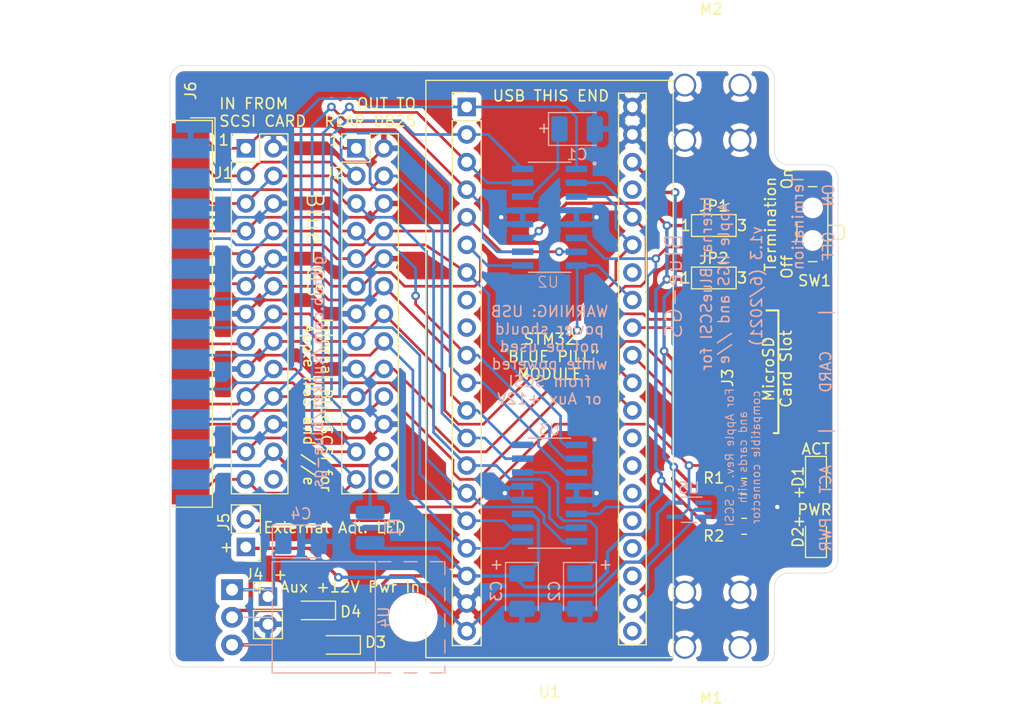
<source format=kicad_pcb>
(kicad_pcb (version 20171130) (host pcbnew "(5.1.8-0-10_14)")

  (general
    (thickness 1.6)
    (drawings 57)
    (tracks 556)
    (zones 0)
    (modules 27)
    (nets 55)
  )

  (page A4)
  (layers
    (0 F.Cu signal)
    (31 B.Cu signal)
    (32 B.Adhes user)
    (33 F.Adhes user)
    (34 B.Paste user)
    (35 F.Paste user)
    (36 B.SilkS user)
    (37 F.SilkS user)
    (38 B.Mask user)
    (39 F.Mask user)
    (40 Dwgs.User user)
    (41 Cmts.User user)
    (42 Eco1.User user)
    (43 Eco2.User user)
    (44 Edge.Cuts user)
    (45 Margin user)
    (46 B.CrtYd user)
    (47 F.CrtYd user)
    (48 B.Fab user)
    (49 F.Fab user)
  )

  (setup
    (last_trace_width 0.25)
    (trace_clearance 0.2)
    (zone_clearance 0.508)
    (zone_45_only no)
    (trace_min 0.2)
    (via_size 0.8)
    (via_drill 0.4)
    (via_min_size 0.4)
    (via_min_drill 0.3)
    (uvia_size 0.3)
    (uvia_drill 0.1)
    (uvias_allowed no)
    (uvia_min_size 0.2)
    (uvia_min_drill 0.1)
    (edge_width 0.05)
    (segment_width 0.2)
    (pcb_text_width 0.3)
    (pcb_text_size 1.5 1.5)
    (mod_edge_width 0.12)
    (mod_text_size 1 1)
    (mod_text_width 0.15)
    (pad_size 1.524 1.524)
    (pad_drill 0.762)
    (pad_to_mask_clearance 0)
    (aux_axis_origin 0 0)
    (visible_elements FFFFFF7F)
    (pcbplotparams
      (layerselection 0x01cfc_ffffffff)
      (usegerberextensions false)
      (usegerberattributes true)
      (usegerberadvancedattributes true)
      (creategerberjobfile false)
      (excludeedgelayer true)
      (linewidth 0.100000)
      (plotframeref false)
      (viasonmask false)
      (mode 1)
      (useauxorigin false)
      (hpglpennumber 1)
      (hpglpenspeed 20)
      (hpglpendiameter 15.000000)
      (psnegative false)
      (psa4output false)
      (plotreference true)
      (plotvalue true)
      (plotinvisibletext false)
      (padsonsilk false)
      (subtractmaskfromsilk false)
      (outputformat 1)
      (mirror false)
      (drillshape 0)
      (scaleselection 1)
      (outputdirectory "../gerber/v1.2/"))
  )

  (net 0 "")
  (net 1 "Net-(U1-Pad37)")
  (net 2 "Net-(U1-Pad34)")
  (net 3 "Net-(U1-Pad8)")
  (net 4 "Net-(U1-Pad9)")
  (net 5 "Net-(U1-Pad28)")
  (net 6 "Net-(U1-Pad25)")
  (net 7 "Net-(U1-Pad24)")
  (net 8 "Net-(U1-Pad23)")
  (net 9 "Net-(U1-Pad21)")
  (net 10 "Net-(J1-Pad26)")
  (net 11 "Net-(J2-Pad26)")
  (net 12 +5V)
  (net 13 GND)
  (net 14 /SCSI_DB4)
  (net 15 /SCSI_DB2)
  (net 16 /SCSI_DB1)
  (net 17 /SCSI_DBP)
  (net 18 /SCSI_SEL)
  (net 19 /SCSI_ATN)
  (net 20 /SCSI_C_D)
  (net 21 /SCSI_DB7)
  (net 22 /SCSI_DB6)
  (net 23 /SCSI_DB5)
  (net 24 /SCSI_DB3)
  (net 25 /SCSI_DB0)
  (net 26 /SCSI_BSY)
  (net 27 /SCSI_ACK)
  (net 28 /SCSI_RST)
  (net 29 /SCSI_I_O)
  (net 30 /SCSI_MSG)
  (net 31 /SCSI_REQ)
  (net 32 /SD_MISO)
  (net 33 /SD_CSK)
  (net 34 +3V3)
  (net 35 /SD_MOSI)
  (net 36 /SD_CS)
  (net 37 "Net-(J3-Pad8)")
  (net 38 "Net-(J3-Pad1)")
  (net 39 "Net-(D2-Pad2)")
  (net 40 "Net-(C1-Pad1)")
  (net 41 "Net-(C2-Pad1)")
  (net 42 /TERM_DISC)
  (net 43 "Net-(D1-Pad1)")
  (net 44 /DEBUG_RX)
  (net 45 /DEBUG_TX)
  (net 46 "Net-(D4-Pad2)")
  (net 47 /+12V_AUX)
  (net 48 /TERM_EN)
  (net 49 /TERM_DIS)
  (net 50 /DISK_ACT)
  (net 51 /REG_OUT)
  (net 52 /SCSI_TERMPWR)
  (net 53 "Net-(D1-Pad2)")
  (net 54 "Net-(U5-Pad1)")

  (net_class Default "This is the default net class."
    (clearance 0.2)
    (trace_width 0.25)
    (via_dia 0.8)
    (via_drill 0.4)
    (uvia_dia 0.3)
    (uvia_drill 0.1)
    (add_net /DEBUG_RX)
    (add_net /DEBUG_TX)
    (add_net /DISK_ACT)
    (add_net /SCSI_ACK)
    (add_net /SCSI_ATN)
    (add_net /SCSI_BSY)
    (add_net /SCSI_C_D)
    (add_net /SCSI_DB0)
    (add_net /SCSI_DB1)
    (add_net /SCSI_DB2)
    (add_net /SCSI_DB3)
    (add_net /SCSI_DB4)
    (add_net /SCSI_DB5)
    (add_net /SCSI_DB6)
    (add_net /SCSI_DB7)
    (add_net /SCSI_DBP)
    (add_net /SCSI_I_O)
    (add_net /SCSI_MSG)
    (add_net /SCSI_REQ)
    (add_net /SCSI_RST)
    (add_net /SCSI_SEL)
    (add_net /SD_CS)
    (add_net /SD_CSK)
    (add_net /SD_MISO)
    (add_net /SD_MOSI)
    (add_net /TERM_DIS)
    (add_net /TERM_DISC)
    (add_net /TERM_EN)
    (add_net GND)
    (add_net "Net-(C1-Pad1)")
    (add_net "Net-(C2-Pad1)")
    (add_net "Net-(D1-Pad1)")
    (add_net "Net-(D1-Pad2)")
    (add_net "Net-(D2-Pad2)")
    (add_net "Net-(J1-Pad26)")
    (add_net "Net-(J2-Pad26)")
    (add_net "Net-(J3-Pad1)")
    (add_net "Net-(J3-Pad8)")
    (add_net "Net-(U1-Pad21)")
    (add_net "Net-(U1-Pad23)")
    (add_net "Net-(U1-Pad24)")
    (add_net "Net-(U1-Pad25)")
    (add_net "Net-(U1-Pad28)")
    (add_net "Net-(U1-Pad34)")
    (add_net "Net-(U1-Pad37)")
    (add_net "Net-(U1-Pad8)")
    (add_net "Net-(U1-Pad9)")
    (add_net "Net-(U5-Pad1)")
  )

  (net_class POWER ""
    (clearance 0.2)
    (trace_width 0.31)
    (via_dia 0.8)
    (via_drill 0.4)
    (uvia_dia 0.3)
    (uvia_drill 0.1)
    (add_net +3V3)
    (add_net +5V)
    (add_net /+12V_AUX)
    (add_net /REG_OUT)
    (add_net /SCSI_TERMPWR)
    (add_net "Net-(D4-Pad2)")
  )

  (module Connector_Dsub:DSUB-25_Male_EdgeMount_P2.77mm (layer F.Cu) (tedit 59FEDEE2) (tstamp 60D0D359)
    (at 127 69.85 270)
    (descr "25-pin D-Sub connector, solder-cups edge-mounted, male, x-pin-pitch 2.77mm, distance of mounting holes 47.1mm, see https://disti-assets.s3.amazonaws.com/tonar/files/datasheets/16730.pdf")
    (tags "25-pin D-Sub connector edge mount solder cup male x-pin-pitch 2.77mm mounting holes distance 47.1mm")
    (path /60D17137)
    (attr smd)
    (fp_text reference J6 (at -20.543333 0 90) (layer F.SilkS)
      (effects (font (size 1 1) (thickness 0.15)))
    )
    (fp_text value DB25_Male (at 0 16.69 90) (layer F.Fab)
      (effects (font (size 1 1) (thickness 0.15)))
    )
    (fp_text user "PCB edge" (at -21.55 1.323333 90) (layer Dwgs.User)
      (effects (font (size 0.5 0.5) (thickness 0.075)))
    )
    (fp_text user %R (at 0 3.39 90) (layer F.Fab)
      (effects (font (size 1 1) (thickness 0.15)))
    )
    (fp_line (start -17.22 -0.91) (end -17.22 1.99) (layer F.Fab) (width 0.1))
    (fp_line (start -17.22 1.99) (end -16.02 1.99) (layer F.Fab) (width 0.1))
    (fp_line (start -16.02 1.99) (end -16.02 -0.91) (layer F.Fab) (width 0.1))
    (fp_line (start -16.02 -0.91) (end -17.22 -0.91) (layer F.Fab) (width 0.1))
    (fp_line (start -14.45 -0.91) (end -14.45 1.99) (layer F.Fab) (width 0.1))
    (fp_line (start -14.45 1.99) (end -13.25 1.99) (layer F.Fab) (width 0.1))
    (fp_line (start -13.25 1.99) (end -13.25 -0.91) (layer F.Fab) (width 0.1))
    (fp_line (start -13.25 -0.91) (end -14.45 -0.91) (layer F.Fab) (width 0.1))
    (fp_line (start -11.68 -0.91) (end -11.68 1.99) (layer F.Fab) (width 0.1))
    (fp_line (start -11.68 1.99) (end -10.48 1.99) (layer F.Fab) (width 0.1))
    (fp_line (start -10.48 1.99) (end -10.48 -0.91) (layer F.Fab) (width 0.1))
    (fp_line (start -10.48 -0.91) (end -11.68 -0.91) (layer F.Fab) (width 0.1))
    (fp_line (start -8.91 -0.91) (end -8.91 1.99) (layer F.Fab) (width 0.1))
    (fp_line (start -8.91 1.99) (end -7.71 1.99) (layer F.Fab) (width 0.1))
    (fp_line (start -7.71 1.99) (end -7.71 -0.91) (layer F.Fab) (width 0.1))
    (fp_line (start -7.71 -0.91) (end -8.91 -0.91) (layer F.Fab) (width 0.1))
    (fp_line (start -6.14 -0.91) (end -6.14 1.99) (layer F.Fab) (width 0.1))
    (fp_line (start -6.14 1.99) (end -4.94 1.99) (layer F.Fab) (width 0.1))
    (fp_line (start -4.94 1.99) (end -4.94 -0.91) (layer F.Fab) (width 0.1))
    (fp_line (start -4.94 -0.91) (end -6.14 -0.91) (layer F.Fab) (width 0.1))
    (fp_line (start -3.37 -0.91) (end -3.37 1.99) (layer F.Fab) (width 0.1))
    (fp_line (start -3.37 1.99) (end -2.17 1.99) (layer F.Fab) (width 0.1))
    (fp_line (start -2.17 1.99) (end -2.17 -0.91) (layer F.Fab) (width 0.1))
    (fp_line (start -2.17 -0.91) (end -3.37 -0.91) (layer F.Fab) (width 0.1))
    (fp_line (start -0.6 -0.91) (end -0.6 1.99) (layer F.Fab) (width 0.1))
    (fp_line (start -0.6 1.99) (end 0.6 1.99) (layer F.Fab) (width 0.1))
    (fp_line (start 0.6 1.99) (end 0.6 -0.91) (layer F.Fab) (width 0.1))
    (fp_line (start 0.6 -0.91) (end -0.6 -0.91) (layer F.Fab) (width 0.1))
    (fp_line (start 2.17 -0.91) (end 2.17 1.99) (layer F.Fab) (width 0.1))
    (fp_line (start 2.17 1.99) (end 3.37 1.99) (layer F.Fab) (width 0.1))
    (fp_line (start 3.37 1.99) (end 3.37 -0.91) (layer F.Fab) (width 0.1))
    (fp_line (start 3.37 -0.91) (end 2.17 -0.91) (layer F.Fab) (width 0.1))
    (fp_line (start 4.94 -0.91) (end 4.94 1.99) (layer F.Fab) (width 0.1))
    (fp_line (start 4.94 1.99) (end 6.14 1.99) (layer F.Fab) (width 0.1))
    (fp_line (start 6.14 1.99) (end 6.14 -0.91) (layer F.Fab) (width 0.1))
    (fp_line (start 6.14 -0.91) (end 4.94 -0.91) (layer F.Fab) (width 0.1))
    (fp_line (start 7.71 -0.91) (end 7.71 1.99) (layer F.Fab) (width 0.1))
    (fp_line (start 7.71 1.99) (end 8.91 1.99) (layer F.Fab) (width 0.1))
    (fp_line (start 8.91 1.99) (end 8.91 -0.91) (layer F.Fab) (width 0.1))
    (fp_line (start 8.91 -0.91) (end 7.71 -0.91) (layer F.Fab) (width 0.1))
    (fp_line (start 10.48 -0.91) (end 10.48 1.99) (layer F.Fab) (width 0.1))
    (fp_line (start 10.48 1.99) (end 11.68 1.99) (layer F.Fab) (width 0.1))
    (fp_line (start 11.68 1.99) (end 11.68 -0.91) (layer F.Fab) (width 0.1))
    (fp_line (start 11.68 -0.91) (end 10.48 -0.91) (layer F.Fab) (width 0.1))
    (fp_line (start 13.25 -0.91) (end 13.25 1.99) (layer F.Fab) (width 0.1))
    (fp_line (start 13.25 1.99) (end 14.45 1.99) (layer F.Fab) (width 0.1))
    (fp_line (start 14.45 1.99) (end 14.45 -0.91) (layer F.Fab) (width 0.1))
    (fp_line (start 14.45 -0.91) (end 13.25 -0.91) (layer F.Fab) (width 0.1))
    (fp_line (start 16.02 -0.91) (end 16.02 1.99) (layer F.Fab) (width 0.1))
    (fp_line (start 16.02 1.99) (end 17.22 1.99) (layer F.Fab) (width 0.1))
    (fp_line (start 17.22 1.99) (end 17.22 -0.91) (layer F.Fab) (width 0.1))
    (fp_line (start 17.22 -0.91) (end 16.02 -0.91) (layer F.Fab) (width 0.1))
    (fp_line (start -15.835 -0.91) (end -15.835 1.99) (layer B.Fab) (width 0.1))
    (fp_line (start -15.835 1.99) (end -14.635 1.99) (layer B.Fab) (width 0.1))
    (fp_line (start -14.635 1.99) (end -14.635 -0.91) (layer B.Fab) (width 0.1))
    (fp_line (start -14.635 -0.91) (end -15.835 -0.91) (layer B.Fab) (width 0.1))
    (fp_line (start -13.065 -0.91) (end -13.065 1.99) (layer B.Fab) (width 0.1))
    (fp_line (start -13.065 1.99) (end -11.865 1.99) (layer B.Fab) (width 0.1))
    (fp_line (start -11.865 1.99) (end -11.865 -0.91) (layer B.Fab) (width 0.1))
    (fp_line (start -11.865 -0.91) (end -13.065 -0.91) (layer B.Fab) (width 0.1))
    (fp_line (start -10.295 -0.91) (end -10.295 1.99) (layer B.Fab) (width 0.1))
    (fp_line (start -10.295 1.99) (end -9.095 1.99) (layer B.Fab) (width 0.1))
    (fp_line (start -9.095 1.99) (end -9.095 -0.91) (layer B.Fab) (width 0.1))
    (fp_line (start -9.095 -0.91) (end -10.295 -0.91) (layer B.Fab) (width 0.1))
    (fp_line (start -7.525 -0.91) (end -7.525 1.99) (layer B.Fab) (width 0.1))
    (fp_line (start -7.525 1.99) (end -6.325 1.99) (layer B.Fab) (width 0.1))
    (fp_line (start -6.325 1.99) (end -6.325 -0.91) (layer B.Fab) (width 0.1))
    (fp_line (start -6.325 -0.91) (end -7.525 -0.91) (layer B.Fab) (width 0.1))
    (fp_line (start -4.755 -0.91) (end -4.755 1.99) (layer B.Fab) (width 0.1))
    (fp_line (start -4.755 1.99) (end -3.555 1.99) (layer B.Fab) (width 0.1))
    (fp_line (start -3.555 1.99) (end -3.555 -0.91) (layer B.Fab) (width 0.1))
    (fp_line (start -3.555 -0.91) (end -4.755 -0.91) (layer B.Fab) (width 0.1))
    (fp_line (start -1.985 -0.91) (end -1.985 1.99) (layer B.Fab) (width 0.1))
    (fp_line (start -1.985 1.99) (end -0.785 1.99) (layer B.Fab) (width 0.1))
    (fp_line (start -0.785 1.99) (end -0.785 -0.91) (layer B.Fab) (width 0.1))
    (fp_line (start -0.785 -0.91) (end -1.985 -0.91) (layer B.Fab) (width 0.1))
    (fp_line (start 0.785 -0.91) (end 0.785 1.99) (layer B.Fab) (width 0.1))
    (fp_line (start 0.785 1.99) (end 1.985 1.99) (layer B.Fab) (width 0.1))
    (fp_line (start 1.985 1.99) (end 1.985 -0.91) (layer B.Fab) (width 0.1))
    (fp_line (start 1.985 -0.91) (end 0.785 -0.91) (layer B.Fab) (width 0.1))
    (fp_line (start 3.555 -0.91) (end 3.555 1.99) (layer B.Fab) (width 0.1))
    (fp_line (start 3.555 1.99) (end 4.755 1.99) (layer B.Fab) (width 0.1))
    (fp_line (start 4.755 1.99) (end 4.755 -0.91) (layer B.Fab) (width 0.1))
    (fp_line (start 4.755 -0.91) (end 3.555 -0.91) (layer B.Fab) (width 0.1))
    (fp_line (start 6.325 -0.91) (end 6.325 1.99) (layer B.Fab) (width 0.1))
    (fp_line (start 6.325 1.99) (end 7.525 1.99) (layer B.Fab) (width 0.1))
    (fp_line (start 7.525 1.99) (end 7.525 -0.91) (layer B.Fab) (width 0.1))
    (fp_line (start 7.525 -0.91) (end 6.325 -0.91) (layer B.Fab) (width 0.1))
    (fp_line (start 9.095 -0.91) (end 9.095 1.99) (layer B.Fab) (width 0.1))
    (fp_line (start 9.095 1.99) (end 10.295 1.99) (layer B.Fab) (width 0.1))
    (fp_line (start 10.295 1.99) (end 10.295 -0.91) (layer B.Fab) (width 0.1))
    (fp_line (start 10.295 -0.91) (end 9.095 -0.91) (layer B.Fab) (width 0.1))
    (fp_line (start 11.865 -0.91) (end 11.865 1.99) (layer B.Fab) (width 0.1))
    (fp_line (start 11.865 1.99) (end 13.065 1.99) (layer B.Fab) (width 0.1))
    (fp_line (start 13.065 1.99) (end 13.065 -0.91) (layer B.Fab) (width 0.1))
    (fp_line (start 13.065 -0.91) (end 11.865 -0.91) (layer B.Fab) (width 0.1))
    (fp_line (start 14.635 -0.91) (end 14.635 1.99) (layer B.Fab) (width 0.1))
    (fp_line (start 14.635 1.99) (end 15.835 1.99) (layer B.Fab) (width 0.1))
    (fp_line (start 15.835 1.99) (end 15.835 -0.91) (layer B.Fab) (width 0.1))
    (fp_line (start 15.835 -0.91) (end 14.635 -0.91) (layer B.Fab) (width 0.1))
    (fp_line (start -18.55 1.99) (end -18.55 4.79) (layer F.Fab) (width 0.1))
    (fp_line (start -18.55 4.79) (end 18.55 4.79) (layer F.Fab) (width 0.1))
    (fp_line (start 18.55 4.79) (end 18.55 1.99) (layer F.Fab) (width 0.1))
    (fp_line (start 18.55 1.99) (end -18.55 1.99) (layer F.Fab) (width 0.1))
    (fp_line (start -19.55 4.79) (end -19.55 9.29) (layer F.Fab) (width 0.1))
    (fp_line (start -19.55 9.29) (end 19.55 9.29) (layer F.Fab) (width 0.1))
    (fp_line (start 19.55 9.29) (end 19.55 4.79) (layer F.Fab) (width 0.1))
    (fp_line (start 19.55 4.79) (end -19.55 4.79) (layer F.Fab) (width 0.1))
    (fp_line (start -26.55 9.29) (end -26.55 9.69) (layer F.Fab) (width 0.1))
    (fp_line (start -26.55 9.69) (end 26.55 9.69) (layer F.Fab) (width 0.1))
    (fp_line (start 26.55 9.69) (end 26.55 9.29) (layer F.Fab) (width 0.1))
    (fp_line (start 26.55 9.29) (end -26.55 9.29) (layer F.Fab) (width 0.1))
    (fp_line (start -19.15 9.69) (end -19.15 15.69) (layer F.Fab) (width 0.1))
    (fp_line (start -19.15 15.69) (end 19.15 15.69) (layer F.Fab) (width 0.1))
    (fp_line (start 19.15 15.69) (end 19.15 9.69) (layer F.Fab) (width 0.1))
    (fp_line (start 19.15 9.69) (end -19.15 9.69) (layer F.Fab) (width 0.1))
    (fp_line (start -18.05 -2.25) (end 18.05 -2.25) (layer F.CrtYd) (width 0.05))
    (fp_line (start 18.05 -2.25) (end 18.05 1.5) (layer F.CrtYd) (width 0.05))
    (fp_line (start 18.05 1.5) (end 19.05 1.5) (layer F.CrtYd) (width 0.05))
    (fp_line (start 19.05 1.5) (end 19.05 4.3) (layer F.CrtYd) (width 0.05))
    (fp_line (start 19.05 4.3) (end 20.05 4.3) (layer F.CrtYd) (width 0.05))
    (fp_line (start 20.05 4.3) (end 20.05 8.8) (layer F.CrtYd) (width 0.05))
    (fp_line (start 20.05 8.8) (end 27.05 8.8) (layer F.CrtYd) (width 0.05))
    (fp_line (start 27.05 8.8) (end 27.05 10.2) (layer F.CrtYd) (width 0.05))
    (fp_line (start 27.05 10.2) (end 19.65 10.2) (layer F.CrtYd) (width 0.05))
    (fp_line (start 19.65 10.2) (end 19.65 16.2) (layer F.CrtYd) (width 0.05))
    (fp_line (start 19.65 16.2) (end -19.65 16.2) (layer F.CrtYd) (width 0.05))
    (fp_line (start -19.65 16.2) (end -19.65 10.2) (layer F.CrtYd) (width 0.05))
    (fp_line (start -19.65 10.2) (end -27.05 10.2) (layer F.CrtYd) (width 0.05))
    (fp_line (start -27.05 10.2) (end -27.05 8.8) (layer F.CrtYd) (width 0.05))
    (fp_line (start -27.05 8.8) (end -20.05 8.8) (layer F.CrtYd) (width 0.05))
    (fp_line (start -20.05 8.8) (end -20.05 4.3) (layer F.CrtYd) (width 0.05))
    (fp_line (start -20.05 4.3) (end -19.05 4.3) (layer F.CrtYd) (width 0.05))
    (fp_line (start -19.05 4.3) (end -19.05 1.5) (layer F.CrtYd) (width 0.05))
    (fp_line (start -19.05 1.5) (end -18.05 1.5) (layer F.CrtYd) (width 0.05))
    (fp_line (start -18.05 1.5) (end -18.05 -2.25) (layer F.CrtYd) (width 0.05))
    (fp_line (start 17.803333 1.74) (end 17.803333 -2) (layer F.SilkS) (width 0.12))
    (fp_line (start 17.803333 -2) (end -17.803333 -2) (layer F.SilkS) (width 0.12))
    (fp_line (start -17.803333 -2) (end -17.803333 1.74) (layer F.SilkS) (width 0.12))
    (fp_line (start -18.043333 0) (end -18.043333 -2.24) (layer F.SilkS) (width 0.12))
    (fp_line (start -18.043333 -2.24) (end -13.85 -2.24) (layer F.SilkS) (width 0.12))
    (fp_line (start -26.55 1.99) (end 26.55 1.99) (layer Dwgs.User) (width 0.05))
    (pad 25 smd rect (at 15.235 0 270) (size 1.846667 3.48) (layers B.Cu B.Paste B.Mask)
      (net 52 /SCSI_TERMPWR))
    (pad 24 smd rect (at 12.465 0 270) (size 1.846667 3.48) (layers B.Cu B.Paste B.Mask)
      (net 13 GND))
    (pad 23 smd rect (at 9.695 0 270) (size 1.846667 3.48) (layers B.Cu B.Paste B.Mask)
      (net 14 /SCSI_DB4))
    (pad 22 smd rect (at 6.925 0 270) (size 1.846667 3.48) (layers B.Cu B.Paste B.Mask)
      (net 15 /SCSI_DB2))
    (pad 21 smd rect (at 4.155 0 270) (size 1.846667 3.48) (layers B.Cu B.Paste B.Mask)
      (net 16 /SCSI_DB1))
    (pad 20 smd rect (at 1.385 0 270) (size 1.846667 3.48) (layers B.Cu B.Paste B.Mask)
      (net 17 /SCSI_DBP))
    (pad 19 smd rect (at -1.385 0 270) (size 1.846667 3.48) (layers B.Cu B.Paste B.Mask)
      (net 18 /SCSI_SEL))
    (pad 18 smd rect (at -4.155 0 270) (size 1.846667 3.48) (layers B.Cu B.Paste B.Mask)
      (net 13 GND))
    (pad 17 smd rect (at -6.925 0 270) (size 1.846667 3.48) (layers B.Cu B.Paste B.Mask)
      (net 19 /SCSI_ATN))
    (pad 16 smd rect (at -9.695 0 270) (size 1.846667 3.48) (layers B.Cu B.Paste B.Mask)
      (net 13 GND))
    (pad 15 smd rect (at -12.465 0 270) (size 1.846667 3.48) (layers B.Cu B.Paste B.Mask)
      (net 20 /SCSI_C_D))
    (pad 14 smd rect (at -15.235 0 270) (size 1.846667 3.48) (layers B.Cu B.Paste B.Mask)
      (net 13 GND))
    (pad 13 smd rect (at 16.62 0 270) (size 1.846667 3.48) (layers F.Cu F.Paste F.Mask)
      (net 21 /SCSI_DB7))
    (pad 12 smd rect (at 13.85 0 270) (size 1.846667 3.48) (layers F.Cu F.Paste F.Mask)
      (net 22 /SCSI_DB6))
    (pad 11 smd rect (at 11.08 0 270) (size 1.846667 3.48) (layers F.Cu F.Paste F.Mask)
      (net 23 /SCSI_DB5))
    (pad 10 smd rect (at 8.31 0 270) (size 1.846667 3.48) (layers F.Cu F.Paste F.Mask)
      (net 24 /SCSI_DB3))
    (pad 9 smd rect (at 5.54 0 270) (size 1.846667 3.48) (layers F.Cu F.Paste F.Mask)
      (net 13 GND))
    (pad 8 smd rect (at 2.77 0 270) (size 1.846667 3.48) (layers F.Cu F.Paste F.Mask)
      (net 25 /SCSI_DB0))
    (pad 7 smd rect (at 0 0 270) (size 1.846667 3.48) (layers F.Cu F.Paste F.Mask)
      (net 13 GND))
    (pad 6 smd rect (at -2.77 0 270) (size 1.846667 3.48) (layers F.Cu F.Paste F.Mask)
      (net 26 /SCSI_BSY))
    (pad 5 smd rect (at -5.54 0 270) (size 1.846667 3.48) (layers F.Cu F.Paste F.Mask)
      (net 27 /SCSI_ACK))
    (pad 4 smd rect (at -8.31 0 270) (size 1.846667 3.48) (layers F.Cu F.Paste F.Mask)
      (net 28 /SCSI_RST))
    (pad 3 smd rect (at -11.08 0 270) (size 1.846667 3.48) (layers F.Cu F.Paste F.Mask)
      (net 29 /SCSI_I_O))
    (pad 2 smd rect (at -13.85 0 270) (size 1.846667 3.48) (layers F.Cu F.Paste F.Mask)
      (net 30 /SCSI_MSG))
    (pad 1 smd rect (at -16.62 0 270) (size 1.846667 3.48) (layers F.Cu F.Paste F.Mask)
      (net 31 /SCSI_REQ))
    (model ${KISYS3DMOD}/Connector_Dsub.3dshapes/DSUB-25_Male_EdgeMount_P2.77mm.wrl
      (at (xyz 0 0 0))
      (scale (xyz 1 1 1))
      (rotate (xyz 0 0 0))
    )
  )

  (module Package_TO_SOT_SMD:SOT-353_SC-70-5_Handsoldering (layer B.Cu) (tedit 5C9ED275) (tstamp 60B98E8D)
    (at 172.847 87.884 180)
    (descr "SOT-353, SC-70-5, Handsoldering")
    (tags "SOT-353 SC-70-5 Handsoldering")
    (path /60C23A85)
    (attr smd)
    (fp_text reference U5 (at 0 2) (layer B.SilkS)
      (effects (font (size 1 1) (thickness 0.15)) (justify mirror))
    )
    (fp_text value NL17SZ07DFT2G (at 0 -2 180) (layer B.Fab)
      (effects (font (size 1 1) (thickness 0.15)) (justify mirror))
    )
    (fp_line (start -0.175 1.1) (end -0.675 0.6) (layer B.Fab) (width 0.1))
    (fp_line (start 0.675 -1.1) (end -0.675 -1.1) (layer B.Fab) (width 0.1))
    (fp_line (start 0.675 1.1) (end 0.675 -1.1) (layer B.Fab) (width 0.1))
    (fp_line (start -2.4 -1.4) (end 2.4 -1.4) (layer B.CrtYd) (width 0.05))
    (fp_line (start -0.675 0.6) (end -0.675 -1.1) (layer B.Fab) (width 0.1))
    (fp_line (start 0.675 1.1) (end -0.175 1.1) (layer B.Fab) (width 0.1))
    (fp_line (start -2.4 1.4) (end 2.4 1.4) (layer B.CrtYd) (width 0.05))
    (fp_line (start -2.4 1.4) (end -2.4 -1.4) (layer B.CrtYd) (width 0.05))
    (fp_line (start 2.4 -1.4) (end 2.4 1.4) (layer B.CrtYd) (width 0.05))
    (fp_line (start -0.7 -1.16) (end 0.7 -1.16) (layer B.SilkS) (width 0.12))
    (fp_line (start 0.7 1.16) (end -1.2 1.16) (layer B.SilkS) (width 0.12))
    (fp_text user %R (at 0 0 270) (layer B.Fab)
      (effects (font (size 0.5 0.5) (thickness 0.075)) (justify mirror))
    )
    (pad 5 smd rect (at 1.33 0.65 180) (size 1.5 0.4) (layers B.Cu B.Paste B.Mask)
      (net 34 +3V3))
    (pad 4 smd rect (at 1.33 -0.65 180) (size 1.5 0.4) (layers B.Cu B.Paste B.Mask)
      (net 43 "Net-(D1-Pad1)"))
    (pad 3 smd rect (at -1.33 -0.65 180) (size 1.5 0.4) (layers B.Cu B.Paste B.Mask)
      (net 13 GND))
    (pad 2 smd rect (at -1.33 0 180) (size 1.5 0.4) (layers B.Cu B.Paste B.Mask)
      (net 50 /DISK_ACT))
    (pad 1 smd rect (at -1.33 0.65 180) (size 1.5 0.4) (layers B.Cu B.Paste B.Mask)
      (net 54 "Net-(U5-Pad1)"))
    (model ${KISYS3DMOD}/Package_TO_SOT_SMD.3dshapes/SOT-353_SC-70-5.wrl
      (at (xyz 0 0 0))
      (scale (xyz 1 1 1))
      (rotate (xyz 0 0 0))
    )
  )

  (module Package_TO_SOT_THT:TO-220-3_Horizontal_TabUp (layer B.Cu) (tedit 5AC8BA0D) (tstamp 60B96382)
    (at 130.81 95.25 270)
    (descr "TO-220-3, Horizontal, RM 2.54mm, see https://www.vishay.com/docs/66542/to-220-1.pdf")
    (tags "TO-220-3 Horizontal RM 2.54mm")
    (path /608623C0)
    (fp_text reference U4 (at 2.54 -13.97 90) (layer B.SilkS)
      (effects (font (size 1 1) (thickness 0.15)) (justify mirror))
    )
    (fp_text value MC7805CT-BP (at 2.54 -2.5 90) (layer B.Fab)
      (effects (font (size 1 1) (thickness 0.15)) (justify mirror))
    )
    (fp_circle (center 2.54 -16.66) (end 4.39 -16.66) (layer B.Fab) (width 0.1))
    (fp_line (start -2.46 -13.06) (end -2.46 -19.46) (layer B.Fab) (width 0.1))
    (fp_line (start -2.46 -19.46) (end 7.54 -19.46) (layer B.Fab) (width 0.1))
    (fp_line (start 7.54 -19.46) (end 7.54 -13.06) (layer B.Fab) (width 0.1))
    (fp_line (start 7.54 -13.06) (end -2.46 -13.06) (layer B.Fab) (width 0.1))
    (fp_line (start -2.46 -3.81) (end -2.46 -13.06) (layer B.Fab) (width 0.1))
    (fp_line (start -2.46 -13.06) (end 7.54 -13.06) (layer B.Fab) (width 0.1))
    (fp_line (start 7.54 -13.06) (end 7.54 -3.81) (layer B.Fab) (width 0.1))
    (fp_line (start 7.54 -3.81) (end -2.46 -3.81) (layer B.Fab) (width 0.1))
    (fp_line (start 0 -3.81) (end 0 0) (layer B.Fab) (width 0.1))
    (fp_line (start 2.54 -3.81) (end 2.54 0) (layer B.Fab) (width 0.1))
    (fp_line (start 5.08 -3.81) (end 5.08 0) (layer B.Fab) (width 0.1))
    (fp_line (start -2.58 -3.69) (end 7.66 -3.69) (layer B.SilkS) (width 0.12))
    (fp_line (start -2.58 -13.18) (end 7.66 -13.18) (layer B.SilkS) (width 0.12))
    (fp_line (start -2.58 -3.69) (end -2.58 -13.18) (layer B.SilkS) (width 0.12))
    (fp_line (start 7.66 -3.69) (end 7.66 -13.18) (layer B.SilkS) (width 0.12))
    (fp_line (start -2.58 -19.58) (end -1.38 -19.58) (layer B.SilkS) (width 0.12))
    (fp_line (start -0.181 -19.58) (end 1.02 -19.58) (layer B.SilkS) (width 0.12))
    (fp_line (start 2.22 -19.58) (end 3.42 -19.58) (layer B.SilkS) (width 0.12))
    (fp_line (start 4.62 -19.58) (end 5.82 -19.58) (layer B.SilkS) (width 0.12))
    (fp_line (start 7.02 -19.58) (end 7.66 -19.58) (layer B.SilkS) (width 0.12))
    (fp_line (start -2.58 -13.42) (end -2.58 -14.62) (layer B.SilkS) (width 0.12))
    (fp_line (start -2.58 -15.82) (end -2.58 -17.02) (layer B.SilkS) (width 0.12))
    (fp_line (start -2.58 -18.22) (end -2.58 -19.42) (layer B.SilkS) (width 0.12))
    (fp_line (start 7.66 -13.42) (end 7.66 -14.62) (layer B.SilkS) (width 0.12))
    (fp_line (start 7.66 -15.82) (end 7.66 -17.02) (layer B.SilkS) (width 0.12))
    (fp_line (start 7.66 -18.22) (end 7.66 -19.42) (layer B.SilkS) (width 0.12))
    (fp_line (start 0 -1.15) (end 0 -3.69) (layer B.SilkS) (width 0.12))
    (fp_line (start 2.54 -1.15) (end 2.54 -3.69) (layer B.SilkS) (width 0.12))
    (fp_line (start 5.08 -1.15) (end 5.08 -3.69) (layer B.SilkS) (width 0.12))
    (fp_line (start -2.71 1.25) (end -2.71 -19.71) (layer B.CrtYd) (width 0.05))
    (fp_line (start -2.71 -19.71) (end 7.79 -19.71) (layer B.CrtYd) (width 0.05))
    (fp_line (start 7.79 -19.71) (end 7.79 1.25) (layer B.CrtYd) (width 0.05))
    (fp_line (start 7.79 1.25) (end -2.71 1.25) (layer B.CrtYd) (width 0.05))
    (fp_text user %R (at 2.54 4.27 90) (layer B.Fab)
      (effects (font (size 1 1) (thickness 0.15)) (justify mirror))
    )
    (pad 3 thru_hole oval (at 5.08 0 270) (size 1.905 2) (drill 1.1) (layers *.Cu *.Mask)
      (net 51 /REG_OUT))
    (pad 2 thru_hole oval (at 2.54 0 270) (size 1.905 2) (drill 1.1) (layers *.Cu *.Mask)
      (net 46 "Net-(D4-Pad2)"))
    (pad 1 thru_hole rect (at 0 0 270) (size 1.905 2) (drill 1.1) (layers *.Cu *.Mask)
      (net 47 /+12V_AUX))
    (pad "" np_thru_hole oval (at 2.54 -16.66 270) (size 3.5 3.5) (drill 3.5) (layers *.Cu *.Mask))
    (model ${KISYS3DMOD}/Package_TO_SOT_THT.3dshapes/TO-220-3_Horizontal_TabUp.wrl
      (at (xyz 0 0 0))
      (scale (xyz 1 1 1))
      (rotate (xyz 0 0 0))
    )
  )

  (module "my library:keystone-7774" locked (layer F.Cu) (tedit 60A1D0AA) (tstamp 609EA3D2)
    (at 180.721 53.871 180)
    (path /609E648B)
    (fp_text reference M2 (at 5.842 12.065) (layer F.SilkS)
      (effects (font (size 1 1) (thickness 0.15)))
    )
    (fp_text value Screw_Terminal_01x01 (at 0 -1.778) (layer F.Fab)
      (effects (font (size 1 1) (thickness 0.15)))
    )
    (fp_line (start 8.89 2.54) (end 0 2.54) (layer Dwgs.User) (width 0.12))
    (fp_line (start 0 5.85) (end 0 -0.762) (layer F.CrtYd) (width 0.12))
    (fp_line (start 8.89 -0.762) (end 8.89 5.85) (layer F.CrtYd) (width 0.12))
    (fp_line (start 0 5.85) (end 8.89 5.85) (layer F.CrtYd) (width 0.12))
    (fp_line (start 0 -0.762) (end 8.89 -0.762) (layer F.CrtYd) (width 0.12))
    (pad 1 thru_hole circle (at 8.26 5.08 180) (size 2.1 2.1) (drill 1.7) (layers *.Cu *.Mask)
      (net 13 GND))
    (pad 1 thru_hole circle (at 3.18 5.08 180) (size 2.1 2.1) (drill 1.7) (layers *.Cu *.Mask)
      (net 13 GND))
    (pad 1 thru_hole circle (at 8.26 0 180) (size 2.1 2.1) (drill 1.7) (layers *.Cu *.Mask)
      (net 13 GND))
    (pad 1 thru_hole circle (at 3.18 0 180) (size 2.1 2.1) (drill 1.7) (layers *.Cu *.Mask)
      (net 13 GND))
  )

  (module "my library:keystone-7774" locked (layer F.Cu) (tedit 60A1D0AA) (tstamp 609E8F0C)
    (at 180.721 100.561 180)
    (path /609E5C80)
    (fp_text reference M1 (at 5.842 -4.649) (layer F.SilkS)
      (effects (font (size 1 1) (thickness 0.15)))
    )
    (fp_text value Screw_Terminal_01x01 (at 0 -1.778) (layer F.Fab)
      (effects (font (size 1 1) (thickness 0.15)))
    )
    (fp_line (start 8.89 2.54) (end 0 2.54) (layer Dwgs.User) (width 0.12))
    (fp_line (start 0 5.85) (end 0 -0.762) (layer F.CrtYd) (width 0.12))
    (fp_line (start 8.89 -0.762) (end 8.89 5.85) (layer F.CrtYd) (width 0.12))
    (fp_line (start 0 5.85) (end 8.89 5.85) (layer F.CrtYd) (width 0.12))
    (fp_line (start 0 -0.762) (end 8.89 -0.762) (layer F.CrtYd) (width 0.12))
    (pad 1 thru_hole circle (at 8.26 5.08 180) (size 2.1 2.1) (drill 1.7) (layers *.Cu *.Mask)
      (net 13 GND))
    (pad 1 thru_hole circle (at 3.18 5.08 180) (size 2.1 2.1) (drill 1.7) (layers *.Cu *.Mask)
      (net 13 GND))
    (pad 1 thru_hole circle (at 8.26 0 180) (size 2.1 2.1) (drill 1.7) (layers *.Cu *.Mask)
      (net 13 GND))
    (pad 1 thru_hole circle (at 3.18 0 180) (size 2.1 2.1) (drill 1.7) (layers *.Cu *.Mask)
      (net 13 GND))
  )

  (module Connector_PinHeader_2.54mm:PinHeader_1x02_P2.54mm_Vertical (layer F.Cu) (tedit 59FED5CC) (tstamp 609DEEA3)
    (at 132.08 91.313 180)
    (descr "Through hole straight pin header, 1x02, 2.54mm pitch, single row")
    (tags "Through hole pin header THT 1x02 2.54mm single row")
    (path /60AA760E)
    (fp_text reference J5 (at 2.032 2.286 270) (layer F.SilkS)
      (effects (font (size 1 1) (thickness 0.15)))
    )
    (fp_text value Conn_01x02_Male (at 0 4.87) (layer F.Fab)
      (effects (font (size 1 1) (thickness 0.15)))
    )
    (fp_line (start 1.8 -1.8) (end -1.8 -1.8) (layer F.CrtYd) (width 0.05))
    (fp_line (start 1.8 4.35) (end 1.8 -1.8) (layer F.CrtYd) (width 0.05))
    (fp_line (start -1.8 4.35) (end 1.8 4.35) (layer F.CrtYd) (width 0.05))
    (fp_line (start -1.8 -1.8) (end -1.8 4.35) (layer F.CrtYd) (width 0.05))
    (fp_line (start -1.33 -1.33) (end 0 -1.33) (layer F.SilkS) (width 0.12))
    (fp_line (start -1.33 0) (end -1.33 -1.33) (layer F.SilkS) (width 0.12))
    (fp_line (start -1.33 1.27) (end 1.33 1.27) (layer F.SilkS) (width 0.12))
    (fp_line (start 1.33 1.27) (end 1.33 3.87) (layer F.SilkS) (width 0.12))
    (fp_line (start -1.33 1.27) (end -1.33 3.87) (layer F.SilkS) (width 0.12))
    (fp_line (start -1.33 3.87) (end 1.33 3.87) (layer F.SilkS) (width 0.12))
    (fp_line (start -1.27 -0.635) (end -0.635 -1.27) (layer F.Fab) (width 0.1))
    (fp_line (start -1.27 3.81) (end -1.27 -0.635) (layer F.Fab) (width 0.1))
    (fp_line (start 1.27 3.81) (end -1.27 3.81) (layer F.Fab) (width 0.1))
    (fp_line (start 1.27 -1.27) (end 1.27 3.81) (layer F.Fab) (width 0.1))
    (fp_line (start -0.635 -1.27) (end 1.27 -1.27) (layer F.Fab) (width 0.1))
    (fp_text user %R (at 0 1.27 90) (layer F.Fab)
      (effects (font (size 1 1) (thickness 0.15)))
    )
    (pad 2 thru_hole oval (at 0 2.54 180) (size 1.7 1.7) (drill 1) (layers *.Cu *.Mask)
      (net 43 "Net-(D1-Pad1)"))
    (pad 1 thru_hole rect (at 0 0 180) (size 1.7 1.7) (drill 1) (layers *.Cu *.Mask)
      (net 34 +3V3))
    (model ${KISYS3DMOD}/Connector_PinHeader_2.54mm.3dshapes/PinHeader_1x02_P2.54mm_Vertical.wrl
      (at (xyz 0 0 0))
      (scale (xyz 1 1 1))
      (rotate (xyz 0 0 0))
    )
  )

  (module Fuse:Fuse_1210_3225Metric (layer B.Cu) (tedit 5F68FEF1) (tstamp 60B94C16)
    (at 143.51 89.535 90)
    (descr "Fuse SMD 1210 (3225 Metric), square (rectangular) end terminal, IPC_7351 nominal, (Body size source: http://www.tortai-tech.com/upload/download/2011102023233369053.pdf), generated with kicad-footprint-generator")
    (tags fuse)
    (path /6099AB77)
    (attr smd)
    (fp_text reference F1 (at 0 2.28 270) (layer B.SilkS)
      (effects (font (size 1 1) (thickness 0.15)) (justify mirror))
    )
    (fp_text value Fuse (at 0 -2.28 270) (layer B.Fab)
      (effects (font (size 1 1) (thickness 0.15)) (justify mirror))
    )
    (fp_line (start 2.28 -1.58) (end -2.28 -1.58) (layer B.CrtYd) (width 0.05))
    (fp_line (start 2.28 1.58) (end 2.28 -1.58) (layer B.CrtYd) (width 0.05))
    (fp_line (start -2.28 1.58) (end 2.28 1.58) (layer B.CrtYd) (width 0.05))
    (fp_line (start -2.28 -1.58) (end -2.28 1.58) (layer B.CrtYd) (width 0.05))
    (fp_line (start -0.602064 -1.36) (end 0.602064 -1.36) (layer B.SilkS) (width 0.12))
    (fp_line (start -0.602064 1.36) (end 0.602064 1.36) (layer B.SilkS) (width 0.12))
    (fp_line (start 1.6 -1.25) (end -1.6 -1.25) (layer B.Fab) (width 0.1))
    (fp_line (start 1.6 1.25) (end 1.6 -1.25) (layer B.Fab) (width 0.1))
    (fp_line (start -1.6 1.25) (end 1.6 1.25) (layer B.Fab) (width 0.1))
    (fp_line (start -1.6 -1.25) (end -1.6 1.25) (layer B.Fab) (width 0.1))
    (fp_text user %R (at 0 0 270) (layer B.Fab)
      (effects (font (size 0.8 0.8) (thickness 0.12)) (justify mirror))
    )
    (pad 2 smd roundrect (at 1.4 0 90) (size 1.25 2.65) (layers B.Cu B.Paste B.Mask) (roundrect_rratio 0.2)
      (net 52 /SCSI_TERMPWR))
    (pad 1 smd roundrect (at -1.4 0 90) (size 1.25 2.65) (layers B.Cu B.Paste B.Mask) (roundrect_rratio 0.2)
      (net 12 +5V))
    (model ${KISYS3DMOD}/Fuse.3dshapes/Fuse_1210_3225Metric.wrl
      (at (xyz 0 0 0))
      (scale (xyz 1 1 1))
      (rotate (xyz 0 0 0))
    )
  )

  (module Jumper:SolderJumper-3_P1.3mm_Open_Pad1.0x1.5mm_NumberLabels (layer F.Cu) (tedit 5A3F6CCC) (tstamp 608A2DCD)
    (at 175.133 66.548)
    (descr "SMD Solder Jumper, 1x1.5mm Pads, 0.3mm gap, open, labeled with numbers")
    (tags "solder jumper open")
    (path /608B8DEE)
    (attr virtual)
    (fp_text reference JP2 (at 0 -1.8) (layer F.SilkS)
      (effects (font (size 1 1) (thickness 0.15)))
    )
    (fp_text value Jumper_3_Open (at 0 1.9) (layer F.Fab)
      (effects (font (size 1 1) (thickness 0.15)))
    )
    (fp_line (start 2.3 1.25) (end -2.3 1.25) (layer F.CrtYd) (width 0.05))
    (fp_line (start 2.3 1.25) (end 2.3 -1.25) (layer F.CrtYd) (width 0.05))
    (fp_line (start -2.3 -1.25) (end -2.3 1.25) (layer F.CrtYd) (width 0.05))
    (fp_line (start -2.3 -1.25) (end 2.3 -1.25) (layer F.CrtYd) (width 0.05))
    (fp_line (start -2.05 -1) (end 2.05 -1) (layer F.SilkS) (width 0.12))
    (fp_line (start 2.05 -1) (end 2.05 1) (layer F.SilkS) (width 0.12))
    (fp_line (start 2.05 1) (end -2.05 1) (layer F.SilkS) (width 0.12))
    (fp_line (start -2.05 1) (end -2.05 -1) (layer F.SilkS) (width 0.12))
    (fp_text user 1 (at -2.6 0) (layer F.SilkS)
      (effects (font (size 1 1) (thickness 0.15)))
    )
    (fp_text user 3 (at 2.6 0) (layer F.SilkS)
      (effects (font (size 1 1) (thickness 0.15)))
    )
    (pad 1 smd rect (at -1.3 0) (size 1 1.5) (layers F.Cu F.Mask)
      (net 12 +5V))
    (pad 2 smd rect (at 0 0) (size 1 1.5) (layers F.Cu F.Mask)
      (net 49 /TERM_DIS))
    (pad 3 smd rect (at 1.3 0) (size 1 1.5) (layers F.Cu F.Mask)
      (net 13 GND))
  )

  (module Jumper:SolderJumper-3_P1.3mm_Open_Pad1.0x1.5mm_NumberLabels (layer F.Cu) (tedit 5A3F6CCC) (tstamp 608A414D)
    (at 175.133 61.722)
    (descr "SMD Solder Jumper, 1x1.5mm Pads, 0.3mm gap, open, labeled with numbers")
    (tags "solder jumper open")
    (path /608B8175)
    (attr virtual)
    (fp_text reference JP1 (at 0 -1.8) (layer F.SilkS)
      (effects (font (size 1 1) (thickness 0.15)))
    )
    (fp_text value Jumper_3_Open (at 0 1.9) (layer F.Fab)
      (effects (font (size 1 1) (thickness 0.15)))
    )
    (fp_line (start 2.3 1.25) (end -2.3 1.25) (layer F.CrtYd) (width 0.05))
    (fp_line (start 2.3 1.25) (end 2.3 -1.25) (layer F.CrtYd) (width 0.05))
    (fp_line (start -2.3 -1.25) (end -2.3 1.25) (layer F.CrtYd) (width 0.05))
    (fp_line (start -2.3 -1.25) (end 2.3 -1.25) (layer F.CrtYd) (width 0.05))
    (fp_line (start -2.05 -1) (end 2.05 -1) (layer F.SilkS) (width 0.12))
    (fp_line (start 2.05 -1) (end 2.05 1) (layer F.SilkS) (width 0.12))
    (fp_line (start 2.05 1) (end -2.05 1) (layer F.SilkS) (width 0.12))
    (fp_line (start -2.05 1) (end -2.05 -1) (layer F.SilkS) (width 0.12))
    (fp_text user 1 (at -2.6 0) (layer F.SilkS)
      (effects (font (size 1 1) (thickness 0.15)))
    )
    (fp_text user 3 (at 2.6 0) (layer F.SilkS)
      (effects (font (size 1 1) (thickness 0.15)))
    )
    (pad 1 smd rect (at -1.3 0) (size 1 1.5) (layers F.Cu F.Mask)
      (net 12 +5V))
    (pad 2 smd rect (at 0 0) (size 1 1.5) (layers F.Cu F.Mask)
      (net 48 /TERM_EN))
    (pad 3 smd rect (at 1.3 0) (size 1 1.5) (layers F.Cu F.Mask)
      (net 13 GND))
  )

  (module "Molex 105162-0001:105162-0001" (layer F.Cu) (tedit 6089A22D) (tstamp 60C27BD9)
    (at 174.625 75.184 90)
    (descr <b>105162-0001</b><br>)
    (path /6089B89F)
    (fp_text reference J3 (at -0.549 1.778 90) (layer F.SilkS)
      (effects (font (size 1 1) (thickness 0.15)))
    )
    (fp_text value 105162-0001 (at -0.549 3.399 90) (layer F.Fab)
      (effects (font (size 1 1) (thickness 0.015)))
    )
    (fp_line (start -5.65 0) (end 5.65 0) (layer F.Fab) (width 0.2))
    (fp_line (start 5.65 0) (end 5.65 6.45) (layer F.Fab) (width 0.2))
    (fp_line (start 5.65 6.45) (end -5.65 6.45) (layer F.Fab) (width 0.2))
    (fp_line (start -5.65 6.45) (end -5.65 0) (layer F.Fab) (width 0.2))
    (fp_line (start -5.65 6.45) (end 5.65 6.45) (layer F.SilkS) (width 0.2))
    (fp_line (start 5.65 6.45) (end 5.65 5.355) (layer F.SilkS) (width 0.2))
    (fp_line (start -5.65 6.45) (end -5.65 6.028) (layer F.SilkS) (width 0.2))
    (fp_circle (center 3.584 8.15) (end 3.640569 8.15) (layer Dwgs.User) (width 0.2))
    (pad 1 smd rect (at 3.55 7.34 90) (size 0.5 1) (layers F.Cu F.Paste F.Mask)
      (net 38 "Net-(J3-Pad1)"))
    (pad 2 smd rect (at 2.45 7.34 90) (size 0.5 1) (layers F.Cu F.Paste F.Mask)
      (net 36 /SD_CS))
    (pad 3 smd rect (at 1.35 7.34 90) (size 0.5 1) (layers F.Cu F.Paste F.Mask)
      (net 35 /SD_MOSI))
    (pad 4 smd rect (at 0.25 7.34 90) (size 0.5 1) (layers F.Cu F.Paste F.Mask)
      (net 34 +3V3))
    (pad 5 smd rect (at -0.85 7.34 90) (size 0.5 1) (layers F.Cu F.Paste F.Mask)
      (net 33 /SD_CSK))
    (pad 6 smd rect (at -1.95 7.34 90) (size 0.5 1) (layers F.Cu F.Paste F.Mask)
      (net 13 GND))
    (pad 7 smd rect (at -3.05 7.34 90) (size 0.5 1) (layers F.Cu F.Paste F.Mask)
      (net 32 /SD_MISO))
    (pad 8 smd rect (at -4.15 7.34 90) (size 0.5 1) (layers F.Cu F.Paste F.Mask)
      (net 37 "Net-(J3-Pad8)"))
    (pad 9 smd rect (at 5.31 4.66 90) (size 0.72 0.78) (layers F.Cu F.Paste F.Mask)
      (net 13 GND))
    (pad 10 smd rect (at 5.325 3.39 90) (size 1.05 1.08) (layers F.Cu F.Paste F.Mask)
      (net 13 GND))
    (pad 11 smd rect (at 5.325 0.78 90) (size 1.05 1.2) (layers F.Cu F.Paste F.Mask)
      (net 13 GND))
    (pad 12 smd rect (at -5.325 1.35 90) (size 1.05 1.2) (layers F.Cu F.Paste F.Mask)
      (net 13 GND))
    (pad 13 smd rect (at -5.325 4.535 90) (size 1.05 2.39) (layers F.Cu F.Paste F.Mask)
      (net 13 GND))
    (pad 14 smd rect (at 1.986 0.105 90) (size 2.91 0.55) (layers F.Cu F.Paste F.Mask))
    (pad 15 smd rect (at -2.204 0.105 90) (size 2.91 0.55) (layers F.Cu F.Paste F.Mask))
  )

  (module Diode_SMD:D_SOD-323_HandSoldering (layer F.Cu) (tedit 58641869) (tstamp 608620EB)
    (at 138.43 97.155 180)
    (descr SOD-323)
    (tags SOD-323)
    (path /6086EF1B)
    (attr smd)
    (fp_text reference D4 (at -3.302 -0.127) (layer F.SilkS)
      (effects (font (size 1 1) (thickness 0.15)))
    )
    (fp_text value 1N4001 (at 0.1 1.9) (layer F.Fab)
      (effects (font (size 1 1) (thickness 0.15)))
    )
    (fp_line (start -1.9 -0.85) (end 1.25 -0.85) (layer F.SilkS) (width 0.12))
    (fp_line (start -1.9 0.85) (end 1.25 0.85) (layer F.SilkS) (width 0.12))
    (fp_line (start -2 -0.95) (end -2 0.95) (layer F.CrtYd) (width 0.05))
    (fp_line (start -2 0.95) (end 2 0.95) (layer F.CrtYd) (width 0.05))
    (fp_line (start 2 -0.95) (end 2 0.95) (layer F.CrtYd) (width 0.05))
    (fp_line (start -2 -0.95) (end 2 -0.95) (layer F.CrtYd) (width 0.05))
    (fp_line (start -0.9 -0.7) (end 0.9 -0.7) (layer F.Fab) (width 0.1))
    (fp_line (start 0.9 -0.7) (end 0.9 0.7) (layer F.Fab) (width 0.1))
    (fp_line (start 0.9 0.7) (end -0.9 0.7) (layer F.Fab) (width 0.1))
    (fp_line (start -0.9 0.7) (end -0.9 -0.7) (layer F.Fab) (width 0.1))
    (fp_line (start -0.3 -0.35) (end -0.3 0.35) (layer F.Fab) (width 0.1))
    (fp_line (start -0.3 0) (end -0.5 0) (layer F.Fab) (width 0.1))
    (fp_line (start -0.3 0) (end 0.2 -0.35) (layer F.Fab) (width 0.1))
    (fp_line (start 0.2 -0.35) (end 0.2 0.35) (layer F.Fab) (width 0.1))
    (fp_line (start 0.2 0.35) (end -0.3 0) (layer F.Fab) (width 0.1))
    (fp_line (start 0.2 0) (end 0.45 0) (layer F.Fab) (width 0.1))
    (fp_line (start -1.9 -0.85) (end -1.9 0.85) (layer F.SilkS) (width 0.12))
    (fp_text user %R (at 0 -1.85) (layer F.Fab)
      (effects (font (size 1 1) (thickness 0.15)))
    )
    (pad 2 smd rect (at 1.25 0 180) (size 1 1) (layers F.Cu F.Paste F.Mask)
      (net 46 "Net-(D4-Pad2)"))
    (pad 1 smd rect (at -1.25 0 180) (size 1 1) (layers F.Cu F.Paste F.Mask)
      (net 13 GND))
    (model ${KISYS3DMOD}/Diode_SMD.3dshapes/D_SOD-323.wrl
      (at (xyz 0 0 0))
      (scale (xyz 1 1 1))
      (rotate (xyz 0 0 0))
    )
  )

  (module Diode_SMD:D_SOD-323_HandSoldering (layer F.Cu) (tedit 58641869) (tstamp 608638B7)
    (at 140.716 100.33 180)
    (descr SOD-323)
    (tags SOD-323)
    (path /6086E55B)
    (attr smd)
    (fp_text reference D3 (at -3.302 0.254) (layer F.SilkS)
      (effects (font (size 1 1) (thickness 0.15)))
    )
    (fp_text value 1N4001 (at 0.1 1.9) (layer F.Fab)
      (effects (font (size 1 1) (thickness 0.15)))
    )
    (fp_line (start -1.9 -0.85) (end 1.25 -0.85) (layer F.SilkS) (width 0.12))
    (fp_line (start -1.9 0.85) (end 1.25 0.85) (layer F.SilkS) (width 0.12))
    (fp_line (start -2 -0.95) (end -2 0.95) (layer F.CrtYd) (width 0.05))
    (fp_line (start -2 0.95) (end 2 0.95) (layer F.CrtYd) (width 0.05))
    (fp_line (start 2 -0.95) (end 2 0.95) (layer F.CrtYd) (width 0.05))
    (fp_line (start -2 -0.95) (end 2 -0.95) (layer F.CrtYd) (width 0.05))
    (fp_line (start -0.9 -0.7) (end 0.9 -0.7) (layer F.Fab) (width 0.1))
    (fp_line (start 0.9 -0.7) (end 0.9 0.7) (layer F.Fab) (width 0.1))
    (fp_line (start 0.9 0.7) (end -0.9 0.7) (layer F.Fab) (width 0.1))
    (fp_line (start -0.9 0.7) (end -0.9 -0.7) (layer F.Fab) (width 0.1))
    (fp_line (start -0.3 -0.35) (end -0.3 0.35) (layer F.Fab) (width 0.1))
    (fp_line (start -0.3 0) (end -0.5 0) (layer F.Fab) (width 0.1))
    (fp_line (start -0.3 0) (end 0.2 -0.35) (layer F.Fab) (width 0.1))
    (fp_line (start 0.2 -0.35) (end 0.2 0.35) (layer F.Fab) (width 0.1))
    (fp_line (start 0.2 0.35) (end -0.3 0) (layer F.Fab) (width 0.1))
    (fp_line (start 0.2 0) (end 0.45 0) (layer F.Fab) (width 0.1))
    (fp_line (start -1.9 -0.85) (end -1.9 0.85) (layer F.SilkS) (width 0.12))
    (fp_text user %R (at 0 -1.85) (layer F.Fab)
      (effects (font (size 1 1) (thickness 0.15)))
    )
    (pad 2 smd rect (at 1.25 0 180) (size 1 1) (layers F.Cu F.Paste F.Mask)
      (net 51 /REG_OUT))
    (pad 1 smd rect (at -1.25 0 180) (size 1 1) (layers F.Cu F.Paste F.Mask)
      (net 12 +5V))
    (model ${KISYS3DMOD}/Diode_SMD.3dshapes/D_SOD-323.wrl
      (at (xyz 0 0 0))
      (scale (xyz 1 1 1))
      (rotate (xyz 0 0 0))
    )
  )

  (module Connector_PinHeader_2.54mm:PinHeader_1x02_P2.54mm_Vertical (layer F.Cu) (tedit 59FED5CC) (tstamp 609DCA86)
    (at 134.112 95.885)
    (descr "Through hole straight pin header, 1x02, 2.54mm pitch, single row")
    (tags "Through hole pin header THT 1x02 2.54mm single row")
    (path /60864BE9)
    (fp_text reference J4 (at -1.27 -2.032 180) (layer F.SilkS)
      (effects (font (size 1 1) (thickness 0.15)))
    )
    (fp_text value Conn_01x02_Male (at 0 4.87) (layer F.Fab)
      (effects (font (size 1 1) (thickness 0.15)))
    )
    (fp_line (start 1.8 -1.8) (end -1.8 -1.8) (layer F.CrtYd) (width 0.05))
    (fp_line (start 1.8 4.35) (end 1.8 -1.8) (layer F.CrtYd) (width 0.05))
    (fp_line (start -1.8 4.35) (end 1.8 4.35) (layer F.CrtYd) (width 0.05))
    (fp_line (start -1.8 -1.8) (end -1.8 4.35) (layer F.CrtYd) (width 0.05))
    (fp_line (start -1.33 -1.33) (end 0 -1.33) (layer F.SilkS) (width 0.12))
    (fp_line (start -1.33 0) (end -1.33 -1.33) (layer F.SilkS) (width 0.12))
    (fp_line (start -1.33 1.27) (end 1.33 1.27) (layer F.SilkS) (width 0.12))
    (fp_line (start 1.33 1.27) (end 1.33 3.87) (layer F.SilkS) (width 0.12))
    (fp_line (start -1.33 1.27) (end -1.33 3.87) (layer F.SilkS) (width 0.12))
    (fp_line (start -1.33 3.87) (end 1.33 3.87) (layer F.SilkS) (width 0.12))
    (fp_line (start -1.27 -0.635) (end -0.635 -1.27) (layer F.Fab) (width 0.1))
    (fp_line (start -1.27 3.81) (end -1.27 -0.635) (layer F.Fab) (width 0.1))
    (fp_line (start 1.27 3.81) (end -1.27 3.81) (layer F.Fab) (width 0.1))
    (fp_line (start 1.27 -1.27) (end 1.27 3.81) (layer F.Fab) (width 0.1))
    (fp_line (start -0.635 -1.27) (end 1.27 -1.27) (layer F.Fab) (width 0.1))
    (fp_text user %R (at 0 1.27 90) (layer F.Fab)
      (effects (font (size 1 1) (thickness 0.15)))
    )
    (pad 2 thru_hole oval (at 0 2.54) (size 1.7 1.7) (drill 1) (layers *.Cu *.Mask)
      (net 13 GND))
    (pad 1 thru_hole rect (at 0 0) (size 1.7 1.7) (drill 1) (layers *.Cu *.Mask)
      (net 47 /+12V_AUX))
    (model ${KISYS3DMOD}/Connector_PinHeader_2.54mm.3dshapes/PinHeader_1x02_P2.54mm_Vertical.wrl
      (at (xyz 0 0 0))
      (scale (xyz 1 1 1))
      (rotate (xyz 0 0 0))
    )
  )

  (module Capacitor_Tantalum_SMD:CP_EIA-3528-21_Kemet-B_Pad1.50x2.35mm_HandSolder (layer B.Cu) (tedit 5EBA9318) (tstamp 60B9B5CA)
    (at 137.16 90.805)
    (descr "Tantalum Capacitor SMD Kemet-B (3528-21 Metric), IPC_7351 nominal, (Body size from: http://www.kemet.com/Lists/ProductCatalog/Attachments/253/KEM_TC101_STD.pdf), generated with kicad-footprint-generator")
    (tags "capacitor tantalum")
    (path /608634DB)
    (attr smd)
    (fp_text reference C4 (at 0 -2.54 180) (layer B.SilkS)
      (effects (font (size 1 1) (thickness 0.15)) (justify mirror))
    )
    (fp_text value 10uF (at 0 -2.35 180) (layer B.Fab)
      (effects (font (size 1 1) (thickness 0.15)) (justify mirror))
    )
    (fp_line (start 2.62 -1.65) (end -2.62 -1.65) (layer B.CrtYd) (width 0.05))
    (fp_line (start 2.62 1.65) (end 2.62 -1.65) (layer B.CrtYd) (width 0.05))
    (fp_line (start -2.62 1.65) (end 2.62 1.65) (layer B.CrtYd) (width 0.05))
    (fp_line (start -2.62 -1.65) (end -2.62 1.65) (layer B.CrtYd) (width 0.05))
    (fp_line (start -2.635 -1.51) (end 1.75 -1.51) (layer B.SilkS) (width 0.12))
    (fp_line (start -2.635 1.51) (end -2.635 -1.51) (layer B.SilkS) (width 0.12))
    (fp_line (start 1.75 1.51) (end -2.635 1.51) (layer B.SilkS) (width 0.12))
    (fp_line (start 1.75 -1.4) (end 1.75 1.4) (layer B.Fab) (width 0.1))
    (fp_line (start -1.75 -1.4) (end 1.75 -1.4) (layer B.Fab) (width 0.1))
    (fp_line (start -1.75 0.7) (end -1.75 -1.4) (layer B.Fab) (width 0.1))
    (fp_line (start -1.05 1.4) (end -1.75 0.7) (layer B.Fab) (width 0.1))
    (fp_line (start 1.75 1.4) (end -1.05 1.4) (layer B.Fab) (width 0.1))
    (fp_text user %R (at 0 0 180) (layer B.Fab)
      (effects (font (size 0.88 0.88) (thickness 0.13)) (justify mirror))
    )
    (pad 2 smd roundrect (at 1.625 0) (size 1.5 2.35) (layers B.Cu B.Paste B.Mask) (roundrect_rratio 0.1666666666666667)
      (net 13 GND))
    (pad 1 smd roundrect (at -1.625 0) (size 1.5 2.35) (layers B.Cu B.Paste B.Mask) (roundrect_rratio 0.1666666666666667)
      (net 47 /+12V_AUX))
    (model ${KISYS3DMOD}/Capacitor_Tantalum_SMD.3dshapes/CP_EIA-3528-21_Kemet-B.wrl
      (at (xyz 0 0 0))
      (scale (xyz 1 1 1))
      (rotate (xyz 0 0 0))
    )
  )

  (module Button_Switch_SMD:SW_SPDT_PCM12 (layer F.Cu) (tedit 5A02FC95) (tstamp 60601A98)
    (at 183.896 61.595 90)
    (descr "Ultraminiature Surface Mount Slide Switch, right-angle, https://www.ckswitches.com/media/1424/pcm.pdf")
    (path /6062FC1A)
    (attr smd)
    (fp_text reference SW1 (at -5.207 0.508) (layer F.SilkS)
      (effects (font (size 1 1) (thickness 0.15)))
    )
    (fp_text value SW_SPDT (at 0 4.25 90) (layer F.Fab)
      (effects (font (size 1 1) (thickness 0.15)))
    )
    (fp_line (start -1.4 1.65) (end -1.4 2.95) (layer F.Fab) (width 0.1))
    (fp_line (start -1.4 2.95) (end -1.2 3.15) (layer F.Fab) (width 0.1))
    (fp_line (start -1.2 3.15) (end -0.35 3.15) (layer F.Fab) (width 0.1))
    (fp_line (start -0.35 3.15) (end -0.15 2.95) (layer F.Fab) (width 0.1))
    (fp_line (start -0.15 2.95) (end -0.1 2.9) (layer F.Fab) (width 0.1))
    (fp_line (start -0.1 2.9) (end -0.1 1.6) (layer F.Fab) (width 0.1))
    (fp_line (start -3.35 -1) (end -3.35 1.6) (layer F.Fab) (width 0.1))
    (fp_line (start -3.35 1.6) (end 3.35 1.6) (layer F.Fab) (width 0.1))
    (fp_line (start 3.35 1.6) (end 3.35 -1) (layer F.Fab) (width 0.1))
    (fp_line (start 3.35 -1) (end -3.35 -1) (layer F.Fab) (width 0.1))
    (fp_line (start 1.4 -1.12) (end 1.6 -1.12) (layer F.SilkS) (width 0.12))
    (fp_line (start -4.4 -2.45) (end 4.4 -2.45) (layer F.CrtYd) (width 0.05))
    (fp_line (start 4.4 -2.45) (end 4.4 2.1) (layer F.CrtYd) (width 0.05))
    (fp_line (start 4.4 2.1) (end 1.65 2.1) (layer F.CrtYd) (width 0.05))
    (fp_line (start 1.65 2.1) (end 1.65 3.4) (layer F.CrtYd) (width 0.05))
    (fp_line (start 1.65 3.4) (end -1.65 3.4) (layer F.CrtYd) (width 0.05))
    (fp_line (start -1.65 3.4) (end -1.65 2.1) (layer F.CrtYd) (width 0.05))
    (fp_line (start -1.65 2.1) (end -4.4 2.1) (layer F.CrtYd) (width 0.05))
    (fp_line (start -4.4 2.1) (end -4.4 -2.45) (layer F.CrtYd) (width 0.05))
    (fp_line (start -1.4 3.02) (end -1.2 3.23) (layer F.SilkS) (width 0.12))
    (fp_line (start -0.1 3.02) (end -0.3 3.23) (layer F.SilkS) (width 0.12))
    (fp_line (start -1.4 1.73) (end -1.4 3.02) (layer F.SilkS) (width 0.12))
    (fp_line (start -1.2 3.23) (end -0.3 3.23) (layer F.SilkS) (width 0.12))
    (fp_line (start -0.1 3.02) (end -0.1 1.73) (layer F.SilkS) (width 0.12))
    (fp_line (start -2.85 1.73) (end 2.85 1.73) (layer F.SilkS) (width 0.12))
    (fp_line (start -1.6 -1.12) (end 0.1 -1.12) (layer F.SilkS) (width 0.12))
    (fp_line (start -3.45 -0.07) (end -3.45 0.72) (layer F.SilkS) (width 0.12))
    (fp_line (start 3.45 0.72) (end 3.45 -0.07) (layer F.SilkS) (width 0.12))
    (fp_text user %R (at 0 -3.2 90) (layer F.Fab)
      (effects (font (size 1 1) (thickness 0.15)))
    )
    (pad "" np_thru_hole circle (at -1.5 0.33 90) (size 0.9 0.9) (drill 0.9) (layers *.Cu *.Mask))
    (pad "" np_thru_hole circle (at 1.5 0.33 90) (size 0.9 0.9) (drill 0.9) (layers *.Cu *.Mask))
    (pad 1 smd rect (at -2.25 -1.43 90) (size 0.7 1.5) (layers F.Cu F.Paste F.Mask)
      (net 49 /TERM_DIS))
    (pad 2 smd rect (at 0.75 -1.43 90) (size 0.7 1.5) (layers F.Cu F.Paste F.Mask)
      (net 42 /TERM_DISC))
    (pad 3 smd rect (at 2.25 -1.43 90) (size 0.7 1.5) (layers F.Cu F.Paste F.Mask)
      (net 48 /TERM_EN))
    (pad "" smd rect (at -3.65 1.43 90) (size 1 0.8) (layers F.Cu F.Paste F.Mask))
    (pad "" smd rect (at 3.65 1.43 90) (size 1 0.8) (layers F.Cu F.Paste F.Mask))
    (pad "" smd rect (at 3.65 -0.78 90) (size 1 0.8) (layers F.Cu F.Paste F.Mask))
    (pad "" smd rect (at -3.65 -0.78 90) (size 1 0.8) (layers F.Cu F.Paste F.Mask))
    (model ${KISYS3DMOD}/Button_Switch_SMD.3dshapes/SW_SPDT_PCM12.wrl
      (at (xyz 0 0 0))
      (scale (xyz 1 1 1))
      (rotate (xyz 0 0 0))
    )
  )

  (module Capacitor_Tantalum_SMD:CP_EIA-3528-21_Kemet-B_Pad1.50x2.35mm_HandSolder (layer B.Cu) (tedit 5EBA9318) (tstamp 60623C5A)
    (at 157.48 95.377 270)
    (descr "Tantalum Capacitor SMD Kemet-B (3528-21 Metric), IPC_7351 nominal, (Body size from: http://www.kemet.com/Lists/ProductCatalog/Attachments/253/KEM_TC101_STD.pdf), generated with kicad-footprint-generator")
    (tags "capacitor tantalum")
    (path /60643B6E)
    (attr smd)
    (fp_text reference C3 (at 0 2.35 90) (layer B.SilkS)
      (effects (font (size 1 1) (thickness 0.15)) (justify mirror))
    )
    (fp_text value "4.7uF, 6.3v" (at 0 -2.35 90) (layer B.Fab)
      (effects (font (size 1 1) (thickness 0.15)) (justify mirror))
    )
    (fp_line (start 2.62 -1.65) (end -2.62 -1.65) (layer B.CrtYd) (width 0.05))
    (fp_line (start 2.62 1.65) (end 2.62 -1.65) (layer B.CrtYd) (width 0.05))
    (fp_line (start -2.62 1.65) (end 2.62 1.65) (layer B.CrtYd) (width 0.05))
    (fp_line (start -2.62 -1.65) (end -2.62 1.65) (layer B.CrtYd) (width 0.05))
    (fp_line (start -2.635 -1.51) (end 1.75 -1.51) (layer B.SilkS) (width 0.12))
    (fp_line (start -2.635 1.51) (end -2.635 -1.51) (layer B.SilkS) (width 0.12))
    (fp_line (start 1.75 1.51) (end -2.635 1.51) (layer B.SilkS) (width 0.12))
    (fp_line (start 1.75 -1.4) (end 1.75 1.4) (layer B.Fab) (width 0.1))
    (fp_line (start -1.75 -1.4) (end 1.75 -1.4) (layer B.Fab) (width 0.1))
    (fp_line (start -1.75 0.7) (end -1.75 -1.4) (layer B.Fab) (width 0.1))
    (fp_line (start -1.05 1.4) (end -1.75 0.7) (layer B.Fab) (width 0.1))
    (fp_line (start 1.75 1.4) (end -1.05 1.4) (layer B.Fab) (width 0.1))
    (fp_text user %R (at 0 0 90) (layer B.Fab)
      (effects (font (size 0.88 0.88) (thickness 0.13)) (justify mirror))
    )
    (pad 2 smd roundrect (at 1.625 0 270) (size 1.5 2.35) (layers B.Cu B.Paste B.Mask) (roundrect_rratio 0.1666666666666667)
      (net 13 GND))
    (pad 1 smd roundrect (at -1.625 0 270) (size 1.5 2.35) (layers B.Cu B.Paste B.Mask) (roundrect_rratio 0.1666666666666667)
      (net 12 +5V))
    (model ${KISYS3DMOD}/Capacitor_Tantalum_SMD.3dshapes/CP_EIA-3528-21_Kemet-B.wrl
      (at (xyz 0 0 0))
      (scale (xyz 1 1 1))
      (rotate (xyz 0 0 0))
    )
  )

  (module Capacitor_Tantalum_SMD:CP_EIA-3528-21_Kemet-B_Pad1.50x2.35mm_HandSolder (layer B.Cu) (tedit 5EBA9318) (tstamp 6062A617)
    (at 162.814 95.377 270)
    (descr "Tantalum Capacitor SMD Kemet-B (3528-21 Metric), IPC_7351 nominal, (Body size from: http://www.kemet.com/Lists/ProductCatalog/Attachments/253/KEM_TC101_STD.pdf), generated with kicad-footprint-generator")
    (tags "capacitor tantalum")
    (path /6065BBF1)
    (attr smd)
    (fp_text reference C2 (at 0 2.35 90) (layer B.SilkS)
      (effects (font (size 1 1) (thickness 0.15)) (justify mirror))
    )
    (fp_text value "4.7uF, 6.3v" (at 0 -2.35 90) (layer B.Fab)
      (effects (font (size 1 1) (thickness 0.15)) (justify mirror))
    )
    (fp_line (start 2.62 -1.65) (end -2.62 -1.65) (layer B.CrtYd) (width 0.05))
    (fp_line (start 2.62 1.65) (end 2.62 -1.65) (layer B.CrtYd) (width 0.05))
    (fp_line (start -2.62 1.65) (end 2.62 1.65) (layer B.CrtYd) (width 0.05))
    (fp_line (start -2.62 -1.65) (end -2.62 1.65) (layer B.CrtYd) (width 0.05))
    (fp_line (start -2.635 -1.51) (end 1.75 -1.51) (layer B.SilkS) (width 0.12))
    (fp_line (start -2.635 1.51) (end -2.635 -1.51) (layer B.SilkS) (width 0.12))
    (fp_line (start 1.75 1.51) (end -2.635 1.51) (layer B.SilkS) (width 0.12))
    (fp_line (start 1.75 -1.4) (end 1.75 1.4) (layer B.Fab) (width 0.1))
    (fp_line (start -1.75 -1.4) (end 1.75 -1.4) (layer B.Fab) (width 0.1))
    (fp_line (start -1.75 0.7) (end -1.75 -1.4) (layer B.Fab) (width 0.1))
    (fp_line (start -1.05 1.4) (end -1.75 0.7) (layer B.Fab) (width 0.1))
    (fp_line (start 1.75 1.4) (end -1.05 1.4) (layer B.Fab) (width 0.1))
    (fp_text user %R (at 0 0 90) (layer B.Fab)
      (effects (font (size 0.88 0.88) (thickness 0.13)) (justify mirror))
    )
    (pad 2 smd roundrect (at 1.625 0 270) (size 1.5 2.35) (layers B.Cu B.Paste B.Mask) (roundrect_rratio 0.1666666666666667)
      (net 13 GND))
    (pad 1 smd roundrect (at -1.625 0 270) (size 1.5 2.35) (layers B.Cu B.Paste B.Mask) (roundrect_rratio 0.1666666666666667)
      (net 41 "Net-(C2-Pad1)"))
    (model ${KISYS3DMOD}/Capacitor_Tantalum_SMD.3dshapes/CP_EIA-3528-21_Kemet-B.wrl
      (at (xyz 0 0 0))
      (scale (xyz 1 1 1))
      (rotate (xyz 0 0 0))
    )
  )

  (module Capacitor_Tantalum_SMD:CP_EIA-3528-21_Kemet-B_Pad1.50x2.35mm_HandSolder (layer B.Cu) (tedit 5EBA9318) (tstamp 6060AB17)
    (at 162.56 52.832)
    (descr "Tantalum Capacitor SMD Kemet-B (3528-21 Metric), IPC_7351 nominal, (Body size from: http://www.kemet.com/Lists/ProductCatalog/Attachments/253/KEM_TC101_STD.pdf), generated with kicad-footprint-generator")
    (tags "capacitor tantalum")
    (path /606444B6)
    (attr smd)
    (fp_text reference C1 (at 0 2.35) (layer B.SilkS)
      (effects (font (size 1 1) (thickness 0.15)) (justify mirror))
    )
    (fp_text value "4.7uF, 6.3v" (at 0 -2.35) (layer B.Fab)
      (effects (font (size 1 1) (thickness 0.15)) (justify mirror))
    )
    (fp_line (start 2.62 -1.65) (end -2.62 -1.65) (layer B.CrtYd) (width 0.05))
    (fp_line (start 2.62 1.65) (end 2.62 -1.65) (layer B.CrtYd) (width 0.05))
    (fp_line (start -2.62 1.65) (end 2.62 1.65) (layer B.CrtYd) (width 0.05))
    (fp_line (start -2.62 -1.65) (end -2.62 1.65) (layer B.CrtYd) (width 0.05))
    (fp_line (start -2.635 -1.51) (end 1.75 -1.51) (layer B.SilkS) (width 0.12))
    (fp_line (start -2.635 1.51) (end -2.635 -1.51) (layer B.SilkS) (width 0.12))
    (fp_line (start 1.75 1.51) (end -2.635 1.51) (layer B.SilkS) (width 0.12))
    (fp_line (start 1.75 -1.4) (end 1.75 1.4) (layer B.Fab) (width 0.1))
    (fp_line (start -1.75 -1.4) (end 1.75 -1.4) (layer B.Fab) (width 0.1))
    (fp_line (start -1.75 0.7) (end -1.75 -1.4) (layer B.Fab) (width 0.1))
    (fp_line (start -1.05 1.4) (end -1.75 0.7) (layer B.Fab) (width 0.1))
    (fp_line (start 1.75 1.4) (end -1.05 1.4) (layer B.Fab) (width 0.1))
    (fp_text user %R (at 0 0) (layer B.Fab)
      (effects (font (size 0.88 0.88) (thickness 0.13)) (justify mirror))
    )
    (pad 2 smd roundrect (at 1.625 0) (size 1.5 2.35) (layers B.Cu B.Paste B.Mask) (roundrect_rratio 0.1666666666666667)
      (net 13 GND))
    (pad 1 smd roundrect (at -1.625 0) (size 1.5 2.35) (layers B.Cu B.Paste B.Mask) (roundrect_rratio 0.1666666666666667)
      (net 40 "Net-(C1-Pad1)"))
    (model ${KISYS3DMOD}/Capacitor_Tantalum_SMD.3dshapes/CP_EIA-3528-21_Kemet-B.wrl
      (at (xyz 0 0 0))
      (scale (xyz 1 1 1))
      (rotate (xyz 0 0 0))
    )
  )

  (module LED_SMD:LED_0805_2012Metric_Pad1.15x1.40mm_HandSolder (layer F.Cu) (tedit 5F68FEF1) (tstamp 609EC14D)
    (at 184.531 90.424 90)
    (descr "LED SMD 0805 (2012 Metric), square (rectangular) end terminal, IPC_7351 nominal, (Body size source: https://docs.google.com/spreadsheets/d/1BsfQQcO9C6DZCsRaXUlFlo91Tg2WpOkGARC1WS5S8t0/edit?usp=sharing), generated with kicad-footprint-generator")
    (tags "LED handsolder")
    (path /60631033)
    (attr smd)
    (fp_text reference D2 (at 0 -1.65 90) (layer F.SilkS)
      (effects (font (size 1 1) (thickness 0.15)))
    )
    (fp_text value LED (at 0 1.65 90) (layer F.Fab)
      (effects (font (size 1 1) (thickness 0.15)))
    )
    (fp_line (start 1.85 0.95) (end -1.85 0.95) (layer F.CrtYd) (width 0.05))
    (fp_line (start 1.85 -0.95) (end 1.85 0.95) (layer F.CrtYd) (width 0.05))
    (fp_line (start -1.85 -0.95) (end 1.85 -0.95) (layer F.CrtYd) (width 0.05))
    (fp_line (start -1.85 0.95) (end -1.85 -0.95) (layer F.CrtYd) (width 0.05))
    (fp_line (start -1.86 0.96) (end 1 0.96) (layer F.SilkS) (width 0.12))
    (fp_line (start -1.86 -0.96) (end -1.86 0.96) (layer F.SilkS) (width 0.12))
    (fp_line (start 1 -0.96) (end -1.86 -0.96) (layer F.SilkS) (width 0.12))
    (fp_line (start 1 0.6) (end 1 -0.6) (layer F.Fab) (width 0.1))
    (fp_line (start -1 0.6) (end 1 0.6) (layer F.Fab) (width 0.1))
    (fp_line (start -1 -0.3) (end -1 0.6) (layer F.Fab) (width 0.1))
    (fp_line (start -0.7 -0.6) (end -1 -0.3) (layer F.Fab) (width 0.1))
    (fp_line (start 1 -0.6) (end -0.7 -0.6) (layer F.Fab) (width 0.1))
    (fp_text user %R (at 0 0 90) (layer F.Fab)
      (effects (font (size 0.5 0.5) (thickness 0.08)))
    )
    (pad 2 smd roundrect (at 1.025 0 90) (size 1.15 1.4) (layers F.Cu F.Paste F.Mask) (roundrect_rratio 0.2173904347826087)
      (net 39 "Net-(D2-Pad2)"))
    (pad 1 smd roundrect (at -1.025 0 90) (size 1.15 1.4) (layers F.Cu F.Paste F.Mask) (roundrect_rratio 0.2173904347826087)
      (net 13 GND))
    (model ${KISYS3DMOD}/LED_SMD.3dshapes/LED_0805_2012Metric.wrl
      (at (xyz 0 0 0))
      (scale (xyz 1 1 1))
      (rotate (xyz 0 0 0))
    )
  )

  (module LED_SMD:LED_0805_2012Metric_Pad1.15x1.40mm_HandSolder (layer F.Cu) (tedit 5F68FEF1) (tstamp 606323EC)
    (at 184.531 84.836 270)
    (descr "LED SMD 0805 (2012 Metric), square (rectangular) end terminal, IPC_7351 nominal, (Body size source: https://docs.google.com/spreadsheets/d/1BsfQQcO9C6DZCsRaXUlFlo91Tg2WpOkGARC1WS5S8t0/edit?usp=sharing), generated with kicad-footprint-generator")
    (tags "LED handsolder")
    (path /60632077)
    (attr smd)
    (fp_text reference D1 (at 0 1.651 90) (layer F.SilkS)
      (effects (font (size 1 1) (thickness 0.15)))
    )
    (fp_text value LED (at 0 1.65 90) (layer F.Fab)
      (effects (font (size 1 1) (thickness 0.15)))
    )
    (fp_line (start 1.85 0.95) (end -1.85 0.95) (layer F.CrtYd) (width 0.05))
    (fp_line (start 1.85 -0.95) (end 1.85 0.95) (layer F.CrtYd) (width 0.05))
    (fp_line (start -1.85 -0.95) (end 1.85 -0.95) (layer F.CrtYd) (width 0.05))
    (fp_line (start -1.85 0.95) (end -1.85 -0.95) (layer F.CrtYd) (width 0.05))
    (fp_line (start -1.86 0.96) (end 1 0.96) (layer F.SilkS) (width 0.12))
    (fp_line (start -1.86 -0.96) (end -1.86 0.96) (layer F.SilkS) (width 0.12))
    (fp_line (start 1 -0.96) (end -1.86 -0.96) (layer F.SilkS) (width 0.12))
    (fp_line (start 1 0.6) (end 1 -0.6) (layer F.Fab) (width 0.1))
    (fp_line (start -1 0.6) (end 1 0.6) (layer F.Fab) (width 0.1))
    (fp_line (start -1 -0.3) (end -1 0.6) (layer F.Fab) (width 0.1))
    (fp_line (start -0.7 -0.6) (end -1 -0.3) (layer F.Fab) (width 0.1))
    (fp_line (start 1 -0.6) (end -0.7 -0.6) (layer F.Fab) (width 0.1))
    (fp_text user %R (at 0 0 90) (layer F.Fab)
      (effects (font (size 0.5 0.5) (thickness 0.08)))
    )
    (pad 2 smd roundrect (at 1.025 0 270) (size 1.15 1.4) (layers F.Cu F.Paste F.Mask) (roundrect_rratio 0.2173904347826087)
      (net 53 "Net-(D1-Pad2)"))
    (pad 1 smd roundrect (at -1.025 0 270) (size 1.15 1.4) (layers F.Cu F.Paste F.Mask) (roundrect_rratio 0.2173904347826087)
      (net 43 "Net-(D1-Pad1)"))
    (model ${KISYS3DMOD}/LED_SMD.3dshapes/LED_0805_2012Metric.wrl
      (at (xyz 0 0 0))
      (scale (xyz 1 1 1))
      (rotate (xyz 0 0 0))
    )
  )

  (module Resistor_SMD:R_0805_2012Metric_Pad1.20x1.40mm_HandSolder (layer F.Cu) (tedit 5F68FEEE) (tstamp 60603BDC)
    (at 177.927 89.408 180)
    (descr "Resistor SMD 0805 (2012 Metric), square (rectangular) end terminal, IPC_7351 nominal with elongated pad for handsoldering. (Body size source: IPC-SM-782 page 72, https://www.pcb-3d.com/wordpress/wp-content/uploads/ipc-sm-782a_amendment_1_and_2.pdf), generated with kicad-footprint-generator")
    (tags "resistor handsolder")
    (path /60634BDC)
    (attr smd)
    (fp_text reference R2 (at 2.794 -0.889) (layer F.SilkS)
      (effects (font (size 1 1) (thickness 0.15)))
    )
    (fp_text value 1K (at 0 1.65) (layer F.Fab)
      (effects (font (size 1 1) (thickness 0.15)))
    )
    (fp_line (start 1.85 0.95) (end -1.85 0.95) (layer F.CrtYd) (width 0.05))
    (fp_line (start 1.85 -0.95) (end 1.85 0.95) (layer F.CrtYd) (width 0.05))
    (fp_line (start -1.85 -0.95) (end 1.85 -0.95) (layer F.CrtYd) (width 0.05))
    (fp_line (start -1.85 0.95) (end -1.85 -0.95) (layer F.CrtYd) (width 0.05))
    (fp_line (start -0.227064 0.735) (end 0.227064 0.735) (layer F.SilkS) (width 0.12))
    (fp_line (start -0.227064 -0.735) (end 0.227064 -0.735) (layer F.SilkS) (width 0.12))
    (fp_line (start 1 0.625) (end -1 0.625) (layer F.Fab) (width 0.1))
    (fp_line (start 1 -0.625) (end 1 0.625) (layer F.Fab) (width 0.1))
    (fp_line (start -1 -0.625) (end 1 -0.625) (layer F.Fab) (width 0.1))
    (fp_line (start -1 0.625) (end -1 -0.625) (layer F.Fab) (width 0.1))
    (fp_text user %R (at 0 0) (layer F.Fab)
      (effects (font (size 0.5 0.5) (thickness 0.08)))
    )
    (pad 2 smd roundrect (at 1 0 180) (size 1.2 1.4) (layers F.Cu F.Paste F.Mask) (roundrect_rratio 0.2083325)
      (net 12 +5V))
    (pad 1 smd roundrect (at -1 0 180) (size 1.2 1.4) (layers F.Cu F.Paste F.Mask) (roundrect_rratio 0.2083325)
      (net 39 "Net-(D2-Pad2)"))
    (model ${KISYS3DMOD}/Resistor_SMD.3dshapes/R_0805_2012Metric.wrl
      (at (xyz 0 0 0))
      (scale (xyz 1 1 1))
      (rotate (xyz 0 0 0))
    )
  )

  (module Resistor_SMD:R_0805_2012Metric_Pad1.20x1.40mm_HandSolder (layer F.Cu) (tedit 5F68FEEE) (tstamp 609D774B)
    (at 177.927 85.725)
    (descr "Resistor SMD 0805 (2012 Metric), square (rectangular) end terminal, IPC_7351 nominal with elongated pad for handsoldering. (Body size source: IPC-SM-782 page 72, https://www.pcb-3d.com/wordpress/wp-content/uploads/ipc-sm-782a_amendment_1_and_2.pdf), generated with kicad-footprint-generator")
    (tags "resistor handsolder")
    (path /606332E3)
    (attr smd)
    (fp_text reference R1 (at -2.794 -0.762) (layer F.SilkS)
      (effects (font (size 1 1) (thickness 0.15)))
    )
    (fp_text value 470 (at 0 1.65) (layer F.Fab)
      (effects (font (size 1 1) (thickness 0.15)))
    )
    (fp_line (start 1.85 0.95) (end -1.85 0.95) (layer F.CrtYd) (width 0.05))
    (fp_line (start 1.85 -0.95) (end 1.85 0.95) (layer F.CrtYd) (width 0.05))
    (fp_line (start -1.85 -0.95) (end 1.85 -0.95) (layer F.CrtYd) (width 0.05))
    (fp_line (start -1.85 0.95) (end -1.85 -0.95) (layer F.CrtYd) (width 0.05))
    (fp_line (start -0.227064 0.735) (end 0.227064 0.735) (layer F.SilkS) (width 0.12))
    (fp_line (start -0.227064 -0.735) (end 0.227064 -0.735) (layer F.SilkS) (width 0.12))
    (fp_line (start 1 0.625) (end -1 0.625) (layer F.Fab) (width 0.1))
    (fp_line (start 1 -0.625) (end 1 0.625) (layer F.Fab) (width 0.1))
    (fp_line (start -1 -0.625) (end 1 -0.625) (layer F.Fab) (width 0.1))
    (fp_line (start -1 0.625) (end -1 -0.625) (layer F.Fab) (width 0.1))
    (fp_text user %R (at 0 0) (layer F.Fab)
      (effects (font (size 0.5 0.5) (thickness 0.08)))
    )
    (pad 2 smd roundrect (at 1 0) (size 1.2 1.4) (layers F.Cu F.Paste F.Mask) (roundrect_rratio 0.2083325)
      (net 53 "Net-(D1-Pad2)"))
    (pad 1 smd roundrect (at -1 0) (size 1.2 1.4) (layers F.Cu F.Paste F.Mask) (roundrect_rratio 0.2083325)
      (net 34 +3V3))
    (model ${KISYS3DMOD}/Resistor_SMD.3dshapes/R_0805_2012Metric.wrl
      (at (xyz 0 0 0))
      (scale (xyz 1 1 1))
      (rotate (xyz 0 0 0))
    )
  )

  (module Connector_PinHeader_2.54mm:PinHeader_2x13_P2.54mm_Vertical (layer F.Cu) (tedit 59FED5CC) (tstamp 609D98FD)
    (at 142.24 54.61)
    (descr "Through hole straight pin header, 2x13, 2.54mm pitch, double rows")
    (tags "Through hole pin header THT 2x13 2.54mm double row")
    (path /6060317B)
    (fp_text reference J2 (at -2.032 2.286) (layer F.SilkS)
      (effects (font (size 1 1) (thickness 0.15)))
    )
    (fp_text value Conn_02x13_Odd_Even (at 1.27 32.81) (layer F.Fab)
      (effects (font (size 1 1) (thickness 0.15)))
    )
    (fp_line (start 4.35 -1.8) (end -1.8 -1.8) (layer F.CrtYd) (width 0.05))
    (fp_line (start 4.35 32.25) (end 4.35 -1.8) (layer F.CrtYd) (width 0.05))
    (fp_line (start -1.8 32.25) (end 4.35 32.25) (layer F.CrtYd) (width 0.05))
    (fp_line (start -1.8 -1.8) (end -1.8 32.25) (layer F.CrtYd) (width 0.05))
    (fp_line (start -1.33 -1.33) (end 0 -1.33) (layer F.SilkS) (width 0.12))
    (fp_line (start -1.33 0) (end -1.33 -1.33) (layer F.SilkS) (width 0.12))
    (fp_line (start 1.27 -1.33) (end 3.87 -1.33) (layer F.SilkS) (width 0.12))
    (fp_line (start 1.27 1.27) (end 1.27 -1.33) (layer F.SilkS) (width 0.12))
    (fp_line (start -1.33 1.27) (end 1.27 1.27) (layer F.SilkS) (width 0.12))
    (fp_line (start 3.87 -1.33) (end 3.87 31.81) (layer F.SilkS) (width 0.12))
    (fp_line (start -1.33 1.27) (end -1.33 31.81) (layer F.SilkS) (width 0.12))
    (fp_line (start -1.33 31.81) (end 3.87 31.81) (layer F.SilkS) (width 0.12))
    (fp_line (start -1.27 0) (end 0 -1.27) (layer F.Fab) (width 0.1))
    (fp_line (start -1.27 31.75) (end -1.27 0) (layer F.Fab) (width 0.1))
    (fp_line (start 3.81 31.75) (end -1.27 31.75) (layer F.Fab) (width 0.1))
    (fp_line (start 3.81 -1.27) (end 3.81 31.75) (layer F.Fab) (width 0.1))
    (fp_line (start 0 -1.27) (end 3.81 -1.27) (layer F.Fab) (width 0.1))
    (fp_text user %R (at 1.27 15.24 90) (layer F.Fab)
      (effects (font (size 1 1) (thickness 0.15)))
    )
    (pad 26 thru_hole oval (at 2.54 30.48) (size 1.7 1.7) (drill 1) (layers *.Cu *.Mask)
      (net 11 "Net-(J2-Pad26)"))
    (pad 25 thru_hole oval (at 0 30.48) (size 1.7 1.7) (drill 1) (layers *.Cu *.Mask)
      (net 21 /SCSI_DB7))
    (pad 24 thru_hole oval (at 2.54 27.94) (size 1.7 1.7) (drill 1) (layers *.Cu *.Mask)
      (net 52 /SCSI_TERMPWR))
    (pad 23 thru_hole oval (at 0 27.94) (size 1.7 1.7) (drill 1) (layers *.Cu *.Mask)
      (net 22 /SCSI_DB6))
    (pad 22 thru_hole oval (at 2.54 25.4) (size 1.7 1.7) (drill 1) (layers *.Cu *.Mask)
      (net 13 GND))
    (pad 21 thru_hole oval (at 0 25.4) (size 1.7 1.7) (drill 1) (layers *.Cu *.Mask)
      (net 23 /SCSI_DB5))
    (pad 20 thru_hole oval (at 2.54 22.86) (size 1.7 1.7) (drill 1) (layers *.Cu *.Mask)
      (net 14 /SCSI_DB4))
    (pad 19 thru_hole oval (at 0 22.86) (size 1.7 1.7) (drill 1) (layers *.Cu *.Mask)
      (net 24 /SCSI_DB3))
    (pad 18 thru_hole oval (at 2.54 20.32) (size 1.7 1.7) (drill 1) (layers *.Cu *.Mask)
      (net 15 /SCSI_DB2))
    (pad 17 thru_hole oval (at 0 20.32) (size 1.7 1.7) (drill 1) (layers *.Cu *.Mask)
      (net 13 GND))
    (pad 16 thru_hole oval (at 2.54 17.78) (size 1.7 1.7) (drill 1) (layers *.Cu *.Mask)
      (net 16 /SCSI_DB1))
    (pad 15 thru_hole oval (at 0 17.78) (size 1.7 1.7) (drill 1) (layers *.Cu *.Mask)
      (net 25 /SCSI_DB0))
    (pad 14 thru_hole oval (at 2.54 15.24) (size 1.7 1.7) (drill 1) (layers *.Cu *.Mask)
      (net 17 /SCSI_DBP))
    (pad 13 thru_hole oval (at 0 15.24) (size 1.7 1.7) (drill 1) (layers *.Cu *.Mask)
      (net 13 GND))
    (pad 12 thru_hole oval (at 2.54 12.7) (size 1.7 1.7) (drill 1) (layers *.Cu *.Mask)
      (net 18 /SCSI_SEL))
    (pad 11 thru_hole oval (at 0 12.7) (size 1.7 1.7) (drill 1) (layers *.Cu *.Mask)
      (net 26 /SCSI_BSY))
    (pad 10 thru_hole oval (at 2.54 10.16) (size 1.7 1.7) (drill 1) (layers *.Cu *.Mask)
      (net 13 GND))
    (pad 9 thru_hole oval (at 0 10.16) (size 1.7 1.7) (drill 1) (layers *.Cu *.Mask)
      (net 27 /SCSI_ACK))
    (pad 8 thru_hole oval (at 2.54 7.62) (size 1.7 1.7) (drill 1) (layers *.Cu *.Mask)
      (net 19 /SCSI_ATN))
    (pad 7 thru_hole oval (at 0 7.62) (size 1.7 1.7) (drill 1) (layers *.Cu *.Mask)
      (net 28 /SCSI_RST))
    (pad 6 thru_hole oval (at 2.54 5.08) (size 1.7 1.7) (drill 1) (layers *.Cu *.Mask)
      (net 13 GND))
    (pad 5 thru_hole oval (at 0 5.08) (size 1.7 1.7) (drill 1) (layers *.Cu *.Mask)
      (net 29 /SCSI_I_O))
    (pad 4 thru_hole oval (at 2.54 2.54) (size 1.7 1.7) (drill 1) (layers *.Cu *.Mask)
      (net 20 /SCSI_C_D))
    (pad 3 thru_hole oval (at 0 2.54) (size 1.7 1.7) (drill 1) (layers *.Cu *.Mask)
      (net 30 /SCSI_MSG))
    (pad 2 thru_hole oval (at 2.54 0) (size 1.7 1.7) (drill 1) (layers *.Cu *.Mask)
      (net 13 GND))
    (pad 1 thru_hole rect (at 0 0) (size 1.7 1.7) (drill 1) (layers *.Cu *.Mask)
      (net 31 /SCSI_REQ))
    (model ${KISYS3DMOD}/Connector_PinHeader_2.54mm.3dshapes/PinHeader_2x13_P2.54mm_Vertical.wrl
      (at (xyz 0 0 0))
      (scale (xyz 1 1 1))
      (rotate (xyz 0 0 0))
    )
  )

  (module "my library:YAAJ_BluePill_2" (layer F.Cu) (tedit 5F81AE11) (tstamp 605FE8EE)
    (at 152.4 50.8)
    (descr "Through hole headers for BluePill module. No SWD breakout. Fancy silkscreen.")
    (tags "module BlluePill Blue Pill header SWD breakout")
    (path /605FE9FD)
    (fp_text reference U1 (at 7.62 53.848) (layer F.SilkS)
      (effects (font (size 1 1) (thickness 0.15)))
    )
    (fp_text value YAAJ_BluePill (at 20.32 24.765 90) (layer F.Fab) hide
      (effects (font (size 1 1) (thickness 0.15)))
    )
    (fp_line (start 13.97 49.53) (end 13.97 -1.27) (layer F.Fab) (width 0.1))
    (fp_line (start 16.51 49.53) (end 13.97 49.53) (layer F.Fab) (width 0.1))
    (fp_line (start 16.51 -1.27) (end 16.51 49.53) (layer F.Fab) (width 0.1))
    (fp_line (start 13.97 -1.27) (end 16.51 -1.27) (layer F.Fab) (width 0.1))
    (fp_line (start -1.27 49.53) (end -1.27 -0.635) (layer F.Fab) (width 0.1))
    (fp_line (start 1.27 49.53) (end -1.27 49.53) (layer F.Fab) (width 0.1))
    (fp_line (start 1.27 -1.27) (end 1.27 49.53) (layer F.Fab) (width 0.1))
    (fp_line (start -0.635 -1.27) (end 1.27 -1.27) (layer F.Fab) (width 0.1))
    (fp_line (start -1.27 -0.635) (end -0.635 -1.27) (layer F.Fab) (width 0.1))
    (fp_line (start 11.52 3.48) (end 11.52 -2.32) (layer F.Fab) (width 0.1))
    (fp_line (start 3.72 3.48) (end 3.72 -2.32) (layer F.Fab) (width 0.1))
    (fp_line (start 3.72 3.48) (end 11.52 3.48) (layer F.Fab) (width 0.1))
    (fp_line (start -3.755 -2.445) (end 18.995 -2.445) (layer F.SilkS) (width 0.12))
    (fp_line (start 18.995 -2.445) (end 18.995 50.705) (layer F.SilkS) (width 0.12))
    (fp_line (start 18.995 50.705) (end -3.755 50.705) (layer F.SilkS) (width 0.12))
    (fp_line (start -3.755 50.705) (end -3.755 -2.445) (layer F.SilkS) (width 0.12))
    (fp_line (start 18.92 -2.37) (end 18.92 50.63) (layer F.Fab) (width 0.12))
    (fp_line (start -3.68 50.63) (end 18.92 50.63) (layer F.Fab) (width 0.12))
    (fp_line (start -3.68 50.63) (end -3.68 -2.32) (layer F.Fab) (width 0.12))
    (fp_line (start -3.68 -2.37) (end 18.92 -2.37) (layer F.Fab) (width 0.12))
    (fp_line (start -3.93 -2.62) (end 19.17 -2.62) (layer F.CrtYd) (width 0.05))
    (fp_line (start 19.17 -2.62) (end 19.17 50.88) (layer F.CrtYd) (width 0.05))
    (fp_line (start 19.17 50.88) (end -3.93 50.88) (layer F.CrtYd) (width 0.05))
    (fp_line (start -3.93 50.88) (end -3.93 -2.62) (layer F.CrtYd) (width 0.05))
    (fp_line (start -1.8 -1.8) (end -1.8 50.06) (layer F.CrtYd) (width 0.05))
    (fp_line (start -1.8 50.06) (end 1.8 50.06) (layer F.CrtYd) (width 0.05))
    (fp_line (start 1.8 -1.8) (end -1.8 -1.8) (layer F.CrtYd) (width 0.05))
    (fp_line (start 13.44 -1.8) (end 17.04 -1.8) (layer F.CrtYd) (width 0.05))
    (fp_line (start 17.04 -1.8) (end 17.04 50.06) (layer F.CrtYd) (width 0.05))
    (fp_line (start 17.04 50.06) (end 13.44 50.06) (layer F.CrtYd) (width 0.05))
    (fp_line (start 1.8 -1.8) (end 1.8 45.72) (layer F.CrtYd) (width 0.05))
    (fp_line (start 1.8 45.72) (end 1.8 50.06) (layer F.CrtYd) (width 0.05))
    (fp_line (start 13.44 -1.8) (end 13.44 45.72) (layer F.CrtYd) (width 0.05))
    (fp_line (start 13.44 45.72) (end 13.44 50.06) (layer F.CrtYd) (width 0.05))
    (fp_line (start -1.33 1.27) (end 1.33 1.27) (layer F.SilkS) (width 0.12))
    (fp_line (start 1.33 1.27) (end 1.33 49.59) (layer F.SilkS) (width 0.12))
    (fp_line (start 1.33 49.59) (end -1.33 49.59) (layer F.SilkS) (width 0.12))
    (fp_line (start -1.33 49.59) (end -1.33 1.27) (layer F.SilkS) (width 0.12))
    (fp_line (start 13.97 -1.27) (end 16.51 -1.27) (layer F.SilkS) (width 0.12))
    (fp_line (start 16.51 -1.27) (end 16.51 49.53) (layer F.SilkS) (width 0.12))
    (fp_line (start 16.51 49.53) (end 13.97 49.53) (layer F.SilkS) (width 0.12))
    (fp_line (start 13.97 49.53) (end 13.97 -1.27) (layer F.SilkS) (width 0.12))
    (fp_line (start -1.33 0) (end -1.33 -1.33) (layer F.SilkS) (width 0.12))
    (fp_line (start -1.33 -1.33) (end 0 -1.33) (layer F.SilkS) (width 0.12))
    (fp_text user REF** (at 7.62 24.13 90) (layer F.Fab)
      (effects (font (size 1 1) (thickness 0.15)))
    )
    (fp_text user Y@@J (at 2.921 -1.016 90 unlocked) (layer Dwgs.User)
      (effects (font (size 0.5 0.5) (thickness 0.1)))
    )
    (pad 40 thru_hole circle (at 15.24 0) (size 1.7 1.7) (drill 1) (layers *.Cu *.Mask)
      (net 13 GND))
    (pad 1 thru_hole rect (at 0 0) (size 1.7 1.7) (drill 1) (layers *.Cu *.Mask)
      (net 14 /SCSI_DB4))
    (pad 39 thru_hole circle (at 15.24 2.54) (size 1.7 1.7) (drill 1) (layers *.Cu *.Mask)
      (net 13 GND))
    (pad 2 thru_hole circle (at 0 2.54) (size 1.7 1.7) (drill 1) (layers *.Cu *.Mask)
      (net 23 /SCSI_DB5))
    (pad 38 thru_hole circle (at 15.24 5.08) (size 1.7 1.7) (drill 1) (layers *.Cu *.Mask)
      (net 34 +3V3))
    (pad 3 thru_hole circle (at 0 5.08) (size 1.7 1.7) (drill 1) (layers *.Cu *.Mask)
      (net 22 /SCSI_DB6))
    (pad 37 thru_hole circle (at 15.24 7.62) (size 1.7 1.7) (drill 1) (layers *.Cu *.Mask)
      (net 1 "Net-(U1-Pad37)"))
    (pad 4 thru_hole circle (at 0 7.62) (size 1.7 1.7) (drill 1) (layers *.Cu *.Mask)
      (net 21 /SCSI_DB7))
    (pad 36 thru_hole circle (at 15.24 10.16) (size 1.7 1.7) (drill 1) (layers *.Cu *.Mask)
      (net 24 /SCSI_DB3))
    (pad 5 thru_hole circle (at 0 10.16) (size 1.7 1.7) (drill 1) (layers *.Cu *.Mask)
      (net 19 /SCSI_ATN))
    (pad 35 thru_hole circle (at 15.24 12.7) (size 1.7 1.7) (drill 1) (layers *.Cu *.Mask)
      (net 15 /SCSI_DB2))
    (pad 6 thru_hole circle (at 0 12.7) (size 1.7 1.7) (drill 1) (layers *.Cu *.Mask)
      (net 26 /SCSI_BSY))
    (pad 34 thru_hole circle (at 15.24 15.24) (size 1.7 1.7) (drill 1) (layers *.Cu *.Mask)
      (net 2 "Net-(U1-Pad34)"))
    (pad 7 thru_hole circle (at 0 15.24) (size 1.7 1.7) (drill 1) (layers *.Cu *.Mask)
      (net 27 /SCSI_ACK))
    (pad 33 thru_hole circle (at 15.24 17.78) (size 1.7 1.7) (drill 1) (layers *.Cu *.Mask)
      (net 17 /SCSI_DBP))
    (pad 8 thru_hole circle (at 0 17.78) (size 1.7 1.7) (drill 1) (layers *.Cu *.Mask)
      (net 3 "Net-(U1-Pad8)"))
    (pad 32 thru_hole circle (at 15.24 20.32) (size 1.7 1.7) (drill 1) (layers *.Cu *.Mask)
      (net 35 /SD_MOSI))
    (pad 9 thru_hole circle (at 0 20.32) (size 1.7 1.7) (drill 1) (layers *.Cu *.Mask)
      (net 4 "Net-(U1-Pad9)"))
    (pad 31 thru_hole circle (at 15.24 22.86) (size 1.7 1.7) (drill 1) (layers *.Cu *.Mask)
      (net 32 /SD_MISO))
    (pad 10 thru_hole circle (at 0 22.86) (size 1.7 1.7) (drill 1) (layers *.Cu *.Mask)
      (net 28 /SCSI_RST))
    (pad 30 thru_hole circle (at 15.24 25.4) (size 1.7 1.7) (drill 1) (layers *.Cu *.Mask)
      (net 33 /SD_CSK))
    (pad 11 thru_hole circle (at 0 25.4) (size 1.7 1.7) (drill 1) (layers *.Cu *.Mask)
      (net 30 /SCSI_MSG))
    (pad 29 thru_hole circle (at 15.24 27.94) (size 1.7 1.7) (drill 1) (layers *.Cu *.Mask)
      (net 36 /SD_CS))
    (pad 12 thru_hole circle (at 0 27.94) (size 1.7 1.7) (drill 1) (layers *.Cu *.Mask)
      (net 18 /SCSI_SEL))
    (pad 28 thru_hole circle (at 15.24 30.48) (size 1.7 1.7) (drill 1) (layers *.Cu *.Mask)
      (net 5 "Net-(U1-Pad28)"))
    (pad 13 thru_hole circle (at 0 30.48) (size 1.7 1.7) (drill 1) (layers *.Cu *.Mask)
      (net 20 /SCSI_C_D))
    (pad 27 thru_hole circle (at 15.24 33.02) (size 1.7 1.7) (drill 1) (layers *.Cu *.Mask)
      (net 44 /DEBUG_RX))
    (pad 14 thru_hole circle (at 0 33.02) (size 1.7 1.7) (drill 1) (layers *.Cu *.Mask)
      (net 31 /SCSI_REQ))
    (pad 26 thru_hole circle (at 15.24 35.56) (size 1.7 1.7) (drill 1) (layers *.Cu *.Mask)
      (net 45 /DEBUG_TX))
    (pad 15 thru_hole circle (at 0 35.56) (size 1.7 1.7) (drill 1) (layers *.Cu *.Mask)
      (net 29 /SCSI_I_O))
    (pad 25 thru_hole circle (at 15.24 38.1) (size 1.7 1.7) (drill 1) (layers *.Cu *.Mask)
      (net 6 "Net-(U1-Pad25)"))
    (pad 16 thru_hole circle (at 0 38.1) (size 1.7 1.7) (drill 1) (layers *.Cu *.Mask)
      (net 25 /SCSI_DB0))
    (pad 24 thru_hole circle (at 15.24 40.64) (size 1.7 1.7) (drill 1) (layers *.Cu *.Mask)
      (net 7 "Net-(U1-Pad24)"))
    (pad 17 thru_hole circle (at 0 40.64) (size 1.7 1.7) (drill 1) (layers *.Cu *.Mask)
      (net 16 /SCSI_DB1))
    (pad 23 thru_hole circle (at 15.24 43.18) (size 1.7 1.7) (drill 1) (layers *.Cu *.Mask)
      (net 8 "Net-(U1-Pad23)"))
    (pad 18 thru_hole circle (at 0 43.18) (size 1.7 1.7) (drill 1) (layers *.Cu *.Mask)
      (net 12 +5V))
    (pad 22 thru_hole circle (at 15.24 45.72) (size 1.7 1.7) (drill 1) (layers *.Cu *.Mask)
      (net 50 /DISK_ACT))
    (pad 19 thru_hole circle (at 0 45.72) (size 1.7 1.7) (drill 1) (layers *.Cu *.Mask)
      (net 13 GND))
    (pad 21 thru_hole circle (at 15.24 48.26) (size 1.7 1.7) (drill 1) (layers *.Cu *.Mask)
      (net 9 "Net-(U1-Pad21)"))
    (pad 20 thru_hole circle (at 0 48.26) (size 1.7 1.7) (drill 1) (layers *.Cu *.Mask)
      (net 34 +3V3))
    (model D:/Users/admin/Documents/KiCad/Libraries/packages3d/Modules/STM32_Blue_Pill/YAAJ_BluePill_PinHeaders_H_SWD_cp.wrl
      (at (xyz 0 0 0))
      (scale (xyz 1 1 1))
      (rotate (xyz 0 0 0))
    )
    (model D:/Users/admin/Documents/KiCad/Libraries/packages3d/Modules/STM32_Blue_Pill/YAAJ_BluePill_PinHeaders_No_SWD_cp.wrl
      (at (xyz 0 0 0))
      (scale (xyz 1 1 1))
      (rotate (xyz 0 0 0))
    )
    (model D:/Users/admin/Documents/KiCad/Libraries/packages3d/Modules/STM32_Blue_Pill/YAAJ_BluePill_PinHeaders_V_SWD_cp.wrl
      (at (xyz 0 0 0))
      (scale (xyz 1 1 1))
      (rotate (xyz 0 0 0))
    )
    (model D:/Users/admin/Documents/KiCad/Libraries/packages3d/Modules/STM32_Blue_Pill/YAAJ_BluePill_PinSockets_H_SWD_cp.wrl
      (at (xyz 0 0 0))
      (scale (xyz 1 1 1))
      (rotate (xyz 0 0 0))
    )
    (model D:/Users/admin/Documents/KiCad/Libraries/packages3d/Modules/STM32_Blue_Pill/YAAJ_BluePill_PinSockets_No_SWD_cp.wrl
      (at (xyz 0 0 0))
      (scale (xyz 1 1 1))
      (rotate (xyz 0 0 0))
    )
    (model D:/Users/admin/Documents/KiCad/Libraries/packages3d/Modules/STM32_Blue_Pill/YAAJ_BluePill_PinSockets_V_SWD_cp.wrl
      (at (xyz 0 0 0))
      (scale (xyz 1 1 1))
      (rotate (xyz 0 0 0))
    )
  )

  (module "my library:SOIC127P600X175-16N" (layer B.Cu) (tedit 605FF800) (tstamp 6060AF24)
    (at 160.02 86.36 180)
    (path /6065BC08)
    (fp_text reference U3 (at 0 5.842) (layer B.SilkS)
      (effects (font (size 1 1) (thickness 0.1)) (justify mirror))
    )
    (fp_text value "UC560x, UCC56xx" (at -0.127 -5.842) (layer B.Fab)
      (effects (font (size 1 1) (thickness 0.015)) (justify mirror))
    )
    (fp_line (start 3.71 5.2) (end 3.71 -5.2) (layer B.CrtYd) (width 0.05))
    (fp_line (start -3.71 5.2) (end -3.71 -5.2) (layer B.CrtYd) (width 0.05))
    (fp_line (start -3.71 -5.2) (end 3.71 -5.2) (layer B.CrtYd) (width 0.05))
    (fp_line (start -3.71 5.2) (end 3.71 5.2) (layer B.CrtYd) (width 0.05))
    (fp_line (start 1.95 4.95) (end 1.95 -4.95) (layer B.Fab) (width 0.127))
    (fp_line (start -1.95 4.95) (end -1.95 -4.95) (layer B.Fab) (width 0.127))
    (fp_line (start -1.95 -5.065) (end 1.95 -5.065) (layer B.SilkS) (width 0.127))
    (fp_line (start -1.95 5.065) (end 1.95 5.065) (layer B.SilkS) (width 0.127))
    (fp_line (start -1.95 -4.95) (end 1.95 -4.95) (layer B.Fab) (width 0.127))
    (fp_line (start -1.95 4.95) (end 1.95 4.95) (layer B.Fab) (width 0.127))
    (fp_circle (center -4.145 4.945) (end -4.045 4.945) (layer B.Fab) (width 0.2))
    (fp_circle (center -4.145 4.945) (end -4.045 4.945) (layer B.SilkS) (width 0.2))
    (pad 1 smd rect (at -2.475 4.445 180) (size 1.97 0.6) (layers B.Cu B.Paste B.Mask)
      (net 27 /SCSI_ACK))
    (pad 2 smd rect (at -2.475 3.175 180) (size 1.97 0.6) (layers B.Cu B.Paste B.Mask)
      (net 28 /SCSI_RST))
    (pad 3 smd rect (at -2.475 1.905 180) (size 1.97 0.6) (layers B.Cu B.Paste B.Mask)
      (net 30 /SCSI_MSG))
    (pad 4 smd rect (at -2.475 0.635 180) (size 1.97 0.6) (layers B.Cu B.Paste B.Mask)
      (net 13 GND))
    (pad 5 smd rect (at -2.475 -0.635 180) (size 1.97 0.6) (layers B.Cu B.Paste B.Mask)
      (net 13 GND))
    (pad 6 smd rect (at -2.475 -1.905 180) (size 1.97 0.6) (layers B.Cu B.Paste B.Mask)
      (net 42 /TERM_DISC))
    (pad 7 smd rect (at -2.475 -3.175 180) (size 1.97 0.6) (layers B.Cu B.Paste B.Mask)
      (net 31 /SCSI_REQ))
    (pad 8 smd rect (at -2.475 -4.445 180) (size 1.97 0.6) (layers B.Cu B.Paste B.Mask)
      (net 29 /SCSI_I_O))
    (pad 9 smd rect (at 2.475 -4.445 180) (size 1.97 0.6) (layers B.Cu B.Paste B.Mask)
      (net 16 /SCSI_DB1))
    (pad 10 smd rect (at 2.475 -3.175 180) (size 1.97 0.6) (layers B.Cu B.Paste B.Mask)
      (net 25 /SCSI_DB0))
    (pad 11 smd rect (at 2.475 -1.905 180) (size 1.97 0.6) (layers B.Cu B.Paste B.Mask)
      (net 12 +5V))
    (pad 12 smd rect (at 2.475 -0.635 180) (size 1.97 0.6) (layers B.Cu B.Paste B.Mask)
      (net 13 GND))
    (pad 13 smd rect (at 2.475 0.635 180) (size 1.97 0.6) (layers B.Cu B.Paste B.Mask)
      (net 13 GND))
    (pad 14 smd rect (at 2.475 1.905 180) (size 1.97 0.6) (layers B.Cu B.Paste B.Mask)
      (net 41 "Net-(C2-Pad1)"))
    (pad 15 smd rect (at 2.475 3.175 180) (size 1.97 0.6) (layers B.Cu B.Paste B.Mask)
      (net 20 /SCSI_C_D))
    (pad 16 smd rect (at 2.475 4.445 180) (size 1.97 0.6) (layers B.Cu B.Paste B.Mask)
      (net 18 /SCSI_SEL))
  )

  (module "my library:SOIC127P600X175-16N" (layer B.Cu) (tedit 605FF800) (tstamp 6062ABE2)
    (at 160.02 60.96 180)
    (path /60640D2E)
    (fp_text reference U2 (at 0.127 -5.969) (layer B.SilkS)
      (effects (font (size 1 1) (thickness 0.1)) (justify mirror))
    )
    (fp_text value "UC560x, UCC56xx" (at -0.127 -5.969) (layer B.Fab)
      (effects (font (size 1 1) (thickness 0.015)) (justify mirror))
    )
    (fp_line (start 3.71 5.2) (end 3.71 -5.2) (layer B.CrtYd) (width 0.05))
    (fp_line (start -3.71 5.2) (end -3.71 -5.2) (layer B.CrtYd) (width 0.05))
    (fp_line (start -3.71 -5.2) (end 3.71 -5.2) (layer B.CrtYd) (width 0.05))
    (fp_line (start -3.71 5.2) (end 3.71 5.2) (layer B.CrtYd) (width 0.05))
    (fp_line (start 1.95 4.95) (end 1.95 -4.95) (layer B.Fab) (width 0.127))
    (fp_line (start -1.95 4.95) (end -1.95 -4.95) (layer B.Fab) (width 0.127))
    (fp_line (start -1.95 -5.065) (end 1.95 -5.065) (layer B.SilkS) (width 0.127))
    (fp_line (start -1.95 5.065) (end 1.95 5.065) (layer B.SilkS) (width 0.127))
    (fp_line (start -1.95 -4.95) (end 1.95 -4.95) (layer B.Fab) (width 0.127))
    (fp_line (start -1.95 4.95) (end 1.95 4.95) (layer B.Fab) (width 0.127))
    (fp_circle (center -4.145 4.945) (end -4.045 4.945) (layer B.Fab) (width 0.2))
    (fp_circle (center -4.145 4.945) (end -4.045 4.945) (layer B.SilkS) (width 0.2))
    (pad 1 smd rect (at -2.475 4.445 180) (size 1.97 0.6) (layers B.Cu B.Paste B.Mask)
      (net 14 /SCSI_DB4))
    (pad 2 smd rect (at -2.475 3.175 180) (size 1.97 0.6) (layers B.Cu B.Paste B.Mask)
      (net 24 /SCSI_DB3))
    (pad 3 smd rect (at -2.475 1.905 180) (size 1.97 0.6) (layers B.Cu B.Paste B.Mask)
      (net 15 /SCSI_DB2))
    (pad 4 smd rect (at -2.475 0.635 180) (size 1.97 0.6) (layers B.Cu B.Paste B.Mask)
      (net 13 GND))
    (pad 5 smd rect (at -2.475 -0.635 180) (size 1.97 0.6) (layers B.Cu B.Paste B.Mask)
      (net 13 GND))
    (pad 6 smd rect (at -2.475 -1.905 180) (size 1.97 0.6) (layers B.Cu B.Paste B.Mask)
      (net 42 /TERM_DISC))
    (pad 7 smd rect (at -2.475 -3.175 180) (size 1.97 0.6) (layers B.Cu B.Paste B.Mask)
      (net 19 /SCSI_ATN))
    (pad 8 smd rect (at -2.475 -4.445 180) (size 1.97 0.6) (layers B.Cu B.Paste B.Mask)
      (net 17 /SCSI_DBP))
    (pad 9 smd rect (at 2.475 -4.445 180) (size 1.97 0.6) (layers B.Cu B.Paste B.Mask)
      (net 26 /SCSI_BSY))
    (pad 10 smd rect (at 2.475 -3.175 180) (size 1.97 0.6) (layers B.Cu B.Paste B.Mask)
      (net 21 /SCSI_DB7))
    (pad 11 smd rect (at 2.475 -1.905 180) (size 1.97 0.6) (layers B.Cu B.Paste B.Mask)
      (net 12 +5V))
    (pad 12 smd rect (at 2.475 -0.635 180) (size 1.97 0.6) (layers B.Cu B.Paste B.Mask)
      (net 13 GND))
    (pad 13 smd rect (at 2.475 0.635 180) (size 1.97 0.6) (layers B.Cu B.Paste B.Mask)
      (net 13 GND))
    (pad 14 smd rect (at 2.475 1.905 180) (size 1.97 0.6) (layers B.Cu B.Paste B.Mask)
      (net 40 "Net-(C1-Pad1)"))
    (pad 15 smd rect (at 2.475 3.175 180) (size 1.97 0.6) (layers B.Cu B.Paste B.Mask)
      (net 22 /SCSI_DB6))
    (pad 16 smd rect (at 2.475 4.445 180) (size 1.97 0.6) (layers B.Cu B.Paste B.Mask)
      (net 23 /SCSI_DB5))
  )

  (module Connector_PinHeader_2.54mm:PinHeader_2x13_P2.54mm_Vertical (layer F.Cu) (tedit 59FED5CC) (tstamp 609D9870)
    (at 132.08 54.61)
    (descr "Through hole straight pin header, 2x13, 2.54mm pitch, double rows")
    (tags "Through hole pin header THT 2x13 2.54mm double row")
    (path /60601454)
    (fp_text reference J1 (at -2.032 2.286) (layer F.SilkS)
      (effects (font (size 1 1) (thickness 0.15)))
    )
    (fp_text value Conn_02x13_Odd_Even (at 1.27 32.81) (layer F.Fab)
      (effects (font (size 1 1) (thickness 0.15)))
    )
    (fp_line (start 4.35 -1.8) (end -1.8 -1.8) (layer F.CrtYd) (width 0.05))
    (fp_line (start 4.35 32.25) (end 4.35 -1.8) (layer F.CrtYd) (width 0.05))
    (fp_line (start -1.8 32.25) (end 4.35 32.25) (layer F.CrtYd) (width 0.05))
    (fp_line (start -1.8 -1.8) (end -1.8 32.25) (layer F.CrtYd) (width 0.05))
    (fp_line (start -1.33 -1.33) (end 0 -1.33) (layer F.SilkS) (width 0.12))
    (fp_line (start -1.33 0) (end -1.33 -1.33) (layer F.SilkS) (width 0.12))
    (fp_line (start 1.27 -1.33) (end 3.87 -1.33) (layer F.SilkS) (width 0.12))
    (fp_line (start 1.27 1.27) (end 1.27 -1.33) (layer F.SilkS) (width 0.12))
    (fp_line (start -1.33 1.27) (end 1.27 1.27) (layer F.SilkS) (width 0.12))
    (fp_line (start 3.87 -1.33) (end 3.87 31.81) (layer F.SilkS) (width 0.12))
    (fp_line (start -1.33 1.27) (end -1.33 31.81) (layer F.SilkS) (width 0.12))
    (fp_line (start -1.33 31.81) (end 3.87 31.81) (layer F.SilkS) (width 0.12))
    (fp_line (start -1.27 0) (end 0 -1.27) (layer F.Fab) (width 0.1))
    (fp_line (start -1.27 31.75) (end -1.27 0) (layer F.Fab) (width 0.1))
    (fp_line (start 3.81 31.75) (end -1.27 31.75) (layer F.Fab) (width 0.1))
    (fp_line (start 3.81 -1.27) (end 3.81 31.75) (layer F.Fab) (width 0.1))
    (fp_line (start 0 -1.27) (end 3.81 -1.27) (layer F.Fab) (width 0.1))
    (fp_text user %R (at 1.27 15.24 90) (layer F.Fab)
      (effects (font (size 1 1) (thickness 0.15)))
    )
    (pad 26 thru_hole oval (at 2.54 30.48) (size 1.7 1.7) (drill 1) (layers *.Cu *.Mask)
      (net 10 "Net-(J1-Pad26)"))
    (pad 25 thru_hole oval (at 0 30.48) (size 1.7 1.7) (drill 1) (layers *.Cu *.Mask)
      (net 21 /SCSI_DB7))
    (pad 24 thru_hole oval (at 2.54 27.94) (size 1.7 1.7) (drill 1) (layers *.Cu *.Mask)
      (net 52 /SCSI_TERMPWR))
    (pad 23 thru_hole oval (at 0 27.94) (size 1.7 1.7) (drill 1) (layers *.Cu *.Mask)
      (net 22 /SCSI_DB6))
    (pad 22 thru_hole oval (at 2.54 25.4) (size 1.7 1.7) (drill 1) (layers *.Cu *.Mask)
      (net 13 GND))
    (pad 21 thru_hole oval (at 0 25.4) (size 1.7 1.7) (drill 1) (layers *.Cu *.Mask)
      (net 23 /SCSI_DB5))
    (pad 20 thru_hole oval (at 2.54 22.86) (size 1.7 1.7) (drill 1) (layers *.Cu *.Mask)
      (net 14 /SCSI_DB4))
    (pad 19 thru_hole oval (at 0 22.86) (size 1.7 1.7) (drill 1) (layers *.Cu *.Mask)
      (net 24 /SCSI_DB3))
    (pad 18 thru_hole oval (at 2.54 20.32) (size 1.7 1.7) (drill 1) (layers *.Cu *.Mask)
      (net 15 /SCSI_DB2))
    (pad 17 thru_hole oval (at 0 20.32) (size 1.7 1.7) (drill 1) (layers *.Cu *.Mask)
      (net 13 GND))
    (pad 16 thru_hole oval (at 2.54 17.78) (size 1.7 1.7) (drill 1) (layers *.Cu *.Mask)
      (net 16 /SCSI_DB1))
    (pad 15 thru_hole oval (at 0 17.78) (size 1.7 1.7) (drill 1) (layers *.Cu *.Mask)
      (net 25 /SCSI_DB0))
    (pad 14 thru_hole oval (at 2.54 15.24) (size 1.7 1.7) (drill 1) (layers *.Cu *.Mask)
      (net 17 /SCSI_DBP))
    (pad 13 thru_hole oval (at 0 15.24) (size 1.7 1.7) (drill 1) (layers *.Cu *.Mask)
      (net 13 GND))
    (pad 12 thru_hole oval (at 2.54 12.7) (size 1.7 1.7) (drill 1) (layers *.Cu *.Mask)
      (net 18 /SCSI_SEL))
    (pad 11 thru_hole oval (at 0 12.7) (size 1.7 1.7) (drill 1) (layers *.Cu *.Mask)
      (net 26 /SCSI_BSY))
    (pad 10 thru_hole oval (at 2.54 10.16) (size 1.7 1.7) (drill 1) (layers *.Cu *.Mask)
      (net 13 GND))
    (pad 9 thru_hole oval (at 0 10.16) (size 1.7 1.7) (drill 1) (layers *.Cu *.Mask)
      (net 27 /SCSI_ACK))
    (pad 8 thru_hole oval (at 2.54 7.62) (size 1.7 1.7) (drill 1) (layers *.Cu *.Mask)
      (net 19 /SCSI_ATN))
    (pad 7 thru_hole oval (at 0 7.62) (size 1.7 1.7) (drill 1) (layers *.Cu *.Mask)
      (net 28 /SCSI_RST))
    (pad 6 thru_hole oval (at 2.54 5.08) (size 1.7 1.7) (drill 1) (layers *.Cu *.Mask)
      (net 13 GND))
    (pad 5 thru_hole oval (at 0 5.08) (size 1.7 1.7) (drill 1) (layers *.Cu *.Mask)
      (net 29 /SCSI_I_O))
    (pad 4 thru_hole oval (at 2.54 2.54) (size 1.7 1.7) (drill 1) (layers *.Cu *.Mask)
      (net 20 /SCSI_C_D))
    (pad 3 thru_hole oval (at 0 2.54) (size 1.7 1.7) (drill 1) (layers *.Cu *.Mask)
      (net 30 /SCSI_MSG))
    (pad 2 thru_hole oval (at 2.54 0) (size 1.7 1.7) (drill 1) (layers *.Cu *.Mask)
      (net 13 GND))
    (pad 1 thru_hole rect (at 0 0) (size 1.7 1.7) (drill 1) (layers *.Cu *.Mask)
      (net 31 /SCSI_REQ))
    (model ${KISYS3DMOD}/Connector_PinHeader_2.54mm.3dshapes/PinHeader_2x13_P2.54mm_Vertical.wrl
      (at (xyz 0 0 0))
      (scale (xyz 1 1 1))
      (rotate (xyz 0 0 0))
    )
  )

  (gr_text + (at 183.007 88.9) (layer F.SilkS) (tstamp 60C276FB)
    (effects (font (size 1 1) (thickness 0.15)))
  )
  (gr_text + (at 183.007 86.233) (layer F.SilkS)
    (effects (font (size 1 1) (thickness 0.15)))
  )
  (gr_text "|    CARD    |" (at 185.42 75.184 90) (layer B.SilkS) (tstamp 60A1D50C)
    (effects (font (size 1 1) (thickness 0.15)) (justify mirror))
  )
  (gr_text "External Act. LED" (at 133.604 89.535) (layer F.SilkS) (tstamp 60B9B27B)
    (effects (font (size 1 1) (thickness 0.15)) (justify left))
  )
  (gr_text + (at 130.302 91.44 180) (layer F.SilkS) (tstamp 609DDB1B)
    (effects (font (size 1 1) (thickness 0.15)))
  )
  (gr_text Blue-GS (at 138.43 63.5 270) (layer F.SilkS) (tstamp 60919565)
    (effects (font (size 1.5 1.5) (thickness 0.15)))
  )
  (gr_text "v1.3 (6/2021)" (at 179.07 67.31 90) (layer B.SilkS)
    (effects (font (size 1 1) (thickness 0.15)) (justify mirror))
  )
  (gr_text Blue-GS (at 171.45 67.31 90) (layer B.SilkS)
    (effects (font (size 1.5 1.5) (thickness 0.15)) (justify mirror))
  )
  (gr_text + (at 133.35 95.25 180) (layer F.SilkS) (tstamp 60869AA1)
    (effects (font (size 1 1) (thickness 0.15)))
  )
  (gr_text + (at 135.255 93.98 180) (layer F.SilkS)
    (effects (font (size 1 1) (thickness 0.15)))
  )
  (gr_text "Aux +12V Pwr In" (at 135.128 94.996) (layer F.SilkS) (tstamp 608695A7)
    (effects (font (size 1 1) (thickness 0.15)) (justify left))
  )
  (gr_text "Internal BlueSCSI for\nApple IIGS and //e" (at 175.26 67.056 90) (layer B.SilkS) (tstamp 60868C52)
    (effects (font (size 1 1) (thickness 0.15)) (justify mirror))
  )
  (gr_arc (start 181.991 94.996) (end 181.991 93.726) (angle -90) (layer Edge.Cuts) (width 0.05) (tstamp 609EAA19))
  (gr_arc (start 181.991 54.864) (end 180.721 54.864) (angle -90) (layer Edge.Cuts) (width 0.05) (tstamp 6085DA82))
  (gr_arc (start 185.293 57.404) (end 186.563 57.404) (angle -90) (layer Edge.Cuts) (width 0.05) (tstamp 60832E72))
  (gr_arc (start 185.293 92.456) (end 185.293 93.726) (angle -90) (layer Edge.Cuts) (width 0.05) (tstamp 60832F03))
  (gr_arc (start 126.365 101.092) (end 125.095 101.092) (angle -90) (layer Edge.Cuts) (width 0.05) (tstamp 60832E72))
  (gr_arc (start 179.451 101.092) (end 179.451 102.362) (angle -90) (layer Edge.Cuts) (width 0.05) (tstamp 60832E72))
  (gr_arc (start 179.451 48.26) (end 180.721 48.26) (angle -90) (layer Edge.Cuts) (width 0.05) (tstamp 60832E72))
  (gr_arc (start 126.365 48.26) (end 126.365 46.99) (angle -90) (layer Edge.Cuts) (width 0.05))
  (dimension 46.99 (width 0.15) (layer Dwgs.User)
    (gr_text "46.990 mm" (at 202.3156 74.676 270) (layer Dwgs.User)
      (effects (font (size 1 1) (thickness 0.15)))
    )
    (feature1 (pts (xy 181.102 98.171) (xy 201.602021 98.171)))
    (feature2 (pts (xy 181.102 51.181) (xy 201.602021 51.181)))
    (crossbar (pts (xy 201.0156 51.181) (xy 201.0156 98.171)))
    (arrow1a (pts (xy 201.0156 98.171) (xy 200.429179 97.044496)))
    (arrow1b (pts (xy 201.0156 98.171) (xy 201.602021 97.044496)))
    (arrow2a (pts (xy 201.0156 51.181) (xy 200.429179 52.307504)))
    (arrow2b (pts (xy 201.0156 51.181) (xy 201.602021 52.307504)))
  )
  (dimension 38.1 (width 0.15) (layer Dwgs.User) (tstamp 60832F78)
    (gr_text "38.100 mm" (at 197.59 74.93 270) (layer Dwgs.User) (tstamp 60832F78)
      (effects (font (size 1 1) (thickness 0.15)))
    )
    (feature1 (pts (xy 179.78 93.98) (xy 196.876421 93.98)))
    (feature2 (pts (xy 179.78 55.88) (xy 196.876421 55.88)))
    (crossbar (pts (xy 196.29 55.88) (xy 196.29 93.98)))
    (arrow1a (pts (xy 196.29 93.98) (xy 195.703579 92.853496)))
    (arrow1b (pts (xy 196.29 93.98) (xy 196.876421 92.853496)))
    (arrow2a (pts (xy 196.29 55.88) (xy 195.703579 57.006504)))
    (arrow2b (pts (xy 196.29 55.88) (xy 196.876421 57.006504)))
  )
  (gr_text "WARNING: USB\npower should\nnot be used\nwhile powered\nfrom SCSI\nor Aux +12V" (at 160.02 73.66) (layer B.SilkS)
    (effects (font (size 1 1) (thickness 0.15)) (justify mirror))
  )
  (dimension 5.842 (width 0.15) (layer Dwgs.User)
    (gr_text "5.842 mm" (at 183.642 48.671) (layer Dwgs.User)
      (effects (font (size 1 1) (thickness 0.15)))
    )
    (feature1 (pts (xy 186.563 46.355) (xy 186.563 47.957421)))
    (feature2 (pts (xy 180.721 46.355) (xy 180.721 47.957421)))
    (crossbar (pts (xy 180.721 47.371) (xy 186.563 47.371)))
    (arrow1a (pts (xy 186.563 47.371) (xy 185.436496 47.957421)))
    (arrow1b (pts (xy 186.563 47.371) (xy 185.436496 46.784579)))
    (arrow2a (pts (xy 180.721 47.371) (xy 181.847504 47.957421)))
    (arrow2b (pts (xy 180.721 47.371) (xy 181.847504 46.784579)))
  )
  (gr_line (start 181.991 93.726) (end 185.293 93.726) (layer Edge.Cuts) (width 0.05) (tstamp 609EAA23))
  (gr_line (start 180.721 94.996) (end 180.721 101.092) (layer Edge.Cuts) (width 0.05) (tstamp 606349F7))
  (gr_line (start 181.991 56.134) (end 185.293 56.134) (layer Edge.Cuts) (width 0.05) (tstamp 60634837))
  (gr_line (start 180.721 48.26) (end 180.721 54.864) (layer Edge.Cuts) (width 0.05) (tstamp 609EA9DA))
  (dimension 37.592 (width 0.12) (layer Dwgs.User)
    (gr_text "1.4800 in" (at 191.77 74.93 270) (layer Dwgs.User)
      (effects (font (size 1 1) (thickness 0.15)))
    )
    (feature1 (pts (xy 187.96 93.726) (xy 191.086421 93.726)))
    (feature2 (pts (xy 187.96 56.134) (xy 191.086421 56.134)))
    (crossbar (pts (xy 190.5 56.134) (xy 190.5 93.726)))
    (arrow1a (pts (xy 190.5 93.726) (xy 189.913579 92.599496)))
    (arrow1b (pts (xy 190.5 93.726) (xy 191.086421 92.599496)))
    (arrow2a (pts (xy 190.5 56.134) (xy 189.913579 57.260504)))
    (arrow2b (pts (xy 190.5 56.134) (xy 191.086421 57.260504)))
  )
  (gr_text "For Apple Rev. C SCSI\nand cards with\ncompatible connector" (at 177.8 83.058 90) (layer B.SilkS)
    (effects (font (size 0.75 0.75) (thickness 0.1)) (justify mirror))
  )
  (gr_text "MicroSD\nCard Slot" (at 180.975 74.93 90) (layer F.SilkS)
    (effects (font (size 1 1) (thickness 0.15)))
  )
  (gr_text Off (at 181.864 65.532 90) (layer F.SilkS)
    (effects (font (size 1 1) (thickness 0.15)))
  )
  (gr_text On (at 181.864 57.404 90) (layer F.SilkS)
    (effects (font (size 1 1) (thickness 0.15)))
  )
  (gr_text Termination (at 180.34 61.595 90) (layer F.SilkS)
    (effects (font (size 1 1) (thickness 0.15)))
  )
  (gr_text PWR (at 186.055 87.884) (layer F.SilkS) (tstamp 609EC0C6)
    (effects (font (size 1 1) (thickness 0.15)) (justify right))
  )
  (gr_text ACT (at 185.928 82.296) (layer F.SilkS)
    (effects (font (size 1 1) (thickness 0.15)) (justify right))
  )
  (gr_text github.com/xunker/blue-gs (at 138.684 75.184 90) (layer B.SilkS) (tstamp 60868AA9)
    (effects (font (size 1 1) (thickness 0.15)) (justify mirror))
  )
  (gr_text "Internal BlueSCSI for\nApple IIGS and //e\n" (at 138.684 78.232 270) (layer F.SilkS) (tstamp 609DE693)
    (effects (font (size 1 1) (thickness 0.15)))
  )
  (gr_text + (at 155.067 92.964 90) (layer B.SilkS)
    (effects (font (size 1 1) (thickness 0.15)) (justify mirror))
  )
  (gr_text + (at 165.1 92.964 90) (layer B.SilkS)
    (effects (font (size 1 1) (thickness 0.15)) (justify mirror))
  )
  (gr_text + (at 159.512 52.705) (layer B.SilkS)
    (effects (font (size 1 1) (thickness 0.15)) (justify mirror))
  )
  (gr_text "ON   OFF" (at 185.674 61.468 90) (layer B.SilkS) (tstamp 608677EC)
    (effects (font (size 1 1) (thickness 0.15)) (justify mirror))
  )
  (gr_text PWR (at 185.42 90.17 90) (layer B.SilkS) (tstamp 6063477E)
    (effects (font (size 1 1) (thickness 0.15)) (justify mirror))
  )
  (gr_text ACT (at 185.42 85.09 90) (layer B.SilkS) (tstamp 6063474F)
    (effects (font (size 1 1) (thickness 0.15)) (justify mirror))
  )
  (gr_text Termination (at 182.88 61.468 90) (layer B.SilkS)
    (effects (font (size 1 1) (thickness 0.15)) (justify mirror))
  )
  (gr_text "STM32\n“BLUE PILL”\nMODULE" (at 160.02 73.787) (layer F.SilkS)
    (effects (font (size 1 1) (thickness 0.15)))
  )
  (gr_text 1 (at 130.048 53.848) (layer F.SilkS)
    (effects (font (size 1 1) (thickness 0.15)))
  )
  (gr_text 1 (at 140.208 53.848) (layer F.SilkS)
    (effects (font (size 1 1) (thickness 0.15)))
  )
  (gr_text "USB THIS END" (at 160.147 49.784) (layer F.SilkS)
    (effects (font (size 1 1) (thickness 0.15)))
  )
  (gr_text "OUT TO\nREAR DB25\n" (at 147.828 51.308) (layer F.SilkS)
    (effects (font (size 1 1) (thickness 0.15)) (justify right))
  )
  (gr_text "IN FROM\nSCSI CARD" (at 129.54 51.308) (layer F.SilkS)
    (effects (font (size 1 1) (thickness 0.15)) (justify left))
  )
  (dimension 55.372 (width 0.15) (layer Dwgs.User)
    (gr_text "55.372 mm" (at 119.985 74.676 270) (layer Dwgs.User)
      (effects (font (size 1 1) (thickness 0.15)))
    )
    (feature1 (pts (xy 125.7554 102.362) (xy 120.698579 102.362)))
    (feature2 (pts (xy 125.7554 46.99) (xy 120.698579 46.99)))
    (crossbar (pts (xy 121.285 46.99) (xy 121.285 102.362)))
    (arrow1a (pts (xy 121.285 102.362) (xy 120.698579 101.235496)))
    (arrow1b (pts (xy 121.285 102.362) (xy 121.871421 101.235496)))
    (arrow2a (pts (xy 121.285 46.99) (xy 120.698579 48.116504)))
    (arrow2b (pts (xy 121.285 46.99) (xy 121.871421 48.116504)))
  )
  (dimension 61.468 (width 0.15) (layer Dwgs.User)
    (gr_text "61.468 mm" (at 155.829 42.896) (layer Dwgs.User)
      (effects (font (size 1 1) (thickness 0.15)))
    )
    (feature1 (pts (xy 186.563 46.736) (xy 186.563 43.609579)))
    (feature2 (pts (xy 125.095 46.736) (xy 125.095 43.609579)))
    (crossbar (pts (xy 125.095 44.196) (xy 186.563 44.196)))
    (arrow1a (pts (xy 186.563 44.196) (xy 185.436496 44.782421)))
    (arrow1b (pts (xy 186.563 44.196) (xy 185.436496 43.609579)))
    (arrow2a (pts (xy 125.095 44.196) (xy 126.221504 44.782421)))
    (arrow2b (pts (xy 125.095 44.196) (xy 126.221504 43.609579)))
  )
  (gr_line (start 126.365 46.99) (end 179.451 46.99) (layer Edge.Cuts) (width 0.05) (tstamp 609EB822))
  (gr_line (start 125.095 101.092) (end 125.095 48.26) (layer Edge.Cuts) (width 0.05) (tstamp 6062F983))
  (gr_line (start 179.451 102.362) (end 126.365 102.362) (layer Edge.Cuts) (width 0.05))
  (gr_line (start 186.563 57.404) (end 186.563 92.456) (layer Edge.Cuts) (width 0.05) (tstamp 6062C3C5))

  (via (at 159.02532 62.233641) (size 0.8) (drill 0.4) (layers F.Cu B.Cu) (net 12))
  (segment (start 157.545 62.865) (end 158.393961 62.865) (width 0.31) (layer B.Cu) (net 12))
  (segment (start 158.393961 62.865) (end 159.02532 62.233641) (width 0.31) (layer B.Cu) (net 12))
  (segment (start 159.004 92.71) (end 157.734 93.98) (width 0.31) (layer B.Cu) (net 12))
  (segment (start 159.004 88.8425) (end 159.004 92.71) (width 0.31) (layer B.Cu) (net 12))
  (segment (start 157.734 93.98) (end 152.4 93.98) (width 0.31) (layer B.Cu) (net 12))
  (segment (start 158.4265 88.265) (end 159.004 88.8425) (width 0.31) (layer B.Cu) (net 12))
  (segment (start 157.545 88.265) (end 158.4265 88.265) (width 0.31) (layer B.Cu) (net 12))
  (segment (start 161.58796 59.671001) (end 168.764001 59.671001) (width 0.31) (layer F.Cu) (net 12))
  (segment (start 173.833 61.722) (end 170.815 61.722) (width 0.31) (layer F.Cu) (net 12))
  (segment (start 159.02532 62.233641) (end 161.58796 59.671001) (width 0.31) (layer F.Cu) (net 12))
  (segment (start 168.764001 59.671001) (end 170.815 61.722) (width 0.31) (layer F.Cu) (net 12))
  (via (at 170.815 61.722) (size 0.8) (drill 0.4) (layers F.Cu B.Cu) (net 12))
  (segment (start 170.814998 66.675) (end 170.814998 61.722002) (width 0.31) (layer B.Cu) (net 12))
  (segment (start 173.579 66.675) (end 170.814998 66.675) (width 0.31) (layer F.Cu) (net 12))
  (segment (start 170.814998 61.722002) (end 170.815 61.722) (width 0.31) (layer B.Cu) (net 12))
  (segment (start 173.833 66.421) (end 173.579 66.675) (width 0.31) (layer F.Cu) (net 12))
  (via (at 170.814998 66.675) (size 0.8) (drill 0.4) (layers F.Cu B.Cu) (net 12))
  (segment (start 145.415 93.98) (end 152.4 93.98) (width 0.31) (layer F.Cu) (net 12))
  (segment (start 141.966 97.429) (end 145.415 93.98) (width 0.31) (layer F.Cu) (net 12))
  (segment (start 141.966 100.33) (end 141.966 97.429) (width 0.31) (layer F.Cu) (net 12))
  (segment (start 174.498 89.408) (end 170.307 85.217) (width 0.31) (layer F.Cu) (net 12))
  (segment (start 176.927 89.408) (end 174.498 89.408) (width 0.31) (layer F.Cu) (net 12))
  (via (at 170.307 85.217) (size 0.8) (drill 0.4) (layers F.Cu B.Cu) (net 12))
  (segment (start 170.307 84.582) (end 170.307 85.217) (width 0.31) (layer B.Cu) (net 12))
  (segment (start 169.799 84.074) (end 170.307 84.582) (width 0.31) (layer B.Cu) (net 12))
  (segment (start 169.799 67.691) (end 169.799 84.074) (width 0.31) (layer B.Cu) (net 12))
  (segment (start 170.814998 66.675002) (end 169.799 67.691) (width 0.31) (layer B.Cu) (net 12))
  (segment (start 170.814998 66.675) (end 170.814998 66.675002) (width 0.31) (layer B.Cu) (net 12))
  (segment (start 169.164 89.535) (end 169.164 87.59825) (width 0.31) (layer B.Cu) (net 12))
  (segment (start 169.164 87.59825) (end 170.307 86.45525) (width 0.31) (layer B.Cu) (net 12))
  (segment (start 168.529 90.17) (end 169.164 89.535) (width 0.31) (layer B.Cu) (net 12))
  (segment (start 170.307 86.45525) (end 170.307 85.217) (width 0.31) (layer B.Cu) (net 12))
  (segment (start 165.354 93.599) (end 165.354 91.7879) (width 0.31) (layer B.Cu) (net 12))
  (segment (start 163.957 94.996) (end 165.354 93.599) (width 0.31) (layer B.Cu) (net 12))
  (segment (start 157.7475 94.996) (end 163.957 94.996) (width 0.31) (layer B.Cu) (net 12))
  (segment (start 166.9719 90.17) (end 168.529 90.17) (width 0.31) (layer B.Cu) (net 12))
  (segment (start 165.354 91.7879) (end 166.9719 90.17) (width 0.31) (layer B.Cu) (net 12))
  (segment (start 156.718 93.9665) (end 157.7475 94.996) (width 0.31) (layer B.Cu) (net 12))
  (segment (start 149.86 91.44) (end 152.4 93.98) (width 0.31) (layer B.Cu) (net 12))
  (segment (start 144.78 91.44) (end 149.86 91.44) (width 0.31) (layer B.Cu) (net 12))
  (segment (start 144.145 90.805) (end 144.78 91.44) (width 0.31) (layer B.Cu) (net 12))
  (segment (start 143.51 90.805) (end 144.145 90.805) (width 0.31) (layer B.Cu) (net 12))
  (segment (start 157.545 85.725) (end 157.545 86.995) (width 0.25) (layer B.Cu) (net 13) (status 30))
  (segment (start 157.545 60.325) (end 162.495 60.325) (width 0.25) (layer B.Cu) (net 13) (status 30))
  (segment (start 157.418 61.468) (end 157.545 61.595) (width 0.25) (layer B.Cu) (net 13) (status 30))
  (via (at 155.575 60.96) (size 0.8) (drill 0.4) (layers F.Cu B.Cu) (net 13))
  (segment (start 143.51 60.96) (end 144.78 59.69) (width 0.25) (layer F.Cu) (net 13) (tstamp 609D99B6))
  (segment (start 139.954 59.69) (end 141.224 60.96) (width 0.25) (layer F.Cu) (net 13) (tstamp 609D99B3))
  (segment (start 141.224 60.96) (end 143.51 60.96) (width 0.25) (layer F.Cu) (net 13) (tstamp 609D99B0))
  (segment (start 134.62 59.69) (end 139.954 59.69) (width 0.25) (layer F.Cu) (net 13) (tstamp 609D99AD))
  (segment (start 143.51 81.28) (end 144.78 80.01) (width 0.25) (layer F.Cu) (net 13) (tstamp 609D99AA))
  (segment (start 136.906 81.28) (end 143.51 81.28) (width 0.25) (layer F.Cu) (net 13) (tstamp 609D99A7))
  (segment (start 135.636 80.01) (end 136.906 81.28) (width 0.25) (layer F.Cu) (net 13) (tstamp 609D99A4))
  (segment (start 134.62 80.01) (end 135.636 80.01) (width 0.25) (layer F.Cu) (net 13) (tstamp 609D99A1))
  (segment (start 133.35 73.66) (end 132.08 74.93) (width 0.25) (layer F.Cu) (net 13) (tstamp 609D999E))
  (segment (start 136.906 73.66) (end 133.35 73.66) (width 0.25) (layer F.Cu) (net 13) (tstamp 609D999B))
  (segment (start 138.176 74.93) (end 136.906 73.66) (width 0.25) (layer F.Cu) (net 13) (tstamp 609D9998))
  (segment (start 142.24 74.93) (end 138.176 74.93) (width 0.25) (layer F.Cu) (net 13) (tstamp 609D9995))
  (segment (start 139.446 69.85) (end 142.24 69.85) (width 0.25) (layer F.Cu) (net 13) (tstamp 609D9992))
  (segment (start 133.35 68.58) (end 138.176 68.58) (width 0.25) (layer F.Cu) (net 13) (tstamp 609D998F))
  (segment (start 138.176 68.58) (end 139.446 69.85) (width 0.25) (layer F.Cu) (net 13) (tstamp 609D998C))
  (segment (start 132.08 69.85) (end 133.35 68.58) (width 0.25) (layer F.Cu) (net 13) (tstamp 609D9989))
  (segment (start 143.51 55.88) (end 144.78 54.61) (width 0.25) (layer F.Cu) (net 13) (tstamp 609D9986))
  (segment (start 141.224 55.88) (end 143.51 55.88) (width 0.25) (layer F.Cu) (net 13) (tstamp 609D9983))
  (segment (start 139.954 54.61) (end 141.224 55.88) (width 0.25) (layer F.Cu) (net 13) (tstamp 609D9980))
  (segment (start 134.62 54.61) (end 139.954 54.61) (width 0.25) (layer F.Cu) (net 13) (tstamp 609D997D))
  (via (at 164.338 60.96) (size 0.8) (drill 0.4) (layers F.Cu B.Cu) (net 13))
  (via (at 164.338 86.36) (size 0.8) (drill 0.4) (layers F.Cu B.Cu) (net 13))
  (segment (start 144.272 64.77) (end 144.78 64.77) (width 0.25) (layer F.Cu) (net 13) (tstamp 609D997A))
  (segment (start 140.208 66.04) (end 143.002 66.04) (width 0.25) (layer F.Cu) (net 13) (tstamp 609D9977))
  (segment (start 138.938 64.77) (end 140.208 66.04) (width 0.25) (layer F.Cu) (net 13) (tstamp 609D9974))
  (segment (start 143.002 66.04) (end 144.272 64.77) (width 0.25) (layer F.Cu) (net 13) (tstamp 609D9971))
  (segment (start 134.62 64.77) (end 138.938 64.77) (width 0.25) (layer F.Cu) (net 13) (tstamp 609D996E))
  (segment (start 143.51 68.58) (end 142.24 69.85) (width 0.25) (layer B.Cu) (net 13) (tstamp 609D996B))
  (segment (start 143.51 66.04) (end 143.51 68.58) (width 0.25) (layer B.Cu) (net 13) (tstamp 609D9968))
  (segment (start 144.78 64.77) (end 143.51 66.04) (width 0.25) (layer B.Cu) (net 13) (tstamp 609D9965))
  (segment (start 143.51 78.74) (end 144.78 80.01) (width 0.25) (layer B.Cu) (net 13) (tstamp 609D9962))
  (segment (start 143.51 76.2) (end 143.51 78.74) (width 0.25) (layer B.Cu) (net 13) (tstamp 609D995F))
  (segment (start 142.24 74.93) (end 143.51 76.2) (width 0.25) (layer B.Cu) (net 13) (tstamp 609D995C))
  (segment (start 157.545 85.725) (end 156.5402 85.725) (width 0.25) (layer B.Cu) (net 13))
  (segment (start 156.5402 86.995) (end 155.9052 86.36) (width 0.25) (layer B.Cu) (net 13))
  (segment (start 156.5402 85.725) (end 155.9052 86.36) (width 0.25) (layer B.Cu) (net 13))
  (segment (start 157.545 86.995) (end 156.5402 86.995) (width 0.25) (layer B.Cu) (net 13))
  (via (at 155.9052 86.36) (size 0.8) (drill 0.4) (layers F.Cu B.Cu) (net 13))
  (via (at 180.975 87.63) (size 0.8) (drill 0.4) (layers F.Cu B.Cu) (net 13))
  (segment (start 174.197 93.745) (end 172.461 95.481) (width 0.25) (layer B.Cu) (net 13))
  (segment (start 174.197 88.58) (end 174.197 93.745) (width 0.25) (layer B.Cu) (net 13))
  (segment (start 133.35 81.28) (end 130.872998 81.28) (width 0.25) (layer B.Cu) (net 13))
  (segment (start 134.62 80.01) (end 133.35 81.28) (width 0.25) (layer B.Cu) (net 13))
  (segment (start 133.35 66.04) (end 127.762 66.04) (width 0.25) (layer B.Cu) (net 13))
  (segment (start 134.62 64.77) (end 133.35 66.04) (width 0.25) (layer B.Cu) (net 13))
  (segment (start 129.837998 82.315) (end 130.872998 81.28) (width 0.25) (layer B.Cu) (net 13))
  (segment (start 127 82.315) (end 129.837998 82.315) (width 0.25) (layer B.Cu) (net 13))
  (segment (start 133.35 60.96) (end 127.805 60.96) (width 0.25) (layer B.Cu) (net 13))
  (segment (start 127.805 60.96) (end 127 60.155) (width 0.25) (layer B.Cu) (net 13))
  (segment (start 134.62 59.69) (end 133.35 60.96) (width 0.25) (layer B.Cu) (net 13))
  (segment (start 137.414 78.74) (end 143.51 78.74) (width 0.25) (layer F.Cu) (net 14) (tstamp 609D99FB))
  (segment (start 143.51 78.74) (end 144.78 77.47) (width 0.25) (layer F.Cu) (net 14) (tstamp 609D99FE))
  (segment (start 136.144 77.47) (end 137.414 78.74) (width 0.25) (layer F.Cu) (net 14) (tstamp 609D99F8))
  (segment (start 134.62 77.47) (end 136.144 77.47) (width 0.25) (layer F.Cu) (net 14) (tstamp 609D99F5))
  (segment (start 161.544 50.8) (end 162.495 51.751) (width 0.25) (layer B.Cu) (net 14))
  (segment (start 152.4 50.8) (end 161.544 50.8) (width 0.25) (layer B.Cu) (net 14) (status 10))
  (segment (start 162.495 51.751) (end 162.495 56.515) (width 0.25) (layer B.Cu) (net 14) (status 20))
  (segment (start 138.880998 50.038) (end 142.621 50.038) (width 0.25) (layer B.Cu) (net 14))
  (segment (start 137.16 51.758998) (end 138.880998 50.038) (width 0.25) (layer B.Cu) (net 14))
  (segment (start 137.16 74.93) (end 137.16 51.758998) (width 0.25) (layer B.Cu) (net 14))
  (segment (start 134.62 77.47) (end 137.16 74.93) (width 0.25) (layer B.Cu) (net 14))
  (segment (start 151.3 50.8) (end 152.4 50.8) (width 0.25) (layer B.Cu) (net 14))
  (segment (start 143.383 50.8) (end 151.3 50.8) (width 0.25) (layer B.Cu) (net 14))
  (segment (start 142.621 50.038) (end 143.383 50.8) (width 0.25) (layer B.Cu) (net 14))
  (segment (start 131.3815 78.74) (end 133.35 78.74) (width 0.25) (layer B.Cu) (net 14))
  (segment (start 130.5765 79.545) (end 131.3815 78.74) (width 0.25) (layer B.Cu) (net 14))
  (segment (start 133.35 78.74) (end 134.62 77.47) (width 0.25) (layer B.Cu) (net 14))
  (segment (start 127 79.545) (end 130.5765 79.545) (width 0.25) (layer B.Cu) (net 14))
  (segment (start 166.116 61.976) (end 167.64 63.5) (width 0.25) (layer B.Cu) (net 15) (status 20))
  (segment (start 166.116 59.944) (end 166.116 61.976) (width 0.25) (layer B.Cu) (net 15))
  (segment (start 165.227 59.055) (end 166.116 59.944) (width 0.25) (layer B.Cu) (net 15))
  (segment (start 162.495 59.055) (end 165.227 59.055) (width 0.25) (layer B.Cu) (net 15) (status 10))
  (segment (start 144.272 74.93) (end 144.78 74.93) (width 0.25) (layer F.Cu) (net 15) (tstamp 609D9A07))
  (segment (start 137.89025 76.2) (end 143.002 76.2) (width 0.25) (layer F.Cu) (net 15) (tstamp 609D9A0A))
  (segment (start 143.002 76.2) (end 144.272 74.93) (width 0.25) (layer F.Cu) (net 15) (tstamp 609D9A16))
  (segment (start 136.62025 74.93) (end 137.89025 76.2) (width 0.25) (layer F.Cu) (net 15) (tstamp 609D9A01))
  (segment (start 134.62 74.93) (end 136.62025 74.93) (width 0.25) (layer F.Cu) (net 15) (tstamp 609D9A10))
  (segment (start 166.116 66.763002) (end 166.116 65.024) (width 0.25) (layer F.Cu) (net 15))
  (segment (start 166.116 65.024) (end 167.64 63.5) (width 0.25) (layer F.Cu) (net 15))
  (segment (start 163.576 73.152) (end 163.576 69.303002) (width 0.25) (layer F.Cu) (net 15))
  (segment (start 154.178 82.55) (end 163.576 73.152) (width 0.25) (layer F.Cu) (net 15))
  (segment (start 145.669 74.93) (end 149.352 78.613) (width 0.25) (layer F.Cu) (net 15))
  (segment (start 149.352 80.137) (end 151.765 82.55) (width 0.25) (layer F.Cu) (net 15))
  (segment (start 151.765 82.55) (end 154.178 82.55) (width 0.25) (layer F.Cu) (net 15))
  (segment (start 149.352 78.613) (end 149.352 80.137) (width 0.25) (layer F.Cu) (net 15))
  (segment (start 163.576 69.303002) (end 166.116 66.763002) (width 0.25) (layer F.Cu) (net 15))
  (segment (start 144.78 74.93) (end 145.669 74.93) (width 0.25) (layer F.Cu) (net 15))
  (segment (start 133.35 76.2) (end 134.62 74.93) (width 0.25) (layer B.Cu) (net 15))
  (segment (start 131.083499 76.2) (end 133.35 76.2) (width 0.25) (layer B.Cu) (net 15))
  (segment (start 130.508499 76.775) (end 131.083499 76.2) (width 0.25) (layer B.Cu) (net 15))
  (segment (start 127 76.775) (end 130.508499 76.775) (width 0.25) (layer B.Cu) (net 15))
  (segment (start 152.4 90.970998) (end 152.4 91.44) (width 0.25) (layer F.Cu) (net 16) (status 30))
  (segment (start 138.43 73.66) (end 143.51 73.66) (width 0.25) (layer F.Cu) (net 16) (tstamp 609D9A1C))
  (segment (start 143.51 73.66) (end 144.78 72.39) (width 0.25) (layer F.Cu) (net 16) (tstamp 609D9A2E))
  (segment (start 137.16 72.39) (end 138.43 73.66) (width 0.25) (layer F.Cu) (net 16) (tstamp 609D9A19))
  (segment (start 134.62 72.39) (end 137.16 72.39) (width 0.25) (layer F.Cu) (net 16) (tstamp 609D9A28))
  (segment (start 156.464 90.805) (end 157.545 90.805) (width 0.25) (layer B.Cu) (net 16))
  (segment (start 155.829 91.44) (end 156.464 90.805) (width 0.25) (layer B.Cu) (net 16))
  (segment (start 152.4 91.44) (end 155.829 91.44) (width 0.25) (layer B.Cu) (net 16))
  (segment (start 147.447 86.487) (end 152.4 91.44) (width 0.25) (layer B.Cu) (net 16))
  (segment (start 147.447 75.057) (end 147.447 86.487) (width 0.25) (layer B.Cu) (net 16))
  (segment (start 144.78 72.39) (end 147.447 75.057) (width 0.25) (layer B.Cu) (net 16))
  (segment (start 133.35 73.66) (end 134.62 72.39) (width 0.25) (layer B.Cu) (net 16))
  (segment (start 127.345 73.66) (end 133.35 73.66) (width 0.25) (layer B.Cu) (net 16))
  (segment (start 127 74.005) (end 127.345 73.66) (width 0.25) (layer B.Cu) (net 16))
  (segment (start 167.475412 68.58) (end 167.64 68.58) (width 0.25) (layer F.Cu) (net 17) (status 30))
  (segment (start 143.51 71.12) (end 144.78 69.85) (width 0.25) (layer F.Cu) (net 17) (tstamp 609D9A22))
  (segment (start 139.192 71.12) (end 143.51 71.12) (width 0.25) (layer F.Cu) (net 17) (tstamp 609D9B7E))
  (segment (start 137.922 69.85) (end 139.192 71.12) (width 0.25) (layer F.Cu) (net 17) (tstamp 609D9B7B))
  (segment (start 134.62 69.85) (end 137.922 69.85) (width 0.25) (layer F.Cu) (net 17) (tstamp 609D9B78))
  (segment (start 162.56 71.374) (end 162.56 71.374) (width 0.25) (layer F.Cu) (net 17) (tstamp 6074CD9F))
  (via (at 162.56 71.374) (size 0.8) (drill 0.4) (layers F.Cu B.Cu) (net 17))
  (segment (start 162.56 68.58) (end 162.56 71.374) (width 0.25) (layer B.Cu) (net 17))
  (segment (start 167.64 68.58) (end 164.465 65.405) (width 0.25) (layer B.Cu) (net 17) (status 10))
  (segment (start 164.465 65.405) (end 162.495 65.405) (width 0.25) (layer B.Cu) (net 17) (status 20))
  (segment (start 162.56 65.532) (end 162.56 68.58) (width 0.25) (layer B.Cu) (net 17))
  (segment (start 150.368 78.74) (end 151.638 80.01) (width 0.25) (layer F.Cu) (net 17))
  (segment (start 150.368 75.438) (end 150.368 78.74) (width 0.25) (layer F.Cu) (net 17))
  (segment (start 153.924 80.01) (end 162.56 71.374) (width 0.25) (layer F.Cu) (net 17))
  (segment (start 151.638 80.01) (end 153.924 80.01) (width 0.25) (layer F.Cu) (net 17))
  (segment (start 144.78 69.85) (end 150.368 75.438) (width 0.25) (layer F.Cu) (net 17))
  (segment (start 133.35 71.12) (end 134.62 69.85) (width 0.25) (layer B.Cu) (net 17))
  (segment (start 127.115 71.12) (end 133.35 71.12) (width 0.25) (layer B.Cu) (net 17))
  (segment (start 127 71.235) (end 127.115 71.12) (width 0.25) (layer B.Cu) (net 17))
  (segment (start 151.892 79.248) (end 152.4 78.74) (width 0.25) (layer B.Cu) (net 18) (status 30))
  (segment (start 156.56 81.915) (end 157.545 81.915) (width 0.25) (layer B.Cu) (net 18) (status 30))
  (segment (start 153.385 78.74) (end 156.56 81.915) (width 0.25) (layer B.Cu) (net 18) (status 20))
  (segment (start 152.4 78.74) (end 153.385 78.74) (width 0.25) (layer B.Cu) (net 18) (status 10))
  (segment (start 143.51 68.58) (end 144.78 67.31) (width 0.25) (layer F.Cu) (net 18) (tstamp 609D9B72))
  (segment (start 139.7 68.58) (end 143.51 68.58) (width 0.25) (layer F.Cu) (net 18) (tstamp 609D9B6F))
  (segment (start 138.43 67.31) (end 139.7 68.58) (width 0.25) (layer F.Cu) (net 18) (tstamp 609D9B6C))
  (segment (start 134.62 67.31) (end 138.43 67.31) (width 0.25) (layer F.Cu) (net 18) (tstamp 609D9B69))
  (segment (start 144.78 67.31) (end 144.78 67.564) (width 0.25) (layer F.Cu) (net 18) (tstamp 609D9B66))
  (segment (start 144.78 67.31) (end 151.003 73.533) (width 0.25) (layer F.Cu) (net 18))
  (segment (start 151.003 77.343) (end 152.4 78.74) (width 0.25) (layer F.Cu) (net 18))
  (segment (start 151.003 73.533) (end 151.003 77.343) (width 0.25) (layer F.Cu) (net 18))
  (segment (start 133.444999 68.485001) (end 134.62 67.31) (width 0.25) (layer B.Cu) (net 18))
  (segment (start 131.515999 68.485001) (end 133.444999 68.485001) (width 0.25) (layer B.Cu) (net 18))
  (segment (start 131.495998 68.465) (end 131.515999 68.485001) (width 0.25) (layer B.Cu) (net 18))
  (segment (start 127 68.465) (end 131.495998 68.465) (width 0.25) (layer B.Cu) (net 18))
  (segment (start 152.4 60.96) (end 152.4 61.468) (width 0.25) (layer B.Cu) (net 19) (status 30))
  (segment (start 142.87359 63.5) (end 144.14359 62.23) (width 0.25) (layer F.Cu) (net 19) (tstamp 609D9B60))
  (segment (start 139.446 62.23) (end 140.716 63.5) (width 0.25) (layer F.Cu) (net 19) (tstamp 609D9B5D))
  (segment (start 134.62 62.23) (end 139.446 62.23) (width 0.25) (layer F.Cu) (net 19) (tstamp 609D9B5A))
  (segment (start 140.716 63.5) (end 142.87359 63.5) (width 0.25) (layer F.Cu) (net 19) (tstamp 609D9B57))
  (segment (start 144.14359 62.23) (end 144.78 62.23) (width 0.25) (layer F.Cu) (net 19) (tstamp 609D9B54))
  (via (at 160.909 64.135) (size 0.8) (drill 0.4) (layers F.Cu B.Cu) (net 19))
  (segment (start 152.4 60.96) (end 155.575 64.135) (width 0.25) (layer F.Cu) (net 19))
  (segment (start 162.495 64.135) (end 160.909 64.135) (width 0.25) (layer B.Cu) (net 19))
  (segment (start 155.575 64.135) (end 160.909 64.135) (width 0.25) (layer F.Cu) (net 19))
  (segment (start 151.13 62.23) (end 152.4 60.96) (width 0.25) (layer F.Cu) (net 19))
  (segment (start 144.78 62.23) (end 151.13 62.23) (width 0.25) (layer F.Cu) (net 19))
  (segment (start 133.35 63.5) (end 134.62 62.23) (width 0.25) (layer B.Cu) (net 19))
  (segment (start 130.616 62.925) (end 131.191 63.5) (width 0.25) (layer B.Cu) (net 19))
  (segment (start 131.191 63.5) (end 133.35 63.5) (width 0.25) (layer B.Cu) (net 19))
  (segment (start 127 62.925) (end 130.616 62.925) (width 0.25) (layer B.Cu) (net 19))
  (segment (start 143.51 58.42) (end 144.78 57.15) (width 0.25) (layer F.Cu) (net 20) (tstamp 609D9B51))
  (segment (start 141.224 58.42) (end 143.51 58.42) (width 0.25) (layer F.Cu) (net 20) (tstamp 609D9B4E))
  (segment (start 139.954 57.15) (end 141.224 58.42) (width 0.25) (layer F.Cu) (net 20) (tstamp 609D9B4B))
  (segment (start 134.62 57.15) (end 139.954 57.15) (width 0.25) (layer F.Cu) (net 20) (tstamp 609D9B48))
  (segment (start 155.956 83.185) (end 157.545 83.185) (width 0.25) (layer B.Cu) (net 20))
  (segment (start 154.051 81.28) (end 155.956 83.185) (width 0.25) (layer B.Cu) (net 20))
  (segment (start 152.4 81.28) (end 154.051 81.28) (width 0.25) (layer B.Cu) (net 20))
  (segment (start 150.114 78.994) (end 152.4 81.28) (width 0.25) (layer B.Cu) (net 20))
  (segment (start 145.923 57.15) (end 150.114 61.341) (width 0.25) (layer B.Cu) (net 20))
  (segment (start 150.114 61.341) (end 150.114 78.994) (width 0.25) (layer B.Cu) (net 20))
  (segment (start 144.78 57.15) (end 145.923 57.15) (width 0.25) (layer B.Cu) (net 20))
  (segment (start 133.35 58.42) (end 134.62 57.15) (width 0.25) (layer B.Cu) (net 20))
  (segment (start 128.905 58.42) (end 133.35 58.42) (width 0.25) (layer B.Cu) (net 20))
  (segment (start 128.143 57.658) (end 128.905 58.42) (width 0.25) (layer B.Cu) (net 20))
  (segment (start 155.2067 64.135) (end 157.545 64.135) (width 0.25) (layer B.Cu) (net 21) (status 20))
  (segment (start 153.797 62.7253) (end 155.2067 64.135) (width 0.25) (layer B.Cu) (net 21))
  (segment (start 153.797 59.817) (end 153.797 62.7253) (width 0.25) (layer B.Cu) (net 21))
  (segment (start 152.4 58.42) (end 153.797 59.817) (width 0.25) (layer B.Cu) (net 21) (status 10))
  (segment (start 140.97 86.36) (end 142.24 85.09) (width 0.25) (layer F.Cu) (net 21) (tstamp 609D9B30))
  (segment (start 133.35 86.36) (end 140.97 86.36) (width 0.25) (layer F.Cu) (net 21) (tstamp 609D9B2D))
  (segment (start 132.08 85.09) (end 133.35 86.36) (width 0.25) (layer F.Cu) (net 21) (tstamp 609D9B2A))
  (segment (start 141.29301 52.13901) (end 139.954 50.8) (width 0.25) (layer F.Cu) (net 21))
  (segment (start 146.11901 52.13901) (end 141.29301 52.13901) (width 0.25) (layer F.Cu) (net 21))
  (segment (start 138.176 81.026) (end 138.176 52.578) (width 0.25) (layer B.Cu) (net 21))
  (segment (start 142.24 85.09) (end 138.176 81.026) (width 0.25) (layer B.Cu) (net 21))
  (segment (start 152.4 58.42) (end 146.11901 52.13901) (width 0.25) (layer F.Cu) (net 21))
  (segment (start 138.176 52.578) (end 139.954 50.8) (width 0.25) (layer B.Cu) (net 21))
  (via (at 139.954 50.8) (size 0.8) (drill 0.4) (layers F.Cu B.Cu) (net 21))
  (segment (start 129.286 85.09) (end 132.08 85.09) (width 0.25) (layer F.Cu) (net 21))
  (segment (start 127.906 86.47) (end 129.286 85.09) (width 0.25) (layer F.Cu) (net 21))
  (segment (start 127 86.47) (end 127.906 86.47) (width 0.25) (layer F.Cu) (net 21))
  (segment (start 154.305 57.785) (end 157.545 57.785) (width 0.25) (layer B.Cu) (net 22) (status 20))
  (segment (start 152.4 55.88) (end 154.305 57.785) (width 0.25) (layer B.Cu) (net 22) (status 10))
  (segment (start 136.652 82.55) (end 142.24 82.55) (width 0.25) (layer F.Cu) (net 22) (tstamp 609D9B18))
  (segment (start 135.382 81.28) (end 136.652 82.55) (width 0.25) (layer F.Cu) (net 22) (tstamp 609D9B15))
  (segment (start 133.35 81.28) (end 135.382 81.28) (width 0.25) (layer F.Cu) (net 22) (tstamp 609D9B12))
  (segment (start 132.08 82.55) (end 133.35 81.28) (width 0.25) (layer F.Cu) (net 22) (tstamp 609D9B0F))
  (via (at 141.605 50.8) (size 0.8) (drill 0.4) (layers F.Cu B.Cu) (net 22))
  (segment (start 139.192 53.213) (end 141.605 50.8) (width 0.25) (layer B.Cu) (net 22))
  (segment (start 142.24 82.55) (end 139.192 79.502) (width 0.25) (layer B.Cu) (net 22))
  (segment (start 139.192 79.502) (end 139.192 53.213) (width 0.25) (layer B.Cu) (net 22))
  (segment (start 142.113 51.308) (end 141.605 50.8) (width 0.25) (layer F.Cu) (net 22))
  (segment (start 147.828 51.308) (end 142.113 51.308) (width 0.25) (layer F.Cu) (net 22))
  (segment (start 152.4 55.88) (end 147.828 51.308) (width 0.25) (layer F.Cu) (net 22))
  (segment (start 129.06375 82.55) (end 132.08 82.55) (width 0.25) (layer F.Cu) (net 22))
  (segment (start 127.91375 83.7) (end 129.06375 82.55) (width 0.25) (layer F.Cu) (net 22))
  (segment (start 127 83.7) (end 127.91375 83.7) (width 0.25) (layer F.Cu) (net 22))
  (segment (start 135.89 78.74) (end 137.16 80.01) (width 0.25) (layer F.Cu) (net 23) (tstamp 609D9B0C))
  (segment (start 137.16 80.01) (end 142.24 80.01) (width 0.25) (layer F.Cu) (net 23) (tstamp 609D9B09))
  (segment (start 133.35 78.74) (end 135.89 78.74) (width 0.25) (layer F.Cu) (net 23) (tstamp 609D9B06))
  (segment (start 132.08 80.01) (end 133.35 78.74) (width 0.25) (layer F.Cu) (net 23) (tstamp 609D9B03))
  (segment (start 152.4 53.34) (end 154.37 53.34) (width 0.25) (layer B.Cu) (net 23) (status 10))
  (segment (start 154.37 53.34) (end 157.545 56.515) (width 0.25) (layer B.Cu) (net 23) (status 20))
  (segment (start 147.574 53.34) (end 152.4 53.34) (width 0.25) (layer B.Cu) (net 23))
  (segment (start 146.304 52.07) (end 147.574 53.34) (width 0.25) (layer B.Cu) (net 23))
  (segment (start 141.351 52.07) (end 146.304 52.07) (width 0.25) (layer B.Cu) (net 23))
  (segment (start 139.954 77.724) (end 139.954 53.467) (width 0.25) (layer B.Cu) (net 23))
  (segment (start 139.954 53.467) (end 141.351 52.07) (width 0.25) (layer B.Cu) (net 23))
  (segment (start 142.24 80.01) (end 139.954 77.724) (width 0.25) (layer B.Cu) (net 23))
  (segment (start 127.858 80.93) (end 128.778 80.01) (width 0.25) (layer F.Cu) (net 23))
  (segment (start 128.778 80.01) (end 132.08 80.01) (width 0.25) (layer F.Cu) (net 23))
  (segment (start 127 80.93) (end 127.858 80.93) (width 0.25) (layer F.Cu) (net 23))
  (segment (start 167.64 60.452) (end 167.64 60.96) (width 0.25) (layer B.Cu) (net 24) (status 30))
  (segment (start 164.973 57.785) (end 167.64 60.452) (width 0.25) (layer B.Cu) (net 24) (status 20))
  (segment (start 162.495 57.785) (end 164.973 57.785) (width 0.25) (layer B.Cu) (net 24) (status 10))
  (segment (start 137.668 77.47) (end 142.24 77.47) (width 0.25) (layer F.Cu) (net 24) (tstamp 609D9AF7))
  (segment (start 133.35 76.2) (end 136.398 76.2) (width 0.25) (layer F.Cu) (net 24) (tstamp 609D9AF4))
  (segment (start 136.398 76.2) (end 137.668 77.47) (width 0.25) (layer F.Cu) (net 24) (tstamp 609D9AF1))
  (segment (start 132.08 77.47) (end 133.35 76.2) (width 0.25) (layer F.Cu) (net 24) (tstamp 609D9AEE))
  (segment (start 168.91 62.23) (end 167.64 60.96) (width 0.25) (layer F.Cu) (net 24))
  (segment (start 168.91 66.802) (end 168.91 62.23) (width 0.25) (layer F.Cu) (net 24))
  (segment (start 168.402 67.31) (end 168.91 66.802) (width 0.25) (layer F.Cu) (net 24))
  (segment (start 166.981 67.31) (end 168.402 67.31) (width 0.25) (layer F.Cu) (net 24))
  (segment (start 164.592 73.914) (end 164.592 69.699) (width 0.25) (layer F.Cu) (net 24))
  (segment (start 151.765 85.09) (end 153.416 85.09) (width 0.25) (layer F.Cu) (net 24))
  (segment (start 153.416 85.09) (end 164.592 73.914) (width 0.25) (layer F.Cu) (net 24))
  (segment (start 151.13 83.312) (end 151.13 84.455) (width 0.25) (layer F.Cu) (net 24))
  (segment (start 146.177 78.359) (end 151.13 83.312) (width 0.25) (layer F.Cu) (net 24))
  (segment (start 164.592 69.699) (end 166.981 67.31) (width 0.25) (layer F.Cu) (net 24))
  (segment (start 146.177 77.089705) (end 146.177 78.359) (width 0.25) (layer F.Cu) (net 24))
  (segment (start 145.287295 76.2) (end 146.177 77.089705) (width 0.25) (layer F.Cu) (net 24))
  (segment (start 151.13 84.455) (end 151.765 85.09) (width 0.25) (layer F.Cu) (net 24))
  (segment (start 144.037499 76.2) (end 145.287295 76.2) (width 0.25) (layer F.Cu) (net 24))
  (segment (start 142.767499 77.47) (end 144.037499 76.2) (width 0.25) (layer F.Cu) (net 24))
  (segment (start 142.24 77.47) (end 142.767499 77.47) (width 0.25) (layer F.Cu) (net 24))
  (segment (start 131.39 78.16) (end 132.08 77.47) (width 0.25) (layer F.Cu) (net 24))
  (segment (start 127 78.16) (end 131.39 78.16) (width 0.25) (layer F.Cu) (net 24))
  (segment (start 151.892 88.9) (end 152.4 88.9) (width 0.25) (layer F.Cu) (net 25) (status 30))
  (segment (start 138.85792 72.39) (end 142.24 72.39) (width 0.25) (layer F.Cu) (net 25) (tstamp 609D9AE2))
  (segment (start 137.58792 71.12) (end 138.85792 72.39) (width 0.25) (layer F.Cu) (net 25) (tstamp 609D9ADF))
  (segment (start 133.35 71.12) (end 137.58792 71.12) (width 0.25) (layer F.Cu) (net 25) (tstamp 609D9ADC))
  (segment (start 132.08 72.39) (end 133.35 71.12) (width 0.25) (layer F.Cu) (net 25) (tstamp 609D9AD9))
  (segment (start 156.464 89.535) (end 157.545 89.535) (width 0.25) (layer B.Cu) (net 25))
  (segment (start 155.829 88.9) (end 156.464 89.535) (width 0.25) (layer B.Cu) (net 25))
  (segment (start 152.4 88.9) (end 155.829 88.9) (width 0.25) (layer B.Cu) (net 25))
  (segment (start 148.082 73.66) (end 148.082 84.582) (width 0.25) (layer B.Cu) (net 25))
  (segment (start 143.51 71.12) (end 145.542 71.12) (width 0.25) (layer B.Cu) (net 25))
  (segment (start 148.082 84.582) (end 152.4 88.9) (width 0.25) (layer B.Cu) (net 25))
  (segment (start 145.542 71.12) (end 148.082 73.66) (width 0.25) (layer B.Cu) (net 25))
  (segment (start 142.24 72.39) (end 143.51 71.12) (width 0.25) (layer B.Cu) (net 25))
  (segment (start 131.85 72.62) (end 132.08 72.39) (width 0.25) (layer F.Cu) (net 25))
  (segment (start 127 72.62) (end 131.85 72.62) (width 0.25) (layer F.Cu) (net 25))
  (segment (start 154.305 65.405) (end 152.4 63.5) (width 0.25) (layer B.Cu) (net 26) (status 20))
  (segment (start 157.545 65.405) (end 154.305 65.405) (width 0.25) (layer B.Cu) (net 26) (status 10))
  (segment (start 138.684 66.04) (end 139.954 67.31) (width 0.25) (layer F.Cu) (net 26) (tstamp 609D9ACA))
  (segment (start 139.954 67.31) (end 142.24 67.31) (width 0.25) (layer F.Cu) (net 26) (tstamp 609D9AC7))
  (segment (start 133.35 66.04) (end 138.684 66.04) (width 0.25) (layer F.Cu) (net 26) (tstamp 609D9AC4))
  (segment (start 132.08 67.31) (end 133.35 66.04) (width 0.25) (layer F.Cu) (net 26) (tstamp 609D9AC1))
  (segment (start 153.142501 67.31) (end 153.67 66.782501) (width 0.25) (layer F.Cu) (net 26))
  (segment (start 145.415 66.04) (end 146.685 67.31) (width 0.25) (layer F.Cu) (net 26))
  (segment (start 142.24 67.31) (end 142.757749 67.31) (width 0.25) (layer F.Cu) (net 26))
  (segment (start 144.027749 66.04) (end 145.415 66.04) (width 0.25) (layer F.Cu) (net 26))
  (segment (start 153.67 64.77) (end 152.4 63.5) (width 0.25) (layer F.Cu) (net 26))
  (segment (start 153.67 66.782501) (end 153.67 64.77) (width 0.25) (layer F.Cu) (net 26))
  (segment (start 142.757749 67.31) (end 144.027749 66.04) (width 0.25) (layer F.Cu) (net 26))
  (segment (start 146.685 67.31) (end 153.142501 67.31) (width 0.25) (layer F.Cu) (net 26))
  (segment (start 131.85 67.08) (end 132.08 67.31) (width 0.25) (layer F.Cu) (net 26))
  (segment (start 127 67.08) (end 131.85 67.08) (width 0.25) (layer F.Cu) (net 26))
  (segment (start 152.305001 65.945001) (end 152.4 66.04) (width 0.25) (layer B.Cu) (net 27) (status 30))
  (segment (start 161.417 81.915) (end 162.495 81.915) (width 0.25) (layer B.Cu) (net 27) (status 20))
  (segment (start 161.036 81.534) (end 161.417 81.915) (width 0.25) (layer B.Cu) (net 27))
  (segment (start 161.036 79.248) (end 161.036 81.534) (width 0.25) (layer B.Cu) (net 27))
  (segment (start 154.432 72.644) (end 161.036 79.248) (width 0.25) (layer B.Cu) (net 27))
  (segment (start 154.432 68.072) (end 154.432 72.644) (width 0.25) (layer B.Cu) (net 27))
  (segment (start 152.4 66.04) (end 154.432 68.072) (width 0.25) (layer B.Cu) (net 27) (status 10))
  (segment (start 152.4 65.424499) (end 152.4 66.04) (width 0.25) (layer F.Cu) (net 27) (status 30))
  (segment (start 139.192 63.5) (end 140.462 64.77) (width 0.25) (layer F.Cu) (net 27) (tstamp 609D9AB5))
  (segment (start 140.462 64.77) (end 142.24 64.77) (width 0.25) (layer F.Cu) (net 27) (tstamp 609D9AB2))
  (segment (start 133.35 63.5) (end 139.192 63.5) (width 0.25) (layer F.Cu) (net 27) (tstamp 609D9AAF))
  (segment (start 132.08 64.77) (end 133.35 63.5) (width 0.25) (layer F.Cu) (net 27) (tstamp 609D9AAC))
  (segment (start 144.018 63.5) (end 146.05 63.5) (width 0.25) (layer F.Cu) (net 27))
  (segment (start 142.748 64.77) (end 144.018 63.5) (width 0.25) (layer F.Cu) (net 27))
  (segment (start 146.05 63.5) (end 148.59 63.5) (width 0.25) (layer F.Cu) (net 27))
  (segment (start 142.24 64.77) (end 142.748 64.77) (width 0.25) (layer F.Cu) (net 27))
  (segment (start 148.59 63.5) (end 152.4 66.04) (width 0.25) (layer F.Cu) (net 27))
  (segment (start 131.62 64.31) (end 132.08 64.77) (width 0.25) (layer F.Cu) (net 27))
  (segment (start 127 64.31) (end 131.62 64.31) (width 0.25) (layer F.Cu) (net 27))
  (segment (start 161.417 83.185) (end 162.495 83.185) (width 0.25) (layer B.Cu) (net 28) (status 20))
  (segment (start 160.02 81.788) (end 161.417 83.185) (width 0.25) (layer B.Cu) (net 28))
  (segment (start 160.02 80.264) (end 160.02 81.788) (width 0.25) (layer B.Cu) (net 28))
  (segment (start 153.416 73.66) (end 160.02 80.264) (width 0.25) (layer B.Cu) (net 28))
  (segment (start 152.4 73.66) (end 153.416 73.66) (width 0.25) (layer B.Cu) (net 28) (status 10))
  (segment (start 140.953949 62.23) (end 142.24 62.23) (width 0.25) (layer F.Cu) (net 28) (tstamp 609D9A9D))
  (segment (start 139.683949 60.96) (end 140.953949 62.23) (width 0.25) (layer F.Cu) (net 28) (tstamp 609D9A9A))
  (segment (start 133.35 60.96) (end 139.683949 60.96) (width 0.25) (layer F.Cu) (net 28) (tstamp 609D9A97))
  (segment (start 132.08 62.23) (end 133.35 60.96) (width 0.25) (layer F.Cu) (net 28) (tstamp 609D9A94))
  (via (at 147.701 68.199) (size 0.8) (drill 0.4) (layers F.Cu B.Cu) (net 28))
  (segment (start 147.701 68.961) (end 147.701 68.199) (width 0.25) (layer F.Cu) (net 28))
  (segment (start 143.51 63.5) (end 145.542 63.5) (width 0.25) (layer B.Cu) (net 28))
  (segment (start 152.4 73.66) (end 147.701 68.961) (width 0.25) (layer F.Cu) (net 28))
  (segment (start 142.24 62.23) (end 143.51 63.5) (width 0.25) (layer B.Cu) (net 28))
  (segment (start 145.542 63.5) (end 147.701 65.659) (width 0.25) (layer B.Cu) (net 28))
  (segment (start 147.701 65.659) (end 147.701 68.199) (width 0.25) (layer B.Cu) (net 28))
  (segment (start 127.69 62.23) (end 132.08 62.23) (width 0.25) (layer F.Cu) (net 28))
  (segment (start 127 61.54) (end 127.69 62.23) (width 0.25) (layer F.Cu) (net 28))
  (segment (start 141.34959 59.69) (end 142.24 59.69) (width 0.25) (layer F.Cu) (net 29) (tstamp 609D9A7F))
  (segment (start 140.07959 58.42) (end 141.34959 59.69) (width 0.25) (layer F.Cu) (net 29) (tstamp 609D9A7C))
  (segment (start 133.35 58.42) (end 140.07959 58.42) (width 0.25) (layer F.Cu) (net 29) (tstamp 609D9A79))
  (segment (start 132.08 59.69) (end 133.35 58.42) (width 0.25) (layer F.Cu) (net 29) (tstamp 609D9A76))
  (segment (start 158.780002 87.63) (end 159.512 88.361998) (width 0.25) (layer B.Cu) (net 29))
  (segment (start 152.4 86.36) (end 152.654 86.36) (width 0.25) (layer B.Cu) (net 29) (status 30))
  (segment (start 161.26 90.805) (end 162.495 90.805) (width 0.25) (layer B.Cu) (net 29) (status 20))
  (segment (start 152.654 86.36) (end 153.924 87.63) (width 0.25) (layer B.Cu) (net 29) (status 10))
  (segment (start 159.512 88.361998) (end 159.512 89.057) (width 0.25) (layer B.Cu) (net 29))
  (segment (start 153.924 87.63) (end 158.780002 87.63) (width 0.25) (layer B.Cu) (net 29))
  (segment (start 159.512 89.057) (end 161.26 90.805) (width 0.25) (layer B.Cu) (net 29))
  (segment (start 151.892 86.36) (end 152.4 86.36) (width 0.25) (layer B.Cu) (net 29))
  (segment (start 148.717 83.185) (end 151.892 86.36) (width 0.25) (layer B.Cu) (net 29))
  (segment (start 148.717 64.135) (end 148.717 83.185) (width 0.25) (layer B.Cu) (net 29))
  (segment (start 145.542 60.96) (end 148.717 64.135) (width 0.25) (layer B.Cu) (net 29))
  (segment (start 143.51 60.96) (end 145.542 60.96) (width 0.25) (layer B.Cu) (net 29))
  (segment (start 142.24 59.69) (end 143.51 60.96) (width 0.25) (layer B.Cu) (net 29))
  (segment (start 128.905 59.69) (end 132.08 59.69) (width 0.25) (layer F.Cu) (net 29))
  (segment (start 127.985 58.77) (end 128.905 59.69) (width 0.25) (layer F.Cu) (net 29))
  (segment (start 127 58.77) (end 127.985 58.77) (width 0.25) (layer F.Cu) (net 29))
  (segment (start 153.924 76.2) (end 159.004 81.28) (width 0.25) (layer B.Cu) (net 30))
  (segment (start 152.4 76.2) (end 153.924 76.2) (width 0.25) (layer B.Cu) (net 30) (status 10))
  (segment (start 161.432001 84.455) (end 162.495 84.455) (width 0.25) (layer B.Cu) (net 30) (status 20))
  (segment (start 159.004 82.026999) (end 161.432001 84.455) (width 0.25) (layer B.Cu) (net 30))
  (segment (start 159.004 81.28) (end 159.004 82.026999) (width 0.25) (layer B.Cu) (net 30))
  (segment (start 141.22259 57.15) (end 142.24 57.15) (width 0.25) (layer F.Cu) (net 30) (tstamp 609D9A67))
  (segment (start 139.95259 55.88) (end 141.22259 57.15) (width 0.25) (layer F.Cu) (net 30) (tstamp 609D9A64))
  (segment (start 133.35 55.88) (end 139.95259 55.88) (width 0.25) (layer F.Cu) (net 30) (tstamp 609D9A61))
  (segment (start 132.08 57.15) (end 133.35 55.88) (width 0.25) (layer F.Cu) (net 30) (tstamp 609D9A5E))
  (segment (start 150.876 74.676) (end 152.4 76.2) (width 0.25) (layer B.Cu) (net 30))
  (segment (start 150.876 58.039) (end 150.876 74.676) (width 0.25) (layer B.Cu) (net 30))
  (segment (start 146.05 53.213) (end 150.876 58.039) (width 0.25) (layer B.Cu) (net 30))
  (segment (start 140.843 53.721998) (end 141.351998 53.213) (width 0.25) (layer B.Cu) (net 30))
  (segment (start 141.351998 53.213) (end 146.05 53.213) (width 0.25) (layer B.Cu) (net 30))
  (segment (start 140.843 55.753) (end 140.843 53.721998) (width 0.25) (layer B.Cu) (net 30))
  (segment (start 142.24 57.15) (end 140.843 55.753) (width 0.25) (layer B.Cu) (net 30))
  (segment (start 129.159 57.15) (end 132.08 57.15) (width 0.25) (layer F.Cu) (net 30))
  (segment (start 128.009 56) (end 129.159 57.15) (width 0.25) (layer F.Cu) (net 30))
  (segment (start 127 56) (end 128.009 56) (width 0.25) (layer F.Cu) (net 30))
  (segment (start 142.113 54.737) (end 142.145001 54.704999) (width 0.25) (layer F.Cu) (net 31) (tstamp 609D9A4F) (status 30))
  (segment (start 160.909 89.535) (end 162.495 89.535) (width 0.25) (layer B.Cu) (net 31))
  (segment (start 160.02 88.646) (end 160.909 89.535) (width 0.25) (layer B.Cu) (net 31))
  (segment (start 159.258 85.09) (end 160.02 85.852) (width 0.25) (layer B.Cu) (net 31))
  (segment (start 160.02 85.852) (end 160.02 88.646) (width 0.25) (layer B.Cu) (net 31))
  (segment (start 156.4005 85.09) (end 159.258 85.09) (width 0.25) (layer B.Cu) (net 31))
  (segment (start 155.1305 83.82) (end 156.4005 85.09) (width 0.25) (layer B.Cu) (net 31))
  (segment (start 152.4 83.82) (end 155.1305 83.82) (width 0.25) (layer B.Cu) (net 31))
  (segment (start 145.522501 58.42) (end 149.352 62.249499) (width 0.25) (layer B.Cu) (net 31))
  (segment (start 149.352 80.772) (end 152.4 83.82) (width 0.25) (layer B.Cu) (net 31))
  (segment (start 149.352 62.249499) (end 149.352 80.772) (width 0.25) (layer B.Cu) (net 31))
  (segment (start 143.51 57.809) (end 144.121 58.42) (width 0.25) (layer B.Cu) (net 31))
  (segment (start 144.121 58.42) (end 145.522501 58.42) (width 0.25) (layer B.Cu) (net 31))
  (segment (start 143.51 55.88) (end 143.51 57.809) (width 0.25) (layer B.Cu) (net 31))
  (segment (start 142.24 54.61) (end 143.51 55.88) (width 0.25) (layer B.Cu) (net 31))
  (segment (start 139.827 53.34) (end 141.097 54.61) (width 0.25) (layer F.Cu) (net 31))
  (segment (start 141.097 54.61) (end 142.24 54.61) (width 0.25) (layer F.Cu) (net 31))
  (segment (start 133.35 53.34) (end 139.827 53.34) (width 0.25) (layer F.Cu) (net 31))
  (segment (start 132.08 54.61) (end 133.35 53.34) (width 0.25) (layer F.Cu) (net 31))
  (segment (start 129.286 54.61) (end 132.08 54.61) (width 0.25) (layer F.Cu) (net 31))
  (segment (start 127.906 53.23) (end 129.286 54.61) (width 0.25) (layer F.Cu) (net 31))
  (segment (start 127 53.23) (end 127.906 53.23) (width 0.25) (layer F.Cu) (net 31))
  (segment (start 173.482 79.502) (end 167.64 73.66) (width 0.25) (layer F.Cu) (net 32))
  (segment (start 179.578 79.502) (end 173.482 79.502) (width 0.25) (layer F.Cu) (net 32))
  (segment (start 180.846 78.234) (end 179.578 79.502) (width 0.25) (layer F.Cu) (net 32))
  (segment (start 181.965 78.234) (end 180.846 78.234) (width 0.25) (layer F.Cu) (net 32))
  (segment (start 181.799 76.2) (end 181.965 76.034) (width 0.25) (layer F.Cu) (net 33))
  (segment (start 180.34 76.2) (end 181.799 76.2) (width 0.25) (layer F.Cu) (net 33))
  (segment (start 179.705 75.565) (end 180.34 76.2) (width 0.25) (layer F.Cu) (net 33))
  (segment (start 171.557501 75.565) (end 179.705 75.565) (width 0.25) (layer F.Cu) (net 33))
  (segment (start 166.37 74.93) (end 166.37 73.044499) (width 0.25) (layer F.Cu) (net 33))
  (segment (start 167.024499 72.39) (end 168.382501 72.39) (width 0.25) (layer F.Cu) (net 33))
  (segment (start 168.382501 72.39) (end 171.557501 75.565) (width 0.25) (layer F.Cu) (net 33))
  (segment (start 166.37 73.044499) (end 167.024499 72.39) (width 0.25) (layer F.Cu) (net 33))
  (segment (start 167.64 76.2) (end 166.37 74.93) (width 0.25) (layer F.Cu) (net 33))
  (via (at 171.577 58.674) (size 0.8) (drill 0.4) (layers F.Cu B.Cu) (net 34))
  (segment (start 167.64 55.88) (end 170.434 58.674) (width 0.31) (layer F.Cu) (net 34))
  (segment (start 170.434 58.674) (end 171.577 58.674) (width 0.31) (layer F.Cu) (net 34))
  (via (at 170.561 73.279) (size 0.8) (drill 0.4) (layers F.Cu B.Cu) (net 34))
  (segment (start 170.561 68.326) (end 170.561 73.279) (width 0.31) (layer B.Cu) (net 34))
  (segment (start 171.577 67.31) (end 170.561 68.326) (width 0.31) (layer B.Cu) (net 34))
  (segment (start 171.577 58.674) (end 171.577 67.31) (width 0.31) (layer B.Cu) (net 34))
  (segment (start 163.957 95.758) (end 155.702 95.758) (width 0.31) (layer B.Cu) (net 34))
  (segment (start 168.275 92.71) (end 167.005 92.71) (width 0.31) (layer B.Cu) (net 34))
  (segment (start 169.926 91.059) (end 168.275 92.71) (width 0.31) (layer B.Cu) (net 34))
  (segment (start 153.249999 98.210001) (end 152.4 99.06) (width 0.31) (layer B.Cu) (net 34))
  (segment (start 155.702 95.758) (end 153.249999 98.210001) (width 0.31) (layer B.Cu) (net 34))
  (segment (start 169.926 88.265) (end 169.926 91.059) (width 0.31) (layer B.Cu) (net 34))
  (segment (start 167.005 92.71) (end 163.957 95.758) (width 0.31) (layer B.Cu) (net 34))
  (segment (start 170.942 87.249) (end 169.926 88.265) (width 0.31) (layer B.Cu) (net 34))
  (segment (start 171.45 83.947) (end 170.561 83.058) (width 0.31) (layer B.Cu) (net 34))
  (segment (start 170.561 83.058) (end 170.561 73.279) (width 0.31) (layer B.Cu) (net 34))
  (segment (start 171.45 87.249) (end 171.45 83.947) (width 0.31) (layer B.Cu) (net 34))
  (via (at 171.45 83.947) (size 0.8) (drill 0.4) (layers F.Cu B.Cu) (net 34))
  (segment (start 173.228 85.725) (end 171.45 83.947) (width 0.31) (layer F.Cu) (net 34))
  (segment (start 176.927 85.725) (end 173.228 85.725) (width 0.31) (layer F.Cu) (net 34))
  (segment (start 147.447 94.107) (end 140.589 94.107) (width 0.31) (layer B.Cu) (net 34))
  (segment (start 132.08 91.44) (end 137.922 91.44) (width 0.31) (layer F.Cu) (net 34))
  (segment (start 137.922 91.44) (end 140.589 94.107) (width 0.31) (layer F.Cu) (net 34))
  (segment (start 152.4 99.06) (end 147.447 94.107) (width 0.31) (layer B.Cu) (net 34))
  (via (at 140.589 94.107) (size 0.8) (drill 0.4) (layers F.Cu B.Cu) (net 34))
  (segment (start 172.357999 75.075999) (end 170.561 73.279) (width 0.31) (layer F.Cu) (net 34))
  (segment (start 181.823001 75.075999) (end 172.357999 75.075999) (width 0.31) (layer F.Cu) (net 34))
  (segment (start 181.965 74.934) (end 181.823001 75.075999) (width 0.31) (layer F.Cu) (net 34))
  (segment (start 181.918 73.787) (end 181.965 73.834) (width 0.25) (layer F.Cu) (net 35))
  (segment (start 180.721 73.787) (end 181.918 73.787) (width 0.25) (layer F.Cu) (net 35))
  (segment (start 178.308 71.374) (end 180.721 73.787) (width 0.25) (layer F.Cu) (net 35))
  (segment (start 173.863 71.374) (end 178.308 71.374) (width 0.25) (layer F.Cu) (net 35))
  (segment (start 173.609 71.12) (end 173.863 71.374) (width 0.25) (layer F.Cu) (net 35))
  (segment (start 167.64 71.12) (end 173.609 71.12) (width 0.25) (layer F.Cu) (net 35))
  (segment (start 174.117 70.739) (end 179.832 70.739) (width 0.25) (layer F.Cu) (net 36))
  (segment (start 169.164 70.358) (end 173.736 70.358) (width 0.25) (layer F.Cu) (net 36))
  (segment (start 166.770499 69.85) (end 168.656 69.85) (width 0.25) (layer F.Cu) (net 36))
  (segment (start 181.827 72.734) (end 181.965 72.734) (width 0.25) (layer F.Cu) (net 36))
  (segment (start 173.736 70.358) (end 174.117 70.739) (width 0.25) (layer F.Cu) (net 36))
  (segment (start 165.608 71.012499) (end 166.770499 69.85) (width 0.25) (layer F.Cu) (net 36))
  (segment (start 168.656 69.85) (end 169.164 70.358) (width 0.25) (layer F.Cu) (net 36))
  (segment (start 165.608 76.708) (end 165.608 71.012499) (width 0.25) (layer F.Cu) (net 36))
  (segment (start 179.832 70.739) (end 181.827 72.734) (width 0.25) (layer F.Cu) (net 36))
  (segment (start 167.64 78.74) (end 165.608 76.708) (width 0.25) (layer F.Cu) (net 36))
  (segment (start 178.927 89.408) (end 183.871 89.408) (width 0.25) (layer F.Cu) (net 39))
  (segment (start 157.545 59.055) (end 158.23 59.055) (width 0.25) (layer B.Cu) (net 40) (status 30))
  (segment (start 160.782 56.503) (end 160.782 53.768) (width 0.25) (layer B.Cu) (net 40) (status 20))
  (segment (start 160.782 53.768) (end 161.21 53.34) (width 0.25) (layer B.Cu) (net 40) (tstamp 6062441F) (status 30))
  (segment (start 158.23 59.055) (end 160.782 56.503) (width 0.25) (layer B.Cu) (net 40) (status 10))
  (segment (start 164.338 92.456) (end 163.322 93.472) (width 0.25) (layer B.Cu) (net 41) (status 20))
  (segment (start 164.338 89.507998) (end 164.338 92.456) (width 0.25) (layer B.Cu) (net 41))
  (segment (start 163.740001 88.909999) (end 164.338 89.507998) (width 0.25) (layer B.Cu) (net 41))
  (segment (start 157.545 84.455) (end 159.893 84.455) (width 0.25) (layer B.Cu) (net 41) (status 10))
  (segment (start 161.299999 88.909999) (end 163.740001 88.909999) (width 0.25) (layer B.Cu) (net 41))
  (segment (start 160.782 85.344) (end 160.782 88.392) (width 0.25) (layer B.Cu) (net 41))
  (segment (start 160.782 88.392) (end 161.299999 88.909999) (width 0.25) (layer B.Cu) (net 41))
  (segment (start 159.893 84.455) (end 160.782 85.344) (width 0.25) (layer B.Cu) (net 41))
  (segment (start 163.18 62.865) (end 165.085 64.77) (width 0.25) (layer B.Cu) (net 42))
  (segment (start 162.495 62.865) (end 163.18 62.865) (width 0.25) (layer B.Cu) (net 42))
  (via (at 169.799 64.77) (size 0.8) (drill 0.4) (layers F.Cu B.Cu) (net 42))
  (segment (start 165.085 64.77) (end 169.799 64.77) (width 0.25) (layer B.Cu) (net 42))
  (segment (start 170.8658 63.7032) (end 169.799 64.77) (width 0.25) (layer F.Cu) (net 42))
  (segment (start 178.5918 63.7032) (end 170.8658 63.7032) (width 0.25) (layer F.Cu) (net 42))
  (segment (start 181.45 60.845) (end 178.5918 63.7032) (width 0.25) (layer F.Cu) (net 42))
  (segment (start 182.72 60.845) (end 181.45 60.845) (width 0.25) (layer F.Cu) (net 42))
  (segment (start 164.592 88.265) (end 162.495 88.265) (width 0.25) (layer B.Cu) (net 42))
  (segment (start 165.227 87.63) (end 164.592 88.265) (width 0.25) (layer B.Cu) (net 42))
  (segment (start 168.231164 87.63) (end 165.227 87.63) (width 0.25) (layer B.Cu) (net 42))
  (segment (start 169.799 64.77) (end 169.799 65.659) (width 0.25) (layer B.Cu) (net 42))
  (segment (start 169.037 66.421) (end 169.037 86.824164) (width 0.25) (layer B.Cu) (net 42))
  (segment (start 169.799 65.659) (end 169.037 66.421) (width 0.25) (layer B.Cu) (net 42))
  (segment (start 169.037 86.824164) (end 168.231164 87.63) (width 0.25) (layer B.Cu) (net 42))
  (via (at 172.847 83.82) (size 0.8) (drill 0.4) (layers F.Cu B.Cu) (net 43))
  (segment (start 172.856 83.811) (end 172.847 83.82) (width 0.25) (layer F.Cu) (net 43))
  (segment (start 172.927 83.9) (end 172.847 83.82) (width 0.25) (layer B.Cu) (net 43))
  (segment (start 184.531 83.811) (end 172.856 83.811) (width 0.25) (layer F.Cu) (net 43))
  (segment (start 169.037 80.01) (end 172.847 83.82) (width 0.25) (layer F.Cu) (net 43))
  (segment (start 146.685 87.63) (end 152.898251 87.63) (width 0.25) (layer F.Cu) (net 43))
  (segment (start 132.715 88.9) (end 145.415 88.9) (width 0.25) (layer F.Cu) (net 43))
  (segment (start 152.898251 87.63) (end 160.518251 80.01) (width 0.25) (layer F.Cu) (net 43))
  (segment (start 160.518251 80.01) (end 169.037 80.01) (width 0.25) (layer F.Cu) (net 43))
  (segment (start 145.415 88.9) (end 146.685 87.63) (width 0.25) (layer F.Cu) (net 43))
  (segment (start 172.847 84.385685) (end 172.847 83.82) (width 0.25) (layer B.Cu) (net 43))
  (segment (start 172.847 87.754) (end 172.847 84.385685) (width 0.25) (layer B.Cu) (net 43))
  (segment (start 172.067 88.534) (end 172.847 87.754) (width 0.25) (layer B.Cu) (net 43))
  (segment (start 171.517 88.534) (end 172.067 88.534) (width 0.25) (layer B.Cu) (net 43))
  (segment (start 131.445 97.155) (end 130.81 97.79) (width 0.31) (layer B.Cu) (net 46))
  (segment (start 137.18 97.155) (end 131.445 97.155) (width 0.31) (layer F.Cu) (net 46))
  (segment (start 134.62 91.948) (end 134.9375 91.6305) (width 0.31) (layer B.Cu) (net 47))
  (segment (start 134.62 95.885) (end 134.62 91.948) (width 0.31) (layer B.Cu) (net 47))
  (segment (start 134.9375 91.6305) (end 135.509 91.059) (width 0.31) (layer B.Cu) (net 47))
  (segment (start 133.985 95.25) (end 134.62 95.885) (width 0.31) (layer B.Cu) (net 47))
  (segment (start 130.81 95.25) (end 133.985 95.25) (width 0.31) (layer B.Cu) (net 47))
  (segment (start 175.133 62.23) (end 175.26 62.23) (width 0.25) (layer F.Cu) (net 48))
  (segment (start 175.776201 62.797001) (end 177.774998 62.797001) (width 0.25) (layer F.Cu) (net 48))
  (segment (start 181.226999 59.345) (end 182.72 59.345) (width 0.25) (layer F.Cu) (net 48))
  (segment (start 175.2854 62.3062) (end 175.776201 62.797001) (width 0.25) (layer F.Cu) (net 48))
  (segment (start 177.774998 62.797001) (end 181.226999 59.345) (width 0.25) (layer F.Cu) (net 48))
  (segment (start 175.2854 61.8744) (end 175.2854 62.3062) (width 0.25) (layer F.Cu) (net 48))
  (segment (start 175.133 61.722) (end 175.2854 61.8744) (width 0.25) (layer F.Cu) (net 48))
  (segment (start 181.138 63.845) (end 182.72 63.845) (width 0.25) (layer F.Cu) (net 49))
  (segment (start 179.5145 65.4685) (end 181.138 63.845) (width 0.25) (layer F.Cu) (net 49))
  (segment (start 175.768 65.4685) (end 179.5145 65.4685) (width 0.25) (layer F.Cu) (net 49))
  (segment (start 175.133 66.1035) (end 175.768 65.4685) (width 0.25) (layer F.Cu) (net 49))
  (segment (start 175.133 66.421) (end 175.133 66.1035) (width 0.25) (layer F.Cu) (net 49))
  (segment (start 169.037 93.091) (end 169.037 95.123) (width 0.25) (layer B.Cu) (net 50))
  (segment (start 169.037 95.123) (end 167.64 96.52) (width 0.25) (layer B.Cu) (net 50))
  (segment (start 173.101 89.027) (end 169.037 93.091) (width 0.25) (layer B.Cu) (net 50))
  (segment (start 173.101 88.138) (end 173.101 89.027) (width 0.25) (layer B.Cu) (net 50))
  (segment (start 173.355 87.884) (end 173.101 88.138) (width 0.25) (layer B.Cu) (net 50))
  (segment (start 174.177 87.884) (end 173.355 87.884) (width 0.25) (layer B.Cu) (net 50))
  (segment (start 130.81 100.33) (end 139.466 100.33) (width 0.31) (layer F.Cu) (net 51))
  (segment (start 143.51 83.82) (end 144.78 82.55) (width 0.31) (layer F.Cu) (net 52) (tstamp 609D99BF))
  (segment (start 135.89 83.82) (end 143.51 83.82) (width 0.31) (layer F.Cu) (net 52) (tstamp 609D99BC))
  (segment (start 134.62 82.55) (end 135.89 83.82) (width 0.31) (layer F.Cu) (net 52) (tstamp 609D99B9))
  (segment (start 143.51 83.82) (end 143.51 88.135) (width 0.31) (layer B.Cu) (net 52))
  (segment (start 144.78 82.55) (end 143.51 83.82) (width 0.31) (layer B.Cu) (net 52))
  (segment (start 133.35 83.82) (end 134.62 82.55) (width 0.31) (layer B.Cu) (net 52))
  (segment (start 129.286 83.82) (end 133.35 83.82) (width 0.31) (layer B.Cu) (net 52))
  (segment (start 128.021 85.085) (end 129.286 83.82) (width 0.31) (layer B.Cu) (net 52))
  (segment (start 127 85.085) (end 128.021 85.085) (width 0.31) (layer B.Cu) (net 52))
  (segment (start 179.063 85.861) (end 178.927 85.725) (width 0.25) (layer F.Cu) (net 53))
  (segment (start 184.531 85.861) (end 179.063 85.861) (width 0.25) (layer F.Cu) (net 53))

  (zone (net 13) (net_name GND) (layer B.Cu) (tstamp 60A29E40) (hatch edge 0.508)
    (connect_pads (clearance 0.508))
    (min_thickness 0.254)
    (fill yes (arc_segments 32) (thermal_gap 0.508) (thermal_bridge_width 0.508))
    (polygon
      (pts
        (xy 186.69 102.87) (xy 120.65 102.87) (xy 120.65 46.355) (xy 186.69 46.355)
      )
    )
    (filled_polygon
      (pts
        (xy 171.174391 47.683999) (xy 171.289932 47.79954) (xy 171.020421 47.901339) (xy 170.874537 48.199477) (xy 170.78962 48.520346)
        (xy 170.768934 48.851617) (xy 170.813272 49.180557) (xy 170.920931 49.494527) (xy 171.020421 49.680661) (xy 171.289934 49.782461)
        (xy 172.281395 48.791) (xy 172.267253 48.776858) (xy 172.446858 48.597253) (xy 172.461 48.611395) (xy 172.475143 48.597253)
        (xy 172.654748 48.776858) (xy 172.640605 48.791) (xy 173.632066 49.782461) (xy 173.901579 49.680661) (xy 174.047463 49.382523)
        (xy 174.13238 49.061654) (xy 174.153066 48.730383) (xy 174.108728 48.401443) (xy 174.001069 48.087473) (xy 173.901579 47.901339)
        (xy 173.632068 47.79954) (xy 173.747609 47.683999) (xy 173.71361 47.65) (xy 176.28839 47.65) (xy 176.254391 47.683999)
        (xy 176.369932 47.79954) (xy 176.100421 47.901339) (xy 175.954537 48.199477) (xy 175.86962 48.520346) (xy 175.848934 48.851617)
        (xy 175.893272 49.180557) (xy 176.000931 49.494527) (xy 176.100421 49.680661) (xy 176.369934 49.782461) (xy 177.361395 48.791)
        (xy 177.347253 48.776858) (xy 177.526858 48.597253) (xy 177.541 48.611395) (xy 177.555143 48.597253) (xy 177.734748 48.776858)
        (xy 177.720605 48.791) (xy 178.712066 49.782461) (xy 178.981579 49.680661) (xy 179.127463 49.382523) (xy 179.21238 49.061654)
        (xy 179.233066 48.730383) (xy 179.188728 48.401443) (xy 179.081069 48.087473) (xy 178.981579 47.901339) (xy 178.712068 47.79954)
        (xy 178.827609 47.683999) (xy 178.79361 47.65) (xy 179.418721 47.65) (xy 179.568869 47.664722) (xy 179.682246 47.698953)
        (xy 179.786819 47.754555) (xy 179.878596 47.829407) (xy 179.954091 47.920664) (xy 180.010419 48.024844) (xy 180.04544 48.137976)
        (xy 180.061 48.286022) (xy 180.061001 54.896419) (xy 180.063802 54.924855) (xy 180.063747 54.932682) (xy 180.064646 54.941853)
        (xy 180.090554 55.188357) (xy 180.102589 55.246986) (xy 180.113792 55.305716) (xy 180.116456 55.314538) (xy 180.189751 55.551314)
        (xy 180.212931 55.606457) (xy 180.235339 55.66192) (xy 180.239665 55.670054) (xy 180.239667 55.670059) (xy 180.23967 55.670064)
        (xy 180.357553 55.888086) (xy 180.390988 55.937654) (xy 180.423759 55.987735) (xy 180.429584 55.994876) (xy 180.587577 56.185856)
        (xy 180.630012 56.227995) (xy 180.671875 56.270745) (xy 180.678976 56.276618) (xy 180.871053 56.433273) (xy 180.920875 56.466374)
        (xy 180.970237 56.500173) (xy 180.978343 56.504556) (xy 181.197191 56.620919) (xy 181.252479 56.643707) (xy 181.307475 56.667279)
        (xy 181.316278 56.670003) (xy 181.553559 56.741643) (xy 181.612246 56.753264) (xy 181.670752 56.7657) (xy 181.679915 56.766663)
        (xy 181.679917 56.766663) (xy 181.926595 56.79085) (xy 181.926598 56.79085) (xy 181.958581 56.794) (xy 185.260721 56.794)
        (xy 185.410869 56.808722) (xy 185.524246 56.842953) (xy 185.628819 56.898555) (xy 185.720596 56.973407) (xy 185.796091 57.064664)
        (xy 185.852419 57.168844) (xy 185.88744 57.281976) (xy 185.903 57.430022) (xy 185.903001 92.423711) (xy 185.888278 92.573869)
        (xy 185.854047 92.687246) (xy 185.798446 92.791817) (xy 185.723594 92.883595) (xy 185.632335 92.959091) (xy 185.52816 93.015419)
        (xy 185.415024 93.05044) (xy 185.266979 93.066) (xy 181.958581 93.066) (xy 181.930135 93.068802) (xy 181.922318 93.068747)
        (xy 181.913147 93.069646) (xy 181.666644 93.095554) (xy 181.608028 93.107586) (xy 181.549284 93.118792) (xy 181.540462 93.121456)
        (xy 181.303686 93.194751) (xy 181.248555 93.217926) (xy 181.19308 93.240339) (xy 181.184944 93.244666) (xy 180.966914 93.362554)
        (xy 180.917346 93.395988) (xy 180.867265 93.42876) (xy 180.860124 93.434584) (xy 180.669144 93.592577) (xy 180.627005 93.635012)
        (xy 180.584255 93.676875) (xy 180.578381 93.683976) (xy 180.421727 93.876054) (xy 180.388655 93.925831) (xy 180.354826 93.975237)
        (xy 180.350444 93.983343) (xy 180.234081 94.202191) (xy 180.211298 94.257468) (xy 180.187721 94.312475) (xy 180.184997 94.321278)
        (xy 180.113357 94.558559) (xy 180.101736 94.617246) (xy 180.0893 94.675752) (xy 180.088337 94.684917) (xy 180.06415 94.931595)
        (xy 180.061 94.963582) (xy 180.061001 101.059711) (xy 180.046278 101.209869) (xy 180.012047 101.323246) (xy 179.956446 101.427817)
        (xy 179.881594 101.519595) (xy 179.790335 101.595091) (xy 179.68616 101.651419) (xy 179.573024 101.68644) (xy 179.424979 101.702)
        (xy 178.79361 101.702) (xy 178.827609 101.668001) (xy 178.712068 101.55246) (xy 178.981579 101.450661) (xy 179.127463 101.152523)
        (xy 179.21238 100.831654) (xy 179.233066 100.500383) (xy 179.188728 100.171443) (xy 179.081069 99.857473) (xy 178.981579 99.671339)
        (xy 178.712066 99.569539) (xy 177.720605 100.561) (xy 177.734748 100.575143) (xy 177.555143 100.754748) (xy 177.541 100.740605)
        (xy 177.526858 100.754748) (xy 177.347253 100.575143) (xy 177.361395 100.561) (xy 176.369934 99.569539) (xy 176.100421 99.671339)
        (xy 175.954537 99.969477) (xy 175.86962 100.290346) (xy 175.848934 100.621617) (xy 175.893272 100.950557) (xy 176.000931 101.264527)
        (xy 176.100421 101.450661) (xy 176.369932 101.55246) (xy 176.254391 101.668001) (xy 176.28839 101.702) (xy 173.71361 101.702)
        (xy 173.747609 101.668001) (xy 173.632068 101.55246) (xy 173.901579 101.450661) (xy 174.047463 101.152523) (xy 174.13238 100.831654)
        (xy 174.153066 100.500383) (xy 174.108728 100.171443) (xy 174.001069 99.857473) (xy 173.901579 99.671339) (xy 173.632066 99.569539)
        (xy 172.640605 100.561) (xy 172.654748 100.575143) (xy 172.475143 100.754748) (xy 172.461 100.740605) (xy 172.446858 100.754748)
        (xy 172.267253 100.575143) (xy 172.281395 100.561) (xy 171.289934 99.569539) (xy 171.020421 99.671339) (xy 170.874537 99.969477)
        (xy 170.78962 100.290346) (xy 170.768934 100.621617) (xy 170.813272 100.950557) (xy 170.920931 101.264527) (xy 171.020421 101.450661)
        (xy 171.289932 101.55246) (xy 171.174391 101.668001) (xy 171.20839 101.702) (xy 131.65832 101.702) (xy 131.743735 101.656345)
        (xy 131.985463 101.457963) (xy 132.183845 101.216235) (xy 132.331255 100.940449) (xy 132.42203 100.641204) (xy 132.452681 100.33)
        (xy 132.42203 100.018796) (xy 132.331255 99.719551) (xy 132.183845 99.443765) (xy 131.985463 99.202037) (xy 131.812391 99.06)
        (xy 131.985463 98.917963) (xy 132.097135 98.78189) (xy 132.670524 98.78189) (xy 132.715175 98.929099) (xy 132.840359 99.19192)
        (xy 133.014412 99.425269) (xy 133.230645 99.620178) (xy 133.480748 99.769157) (xy 133.755109 99.866481) (xy 133.985 99.745814)
        (xy 133.985 98.552) (xy 134.239 98.552) (xy 134.239 99.745814) (xy 134.468891 99.866481) (xy 134.743252 99.769157)
        (xy 134.993355 99.620178) (xy 135.209588 99.425269) (xy 135.383641 99.19192) (xy 135.508825 98.929099) (xy 135.553476 98.78189)
        (xy 135.432155 98.552) (xy 134.239 98.552) (xy 133.985 98.552) (xy 132.791845 98.552) (xy 132.670524 98.78189)
        (xy 132.097135 98.78189) (xy 132.183845 98.676235) (xy 132.331255 98.400449) (xy 132.42203 98.101204) (xy 132.452681 97.79)
        (xy 132.42203 97.478796) (xy 132.331255 97.179551) (xy 132.208103 96.949149) (xy 132.178396 96.851218) (xy 132.126175 96.753519)
        (xy 132.164494 96.733037) (xy 132.261185 96.653685) (xy 132.340537 96.556994) (xy 132.399502 96.44668) (xy 132.435812 96.326982)
        (xy 132.448072 96.2025) (xy 132.448072 96.04) (xy 132.623928 96.04) (xy 132.623928 96.735) (xy 132.636188 96.859482)
        (xy 132.672498 96.97918) (xy 132.731463 97.089494) (xy 132.810815 97.186185) (xy 132.907506 97.265537) (xy 133.01782 97.324502)
        (xy 133.098466 97.348966) (xy 133.014412 97.424731) (xy 132.840359 97.65808) (xy 132.715175 97.920901) (xy 132.670524 98.06811)
        (xy 132.791845 98.298) (xy 133.985 98.298) (xy 133.985 98.278) (xy 134.239 98.278) (xy 134.239 98.298)
        (xy 135.432155 98.298) (xy 135.553476 98.06811) (xy 135.508825 97.920901) (xy 135.383641 97.65808) (xy 135.209588 97.424731)
        (xy 135.125534 97.348966) (xy 135.20618 97.324502) (xy 135.316494 97.265537) (xy 135.413185 97.186185) (xy 135.492537 97.089494)
        (xy 135.551502 96.97918) (xy 135.587812 96.859482) (xy 135.600072 96.735) (xy 135.600072 95.035) (xy 135.587812 94.910518)
        (xy 135.551502 94.79082) (xy 135.492537 94.680506) (xy 135.413185 94.583815) (xy 135.41 94.581201) (xy 135.41 92.618072)
        (xy 136.035 92.618072) (xy 136.208254 92.601008) (xy 136.37485 92.550472) (xy 136.528386 92.468405) (xy 136.662962 92.357962)
        (xy 136.773405 92.223386) (xy 136.855472 92.06985) (xy 136.882727 91.98) (xy 137.396928 91.98) (xy 137.409188 92.104482)
        (xy 137.445498 92.22418) (xy 137.504463 92.334494) (xy 137.583815 92.431185) (xy 137.680506 92.510537) (xy 137.79082 92.569502)
        (xy 137.910518 92.605812) (xy 138.035 92.618072) (xy 138.49925 92.615) (xy 138.658 92.45625) (xy 138.658 90.932)
        (xy 138.912 90.932) (xy 138.912 92.45625) (xy 139.07075 92.615) (xy 139.535 92.618072) (xy 139.659482 92.605812)
        (xy 139.77918 92.569502) (xy 139.889494 92.510537) (xy 139.986185 92.431185) (xy 140.065537 92.334494) (xy 140.124502 92.22418)
        (xy 140.160812 92.104482) (xy 140.173072 91.98) (xy 140.17 91.09075) (xy 140.01125 90.932) (xy 138.912 90.932)
        (xy 138.658 90.932) (xy 137.55875 90.932) (xy 137.4 91.09075) (xy 137.396928 91.98) (xy 136.882727 91.98)
        (xy 136.906008 91.903254) (xy 136.923072 91.73) (xy 136.923072 89.88) (xy 136.906008 89.706746) (xy 136.882728 89.63)
        (xy 137.396928 89.63) (xy 137.4 90.51925) (xy 137.55875 90.678) (xy 138.658 90.678) (xy 138.658 89.15375)
        (xy 138.912 89.15375) (xy 138.912 90.678) (xy 140.01125 90.678) (xy 140.17 90.51925) (xy 140.173072 89.63)
        (xy 140.160812 89.505518) (xy 140.124502 89.38582) (xy 140.065537 89.275506) (xy 139.986185 89.178815) (xy 139.889494 89.099463)
        (xy 139.77918 89.040498) (xy 139.659482 89.004188) (xy 139.535 88.991928) (xy 139.07075 88.995) (xy 138.912 89.15375)
        (xy 138.658 89.15375) (xy 138.49925 88.995) (xy 138.035 88.991928) (xy 137.910518 89.004188) (xy 137.79082 89.040498)
        (xy 137.680506 89.099463) (xy 137.583815 89.178815) (xy 137.504463 89.275506) (xy 137.445498 89.38582) (xy 137.409188 89.505518)
        (xy 137.396928 89.63) (xy 136.882728 89.63) (xy 136.855472 89.54015) (xy 136.773405 89.386614) (xy 136.662962 89.252038)
        (xy 136.528386 89.141595) (xy 136.37485 89.059528) (xy 136.208254 89.008992) (xy 136.035 88.991928) (xy 135.035 88.991928)
        (xy 134.861746 89.008992) (xy 134.69515 89.059528) (xy 134.541614 89.141595) (xy 134.407038 89.252038) (xy 134.296595 89.386614)
        (xy 134.214528 89.54015) (xy 134.163992 89.706746) (xy 134.146928 89.88) (xy 134.146928 91.303844) (xy 134.088826 91.361946)
        (xy 134.058684 91.386683) (xy 133.959962 91.506976) (xy 133.926983 91.568676) (xy 133.886604 91.644218) (xy 133.841431 91.793134)
        (xy 133.826178 91.948) (xy 133.830001 91.986815) (xy 133.83 94.396928) (xy 133.262 94.396928) (xy 133.137518 94.409188)
        (xy 133.01782 94.445498) (xy 132.990689 94.46) (xy 132.448072 94.46) (xy 132.448072 94.2975) (xy 132.435812 94.173018)
        (xy 132.399502 94.05332) (xy 132.340537 93.943006) (xy 132.261185 93.846315) (xy 132.164494 93.766963) (xy 132.05418 93.707998)
        (xy 131.934482 93.671688) (xy 131.81 93.659428) (xy 129.81 93.659428) (xy 129.685518 93.671688) (xy 129.56582 93.707998)
        (xy 129.455506 93.766963) (xy 129.358815 93.846315) (xy 129.279463 93.943006) (xy 129.220498 94.05332) (xy 129.184188 94.173018)
        (xy 129.171928 94.2975) (xy 129.171928 96.2025) (xy 129.184188 96.326982) (xy 129.220498 96.44668) (xy 129.279463 96.556994)
        (xy 129.358815 96.653685) (xy 129.455506 96.733037) (xy 129.539446 96.777905) (xy 129.436155 96.903765) (xy 129.288745 97.179551)
        (xy 129.19797 97.478796) (xy 129.167319 97.79) (xy 129.19797 98.101204) (xy 129.288745 98.400449) (xy 129.436155 98.676235)
        (xy 129.634537 98.917963) (xy 129.807609 99.06) (xy 129.634537 99.202037) (xy 129.436155 99.443765) (xy 129.288745 99.719551)
        (xy 129.19797 100.018796) (xy 129.167319 100.33) (xy 129.19797 100.641204) (xy 129.288745 100.940449) (xy 129.436155 101.216235)
        (xy 129.634537 101.457963) (xy 129.876265 101.656345) (xy 129.96168 101.702) (xy 126.397279 101.702) (xy 126.247131 101.687278)
        (xy 126.133754 101.653047) (xy 126.029183 101.597446) (xy 125.937405 101.522594) (xy 125.861909 101.431335) (xy 125.805581 101.32716)
        (xy 125.77056 101.214024) (xy 125.755 101.065979) (xy 125.755 90.463) (xy 130.591928 90.463) (xy 130.591928 92.163)
        (xy 130.604188 92.287482) (xy 130.640498 92.40718) (xy 130.699463 92.517494) (xy 130.778815 92.614185) (xy 130.875506 92.693537)
        (xy 130.98582 92.752502) (xy 131.105518 92.788812) (xy 131.23 92.801072) (xy 132.93 92.801072) (xy 133.054482 92.788812)
        (xy 133.17418 92.752502) (xy 133.284494 92.693537) (xy 133.381185 92.614185) (xy 133.460537 92.517494) (xy 133.519502 92.40718)
        (xy 133.555812 92.287482) (xy 133.568072 92.163) (xy 133.568072 90.463) (xy 133.555812 90.338518) (xy 133.519502 90.21882)
        (xy 133.460537 90.108506) (xy 133.381185 90.011815) (xy 133.284494 89.932463) (xy 133.17418 89.873498) (xy 133.10162 89.851487)
        (xy 133.233475 89.719632) (xy 133.39599 89.476411) (xy 133.507932 89.206158) (xy 133.565 88.91926) (xy 133.565 88.62674)
        (xy 133.507932 88.339842) (xy 133.39599 88.069589) (xy 133.233475 87.826368) (xy 133.026632 87.619525) (xy 132.783411 87.45701)
        (xy 132.513158 87.345068) (xy 132.22626 87.288) (xy 131.93374 87.288) (xy 131.646842 87.345068) (xy 131.376589 87.45701)
        (xy 131.133368 87.619525) (xy 130.926525 87.826368) (xy 130.76401 88.069589) (xy 130.652068 88.339842) (xy 130.595 88.62674)
        (xy 130.595 88.91926) (xy 130.652068 89.206158) (xy 130.76401 89.476411) (xy 130.926525 89.719632) (xy 131.05838 89.851487)
        (xy 130.98582 89.873498) (xy 130.875506 89.932463) (xy 130.778815 90.011815) (xy 130.699463 90.108506) (xy 130.640498 90.21882)
        (xy 130.604188 90.338518) (xy 130.591928 90.463) (xy 125.755 90.463) (xy 125.755 86.646405) (xy 128.74 86.646405)
        (xy 128.864482 86.634145) (xy 128.98418 86.597835) (xy 129.094494 86.53887) (xy 129.191185 86.459518) (xy 129.270537 86.362827)
        (xy 129.329502 86.252513) (xy 129.365812 86.132815) (xy 129.378072 86.008333) (xy 129.378072 84.845157) (xy 129.613229 84.61)
        (xy 130.671471 84.61) (xy 130.652068 84.656842) (xy 130.595 84.94374) (xy 130.595 85.23626) (xy 130.652068 85.523158)
        (xy 130.76401 85.793411) (xy 130.926525 86.036632) (xy 131.133368 86.243475) (xy 131.376589 86.40599) (xy 131.646842 86.517932)
        (xy 131.93374 86.575) (xy 132.22626 86.575) (xy 132.513158 86.517932) (xy 132.783411 86.40599) (xy 133.026632 86.243475)
        (xy 133.233475 86.036632) (xy 133.35 85.86224) (xy 133.466525 86.036632) (xy 133.673368 86.243475) (xy 133.916589 86.40599)
        (xy 134.186842 86.517932) (xy 134.47374 86.575) (xy 134.76626 86.575) (xy 135.053158 86.517932) (xy 135.323411 86.40599)
        (xy 135.566632 86.243475) (xy 135.773475 86.036632) (xy 135.93599 85.793411) (xy 136.047932 85.523158) (xy 136.105 85.23626)
        (xy 136.105 84.94374) (xy 136.047932 84.656842) (xy 135.93599 84.386589) (xy 135.773475 84.143368) (xy 135.566632 83.936525)
        (xy 135.39224 83.82) (xy 135.566632 83.703475) (xy 135.773475 83.496632) (xy 135.93599 83.253411) (xy 136.047932 82.983158)
        (xy 136.105 82.69626) (xy 136.105 82.40374) (xy 136.047932 82.116842) (xy 135.93599 81.846589) (xy 135.773475 81.603368)
        (xy 135.566632 81.396525) (xy 135.384466 81.274805) (xy 135.501355 81.205178) (xy 135.717588 81.010269) (xy 135.891641 80.77692)
        (xy 136.016825 80.514099) (xy 136.061476 80.36689) (xy 135.940155 80.137) (xy 134.747 80.137) (xy 134.747 80.157)
        (xy 134.493 80.157) (xy 134.493 80.137) (xy 134.473 80.137) (xy 134.473 79.883) (xy 134.493 79.883)
        (xy 134.493 79.863) (xy 134.747 79.863) (xy 134.747 79.883) (xy 135.940155 79.883) (xy 136.061476 79.65311)
        (xy 136.016825 79.505901) (xy 135.891641 79.24308) (xy 135.717588 79.009731) (xy 135.501355 78.814822) (xy 135.384466 78.745195)
        (xy 135.566632 78.623475) (xy 135.773475 78.416632) (xy 135.93599 78.173411) (xy 136.047932 77.903158) (xy 136.105 77.61626)
        (xy 136.105 77.32374) (xy 136.06121 77.103592) (xy 137.416 75.748803) (xy 137.416 80.988678) (xy 137.412324 81.026)
        (xy 137.416 81.063322) (xy 137.416 81.063332) (xy 137.426997 81.174985) (xy 137.459763 81.283002) (xy 137.470454 81.318246)
        (xy 137.541026 81.450276) (xy 137.578349 81.495754) (xy 137.635999 81.566001) (xy 137.665003 81.589804) (xy 140.79879 84.723592)
        (xy 140.755 84.94374) (xy 140.755 85.23626) (xy 140.812068 85.523158) (xy 140.92401 85.793411) (xy 141.086525 86.036632)
        (xy 141.293368 86.243475) (xy 141.536589 86.40599) (xy 141.806842 86.517932) (xy 142.09374 86.575) (xy 142.38626 86.575)
        (xy 142.673158 86.517932) (xy 142.720001 86.498529) (xy 142.720001 86.871928) (xy 142.435 86.871928) (xy 142.261746 86.888992)
        (xy 142.09515 86.939528) (xy 141.941614 87.021595) (xy 141.807038 87.132038) (xy 141.696595 87.266614) (xy 141.614528 87.42015)
        (xy 141.563992 87.586746) (xy 141.546928 87.76) (xy 141.546928 88.51) (xy 141.563992 88.683254) (xy 141.614528 88.84985)
        (xy 141.696595 89.003386) (xy 141.807038 89.137962) (xy 141.941614 89.248405) (xy 142.09515 89.330472) (xy 142.261746 89.381008)
        (xy 142.435 89.398072) (xy 144.585 89.398072) (xy 144.758254 89.381008) (xy 144.92485 89.330472) (xy 145.078386 89.248405)
        (xy 145.212962 89.137962) (xy 145.323405 89.003386) (xy 145.405472 88.84985) (xy 145.456008 88.683254) (xy 145.473072 88.51)
        (xy 145.473072 87.76) (xy 145.456008 87.586746) (xy 145.405472 87.42015) (xy 145.323405 87.266614) (xy 145.212962 87.132038)
        (xy 145.078386 87.021595) (xy 144.92485 86.939528) (xy 144.758254 86.888992) (xy 144.585 86.871928) (xy 144.3 86.871928)
        (xy 144.3 86.498529) (xy 144.346842 86.517932) (xy 144.63374 86.575) (xy 144.92626 86.575) (xy 145.213158 86.517932)
        (xy 145.483411 86.40599) (xy 145.726632 86.243475) (xy 145.933475 86.036632) (xy 146.09599 85.793411) (xy 146.207932 85.523158)
        (xy 146.265 85.23626) (xy 146.265 84.94374) (xy 146.207932 84.656842) (xy 146.09599 84.386589) (xy 145.933475 84.143368)
        (xy 145.726632 83.936525) (xy 145.55224 83.82) (xy 145.726632 83.703475) (xy 145.933475 83.496632) (xy 146.09599 83.253411)
        (xy 146.207932 82.983158) (xy 146.265 82.69626) (xy 146.265 82.40374) (xy 146.207932 82.116842) (xy 146.09599 81.846589)
        (xy 145.933475 81.603368) (xy 145.726632 81.396525) (xy 145.544466 81.274805) (xy 145.661355 81.205178) (xy 145.877588 81.010269)
        (xy 146.051641 80.77692) (xy 146.176825 80.514099) (xy 146.221476 80.36689) (xy 146.100155 80.137) (xy 144.907 80.137)
        (xy 144.907 80.157) (xy 144.653 80.157) (xy 144.653 80.137) (xy 144.633 80.137) (xy 144.633 79.883)
        (xy 144.653 79.883) (xy 144.653 79.863) (xy 144.907 79.863) (xy 144.907 79.883) (xy 146.100155 79.883)
        (xy 146.221476 79.65311) (xy 146.176825 79.505901) (xy 146.051641 79.24308) (xy 145.877588 79.009731) (xy 145.661355 78.814822)
        (xy 145.544466 78.745195) (xy 145.726632 78.623475) (xy 145.933475 78.416632) (xy 146.09599 78.173411) (xy 146.207932 77.903158)
        (xy 146.265 77.61626) (xy 146.265 77.32374) (xy 146.207932 77.036842) (xy 146.09599 76.766589) (xy 145.933475 76.523368)
        (xy 145.726632 76.316525) (xy 145.55224 76.2) (xy 145.726632 76.083475) (xy 145.933475 75.876632) (xy 146.09599 75.633411)
        (xy 146.207932 75.363158) (xy 146.265 75.07626) (xy 146.265 74.949802) (xy 146.687 75.371802) (xy 146.687001 86.449668)
        (xy 146.683324 86.487) (xy 146.687001 86.524333) (xy 146.697998 86.635986) (xy 146.706176 86.662946) (xy 146.741454 86.779246)
        (xy 146.812026 86.911276) (xy 146.862806 86.973151) (xy 146.907 87.027001) (xy 146.935998 87.050799) (xy 150.95879 91.073592)
        (xy 150.915 91.29374) (xy 150.915 91.377772) (xy 150.446058 90.90883) (xy 150.421317 90.878683) (xy 150.301024 90.779961)
        (xy 150.163783 90.706604) (xy 150.014867 90.661431) (xy 149.898806 90.65) (xy 149.898805 90.65) (xy 149.86 90.646178)
        (xy 149.821195 90.65) (xy 145.473072 90.65) (xy 145.473072 90.56) (xy 145.456008 90.386746) (xy 145.405472 90.22015)
        (xy 145.323405 90.066614) (xy 145.212962 89.932038) (xy 145.078386 89.821595) (xy 144.92485 89.739528) (xy 144.758254 89.688992)
        (xy 144.585 89.671928) (xy 142.435 89.671928) (xy 142.261746 89.688992) (xy 142.09515 89.739528) (xy 141.941614 89.821595)
        (xy 141.807038 89.932038) (xy 141.696595 90.066614) (xy 141.614528 90.22015) (xy 141.563992 90.386746) (xy 141.546928 90.56)
        (xy 141.546928 91.31) (xy 141.563992 91.483254) (xy 141.614528 91.64985) (xy 141.696595 91.803386) (xy 141.807038 91.937962)
        (xy 141.941614 92.048405) (xy 142.09515 92.130472) (xy 142.261746 92.181008) (xy 142.435 92.198072) (xy 144.557563 92.198072)
        (xy 144.625133 92.218569) (xy 144.682103 92.22418) (xy 144.78 92.233822) (xy 144.818806 92.23) (xy 149.532772 92.23)
        (xy 150.951751 93.64898) (xy 150.915 93.83374) (xy 150.915 94.12626) (xy 150.972068 94.413158) (xy 151.08401 94.683411)
        (xy 151.246525 94.926632) (xy 151.453368 95.133475) (xy 151.626729 95.249311) (xy 151.551208 95.491603) (xy 152.4 96.340395)
        (xy 153.248792 95.491603) (xy 153.173271 95.249311) (xy 153.346632 95.133475) (xy 153.553475 94.926632) (xy 153.658133 94.77)
        (xy 155.836795 94.77) (xy 155.927038 94.879962) (xy 156.034313 94.968) (xy 155.740805 94.968) (xy 155.701999 94.964178)
        (xy 155.547132 94.979431) (xy 155.411479 95.020581) (xy 155.398217 95.024604) (xy 155.260976 95.097961) (xy 155.140683 95.196683)
        (xy 155.115946 95.226825) (xy 153.890573 96.452199) (xy 153.890611 96.451469) (xy 153.848599 96.161981) (xy 153.750919 95.886253)
        (xy 153.677472 95.748843) (xy 153.428397 95.671208) (xy 152.579605 96.52) (xy 152.593748 96.534143) (xy 152.414143 96.713748)
        (xy 152.4 96.699605) (xy 152.385858 96.713748) (xy 152.206253 96.534143) (xy 152.220395 96.52) (xy 151.371603 95.671208)
        (xy 151.122528 95.748843) (xy 150.996629 96.012883) (xy 150.924661 96.296411) (xy 150.916164 96.458936) (xy 148.033058 93.57583)
        (xy 148.008317 93.545683) (xy 147.888024 93.446961) (xy 147.750783 93.373604) (xy 147.601867 93.328431) (xy 147.485806 93.317)
        (xy 147.485805 93.317) (xy 147.447 93.313178) (xy 147.408195 93.317) (xy 141.262711 93.317) (xy 141.248774 93.303063)
        (xy 141.079256 93.189795) (xy 140.890898 93.111774) (xy 140.690939 93.072) (xy 140.487061 93.072) (xy 140.287102 93.111774)
        (xy 140.098744 93.189795) (xy 139.929226 93.303063) (xy 139.785063 93.447226) (xy 139.671795 93.616744) (xy 139.593774 93.805102)
        (xy 139.554 94.005061) (xy 139.554 94.208939) (xy 139.593774 94.408898) (xy 139.671795 94.597256) (xy 139.785063 94.766774)
        (xy 139.929226 94.910937) (xy 140.098744 95.024205) (xy 140.287102 95.102226) (xy 140.487061 95.142) (xy 140.690939 95.142)
        (xy 140.890898 95.102226) (xy 141.079256 95.024205) (xy 141.248774 94.910937) (xy 141.262711 94.897) (xy 147.119772 94.897)
        (xy 147.627772 95.405) (xy 147.235098 95.405) (xy 146.774321 95.496654) (xy 146.340279 95.67644) (xy 145.949651 95.93745)
        (xy 145.61745 96.269651) (xy 145.35644 96.660279) (xy 145.176654 97.094321) (xy 145.085 97.555098) (xy 145.085 98.024902)
        (xy 145.176654 98.485679) (xy 145.35644 98.919721) (xy 145.61745 99.310349) (xy 145.949651 99.64255) (xy 146.340279 99.90356)
        (xy 146.774321 100.083346) (xy 147.235098 100.175) (xy 147.704902 100.175) (xy 148.165679 100.083346) (xy 148.599721 99.90356)
        (xy 148.990349 99.64255) (xy 149.32255 99.310349) (xy 149.58356 98.919721) (xy 149.763346 98.485679) (xy 149.855 98.024902)
        (xy 149.855 97.632229) (xy 150.951751 98.72898) (xy 150.915 98.91374) (xy 150.915 99.20626) (xy 150.972068 99.493158)
        (xy 151.08401 99.763411) (xy 151.246525 100.006632) (xy 151.453368 100.213475) (xy 151.696589 100.37599) (xy 151.966842 100.487932)
        (xy 152.25374 100.545) (xy 152.54626 100.545) (xy 152.833158 100.487932) (xy 153.103411 100.37599) (xy 153.346632 100.213475)
        (xy 153.553475 100.006632) (xy 153.71599 99.763411) (xy 153.827932 99.493158) (xy 153.885 99.20626) (xy 153.885 98.91374)
        (xy 153.848249 98.728979) (xy 154.825228 97.752) (xy 155.666928 97.752) (xy 155.679188 97.876482) (xy 155.715498 97.99618)
        (xy 155.774463 98.106494) (xy 155.853815 98.203185) (xy 155.950506 98.282537) (xy 156.06082 98.341502) (xy 156.180518 98.377812)
        (xy 156.305 98.390072) (xy 157.19425 98.387) (xy 157.353 98.22825) (xy 157.353 97.129) (xy 157.607 97.129)
        (xy 157.607 98.22825) (xy 157.76575 98.387) (xy 158.655 98.390072) (xy 158.779482 98.377812) (xy 158.89918 98.341502)
        (xy 159.009494 98.282537) (xy 159.106185 98.203185) (xy 159.185537 98.106494) (xy 159.244502 97.99618) (xy 159.280812 97.876482)
        (xy 159.293072 97.752) (xy 161.000928 97.752) (xy 161.013188 97.876482) (xy 161.049498 97.99618) (xy 161.108463 98.106494)
        (xy 161.187815 98.203185) (xy 161.284506 98.282537) (xy 161.39482 98.341502) (xy 161.514518 98.377812) (xy 161.639 98.390072)
        (xy 162.52825 98.387) (xy 162.687 98.22825) (xy 162.687 97.129) (xy 162.941 97.129) (xy 162.941 98.22825)
        (xy 163.09975 98.387) (xy 163.989 98.390072) (xy 164.113482 98.377812) (xy 164.23318 98.341502) (xy 164.343494 98.282537)
        (xy 164.440185 98.203185) (xy 164.519537 98.106494) (xy 164.578502 97.99618) (xy 164.614812 97.876482) (xy 164.627072 97.752)
        (xy 164.624 97.28775) (xy 164.46525 97.129) (xy 162.941 97.129) (xy 162.687 97.129) (xy 161.16275 97.129)
        (xy 161.004 97.28775) (xy 161.000928 97.752) (xy 159.293072 97.752) (xy 159.29 97.28775) (xy 159.13125 97.129)
        (xy 157.607 97.129) (xy 157.353 97.129) (xy 155.82875 97.129) (xy 155.67 97.28775) (xy 155.666928 97.752)
        (xy 154.825228 97.752) (xy 155.765489 96.811739) (xy 155.82875 96.875) (xy 157.353 96.875) (xy 157.353 96.855)
        (xy 157.607 96.855) (xy 157.607 96.875) (xy 159.13125 96.875) (xy 159.29 96.71625) (xy 159.291113 96.548)
        (xy 161.002887 96.548) (xy 161.004 96.71625) (xy 161.16275 96.875) (xy 162.687 96.875) (xy 162.687 96.855)
        (xy 162.941 96.855) (xy 162.941 96.875) (xy 164.46525 96.875) (xy 164.624 96.71625) (xy 164.627072 96.252)
        (xy 164.622872 96.209356) (xy 166.272697 94.559531) (xy 166.32401 94.683411) (xy 166.486525 94.926632) (xy 166.693368 95.133475)
        (xy 166.86776 95.25) (xy 166.693368 95.366525) (xy 166.486525 95.573368) (xy 166.32401 95.816589) (xy 166.212068 96.086842)
        (xy 166.155 96.37374) (xy 166.155 96.66626) (xy 166.212068 96.953158) (xy 166.32401 97.223411) (xy 166.486525 97.466632)
        (xy 166.693368 97.673475) (xy 166.86776 97.79) (xy 166.693368 97.906525) (xy 166.486525 98.113368) (xy 166.32401 98.356589)
        (xy 166.212068 98.626842) (xy 166.155 98.91374) (xy 166.155 99.20626) (xy 166.212068 99.493158) (xy 166.32401 99.763411)
        (xy 166.486525 100.006632) (xy 166.693368 100.213475) (xy 166.936589 100.37599) (xy 167.206842 100.487932) (xy 167.49374 100.545)
        (xy 167.78626 100.545) (xy 168.073158 100.487932) (xy 168.343411 100.37599) (xy 168.586632 100.213475) (xy 168.793475 100.006632)
        (xy 168.95599 99.763411) (xy 169.067932 99.493158) (xy 169.088464 99.389934) (xy 171.469539 99.389934) (xy 172.461 100.381395)
        (xy 173.452461 99.389934) (xy 176.549539 99.389934) (xy 177.541 100.381395) (xy 178.532461 99.389934) (xy 178.430661 99.120421)
        (xy 178.132523 98.974537) (xy 177.811654 98.88962) (xy 177.480383 98.868934) (xy 177.151443 98.913272) (xy 176.837473 99.020931)
        (xy 176.651339 99.120421) (xy 176.549539 99.389934) (xy 173.452461 99.389934) (xy 173.350661 99.120421) (xy 173.052523 98.974537)
        (xy 172.731654 98.88962) (xy 172.400383 98.868934) (xy 172.071443 98.913272) (xy 171.757473 99.020931) (xy 171.571339 99.120421)
        (xy 171.469539 99.389934) (xy 169.088464 99.389934) (xy 169.125 99.20626) (xy 169.125 98.91374) (xy 169.067932 98.626842)
        (xy 168.95599 98.356589) (xy 168.793475 98.113368) (xy 168.586632 97.906525) (xy 168.41224 97.79) (xy 168.586632 97.673475)
        (xy 168.793475 97.466632) (xy 168.95599 97.223411) (xy 169.067932 96.953158) (xy 169.125 96.66626) (xy 169.125 96.652066)
        (xy 171.469539 96.652066) (xy 171.571339 96.921579) (xy 171.869477 97.067463) (xy 172.190346 97.15238) (xy 172.521617 97.173066)
        (xy 172.850557 97.128728) (xy 173.164527 97.021069) (xy 173.350661 96.921579) (xy 173.452461 96.652066) (xy 176.549539 96.652066)
        (xy 176.651339 96.921579) (xy 176.949477 97.067463) (xy 177.270346 97.15238) (xy 177.601617 97.173066) (xy 177.930557 97.128728)
        (xy 178.244527 97.021069) (xy 178.430661 96.921579) (xy 178.532461 96.652066) (xy 177.541 95.660605) (xy 176.549539 96.652066)
        (xy 173.452461 96.652066) (xy 172.461 95.660605) (xy 171.469539 96.652066) (xy 169.125 96.652066) (xy 169.125 96.37374)
        (xy 169.08121 96.153592) (xy 169.548003 95.686799) (xy 169.577001 95.663001) (xy 169.671974 95.547276) (xy 169.674998 95.541617)
        (xy 170.768934 95.541617) (xy 170.813272 95.870557) (xy 170.920931 96.184527) (xy 171.020421 96.370661) (xy 171.289934 96.472461)
        (xy 172.281395 95.481) (xy 172.640605 95.481) (xy 173.632066 96.472461) (xy 173.901579 96.370661) (xy 174.047463 96.072523)
        (xy 174.13238 95.751654) (xy 174.145495 95.541617) (xy 175.848934 95.541617) (xy 175.893272 95.870557) (xy 176.000931 96.184527)
        (xy 176.100421 96.370661) (xy 176.369934 96.472461) (xy 177.361395 95.481) (xy 177.720605 95.481) (xy 178.712066 96.472461)
        (xy 178.981579 96.370661) (xy 179.127463 96.072523) (xy 179.21238 95.751654) (xy 179.233066 95.420383) (xy 179.188728 95.091443)
        (xy 179.081069 94.777473) (xy 178.981579 94.591339) (xy 178.712066 94.489539) (xy 177.720605 95.481) (xy 177.361395 95.481)
        (xy 176.369934 94.489539) (xy 176.100421 94.591339) (xy 175.954537 94.889477) (xy 175.86962 95.210346) (xy 175.848934 95.541617)
        (xy 174.145495 95.541617) (xy 174.153066 95.420383) (xy 174.108728 95.091443) (xy 174.001069 94.777473) (xy 173.901579 94.591339)
        (xy 173.632066 94.489539) (xy 172.640605 95.481) (xy 172.281395 95.481) (xy 171.289934 94.489539) (xy 171.020421 94.591339)
        (xy 170.874537 94.889477) (xy 170.78962 95.210346) (xy 170.768934 95.541617) (xy 169.674998 95.541617) (xy 169.742546 95.415247)
        (xy 169.786003 95.271986) (xy 169.797 95.160333) (xy 169.797 95.160324) (xy 169.800676 95.123001) (xy 169.797 95.085678)
        (xy 169.797 94.309934) (xy 171.469539 94.309934) (xy 172.461 95.301395) (xy 173.452461 94.309934) (xy 176.549539 94.309934)
        (xy 177.541 95.301395) (xy 178.532461 94.309934) (xy 178.430661 94.040421) (xy 178.132523 93.894537) (xy 177.811654 93.80962)
        (xy 177.480383 93.788934) (xy 177.151443 93.833272) (xy 176.837473 93.940931) (xy 176.651339 94.040421) (xy 176.549539 94.309934)
        (xy 173.452461 94.309934) (xy 173.350661 94.040421) (xy 173.052523 93.894537) (xy 172.731654 93.80962) (xy 172.400383 93.788934)
        (xy 172.071443 93.833272) (xy 171.757473 93.940931) (xy 171.571339 94.040421) (xy 171.469539 94.309934) (xy 169.797 94.309934)
        (xy 169.797 93.405801) (xy 173.612003 89.590799) (xy 173.641001 89.567001) (xy 173.687812 89.509962) (xy 173.735974 89.451277)
        (xy 173.779558 89.369737) (xy 173.89125 89.369) (xy 174.05 89.21025) (xy 174.05 88.722072) (xy 174.304 88.722072)
        (xy 174.304 89.21025) (xy 174.46275 89.369) (xy 174.917512 89.372001) (xy 175.042162 89.361593) (xy 175.162387 89.327067)
        (xy 175.273566 89.26975) (xy 175.371426 89.191844) (xy 175.452208 89.096343) (xy 175.512806 88.986918) (xy 175.550891 88.867773)
        (xy 175.562 88.76575) (xy 175.40325 88.607) (xy 175.290678 88.607) (xy 175.378185 88.535185) (xy 175.457537 88.438494)
        (xy 175.494032 88.370218) (xy 175.562 88.30225) (xy 175.55206 88.210962) (xy 175.552812 88.208482) (xy 175.565072 88.084)
        (xy 175.565072 87.684) (xy 175.552812 87.559518) (xy 175.552655 87.559) (xy 175.552812 87.558482) (xy 175.565072 87.434)
        (xy 175.565072 87.034) (xy 175.552812 86.909518) (xy 175.516502 86.78982) (xy 175.457537 86.679506) (xy 175.378185 86.582815)
        (xy 175.281494 86.503463) (xy 175.17118 86.444498) (xy 175.051482 86.408188) (xy 174.927 86.395928) (xy 173.607 86.395928)
        (xy 173.607 84.523711) (xy 173.650937 84.479774) (xy 173.764205 84.310256) (xy 173.842226 84.121898) (xy 173.882 83.921939)
        (xy 173.882 83.718061) (xy 173.842226 83.518102) (xy 173.764205 83.329744) (xy 173.650937 83.160226) (xy 173.506774 83.016063)
        (xy 173.337256 82.902795) (xy 173.148898 82.824774) (xy 172.948939 82.785) (xy 172.745061 82.785) (xy 172.545102 82.824774)
        (xy 172.356744 82.902795) (xy 172.187226 83.016063) (xy 172.080072 83.123217) (xy 171.940256 83.029795) (xy 171.751898 82.951774)
        (xy 171.551939 82.912) (xy 171.532228 82.912) (xy 171.351 82.730772) (xy 171.351 73.952711) (xy 171.364937 73.938774)
        (xy 171.478205 73.769256) (xy 171.556226 73.580898) (xy 171.596 73.380939) (xy 171.596 73.177061) (xy 171.556226 72.977102)
        (xy 171.478205 72.788744) (xy 171.364937 72.619226) (xy 171.351 72.605289) (xy 171.351 68.653228) (xy 172.108175 67.896054)
        (xy 172.138317 67.871317) (xy 172.237039 67.751024) (xy 172.310396 67.613783) (xy 172.355569 67.464867) (xy 172.367 67.348806)
        (xy 172.370822 67.31) (xy 172.367 67.271194) (xy 172.367 62.988137) (xy 183.141 62.988137) (xy 183.141 63.201863)
        (xy 183.182696 63.411483) (xy 183.264485 63.60894) (xy 183.383225 63.786647) (xy 183.534353 63.937775) (xy 183.71206 64.056515)
        (xy 183.909517 64.138304) (xy 184.119137 64.18) (xy 184.332863 64.18) (xy 184.542483 64.138304) (xy 184.73994 64.056515)
        (xy 184.917647 63.937775) (xy 185.068775 63.786647) (xy 185.187515 63.60894) (xy 185.269304 63.411483) (xy 185.311 63.201863)
        (xy 185.311 62.988137) (xy 185.269304 62.778517) (xy 185.187515 62.58106) (xy 185.068775 62.403353) (xy 184.917647 62.252225)
        (xy 184.73994 62.133485) (xy 184.542483 62.051696) (xy 184.332863 62.01) (xy 184.119137 62.01) (xy 183.909517 62.051696)
        (xy 183.71206 62.133485) (xy 183.534353 62.252225) (xy 183.383225 62.403353) (xy 183.264485 62.58106) (xy 183.182696 62.778517)
        (xy 183.141 62.988137) (xy 172.367 62.988137) (xy 172.367 59.988137) (xy 183.141 59.988137) (xy 183.141 60.201863)
        (xy 183.182696 60.411483) (xy 183.264485 60.60894) (xy 183.383225 60.786647) (xy 183.534353 60.937775) (xy 183.71206 61.056515)
        (xy 183.909517 61.138304) (xy 184.119137 61.18) (xy 184.332863 61.18) (xy 184.542483 61.138304) (xy 184.73994 61.056515)
        (xy 184.917647 60.937775) (xy 185.068775 60.786647) (xy 185.187515 60.60894) (xy 185.269304 60.411483) (xy 185.311 60.201863)
        (xy 185.311 59.988137) (xy 185.269304 59.778517) (xy 185.187515 59.58106) (xy 185.068775 59.403353) (xy 184.917647 59.252225)
        (xy 184.73994 59.133485) (xy 184.542483 59.051696) (xy 184.332863 59.01) (xy 184.119137 59.01) (xy 183.909517 59.051696)
        (xy 183.71206 59.133485) (xy 183.534353 59.252225) (xy 183.383225 59.403353) (xy 183.264485 59.58106) (xy 183.182696 59.778517)
        (xy 183.141 59.988137) (xy 172.367 59.988137) (xy 172.367 59.347711) (xy 172.380937 59.333774) (xy 172.494205 59.164256)
        (xy 172.572226 58.975898) (xy 172.612 58.775939) (xy 172.612 58.572061) (xy 172.572226 58.372102) (xy 172.494205 58.183744)
        (xy 172.380937 58.014226) (xy 172.236774 57.870063) (xy 172.067256 57.756795) (xy 171.878898 57.678774) (xy 171.678939 57.639)
        (xy 171.475061 57.639) (xy 171.275102 57.678774) (xy 171.086744 57.756795) (xy 170.917226 57.870063) (xy 170.773063 58.014226)
        (xy 170.659795 58.183744) (xy 170.581774 58.372102) (xy 170.542 58.572061) (xy 170.542 58.775939) (xy 170.581774 58.975898)
        (xy 170.659795 59.164256) (xy 170.773063 59.333774) (xy 170.787 59.347711) (xy 170.787 60.687) (xy 170.713061 60.687)
        (xy 170.513102 60.726774) (xy 170.324744 60.804795) (xy 170.155226 60.918063) (xy 170.011063 61.062226) (xy 169.897795 61.231744)
        (xy 169.819774 61.420102) (xy 169.78 61.620061) (xy 169.78 61.823939) (xy 169.819774 62.023898) (xy 169.897795 62.212256)
        (xy 170.011063 62.381774) (xy 170.024999 62.39571) (xy 170.024999 63.759677) (xy 169.900939 63.735) (xy 169.697061 63.735)
        (xy 169.497102 63.774774) (xy 169.308744 63.852795) (xy 169.139226 63.966063) (xy 169.095289 64.01) (xy 169.036103 64.01)
        (xy 169.067932 63.933158) (xy 169.125 63.64626) (xy 169.125 63.35374) (xy 169.067932 63.066842) (xy 168.95599 62.796589)
        (xy 168.793475 62.553368) (xy 168.586632 62.346525) (xy 168.41224 62.23) (xy 168.586632 62.113475) (xy 168.793475 61.906632)
        (xy 168.95599 61.663411) (xy 169.067932 61.393158) (xy 169.125 61.10626) (xy 169.125 60.81374) (xy 169.067932 60.526842)
        (xy 168.95599 60.256589) (xy 168.793475 60.013368) (xy 168.586632 59.806525) (xy 168.41224 59.69) (xy 168.586632 59.573475)
        (xy 168.793475 59.366632) (xy 168.95599 59.123411) (xy 169.067932 58.853158) (xy 169.125 58.56626) (xy 169.125 58.27374)
        (xy 169.067932 57.986842) (xy 168.95599 57.716589) (xy 168.793475 57.473368) (xy 168.586632 57.266525) (xy 168.41224 57.15)
        (xy 168.586632 57.033475) (xy 168.793475 56.826632) (xy 168.95599 56.583411) (xy 169.067932 56.313158) (xy 169.125 56.02626)
        (xy 169.125 55.73374) (xy 169.067932 55.446842) (xy 168.95599 55.176589) (xy 168.866105 55.042066) (xy 171.469539 55.042066)
        (xy 171.571339 55.311579) (xy 171.869477 55.457463) (xy 172.190346 55.54238) (xy 172.521617 55.563066) (xy 172.850557 55.518728)
        (xy 173.164527 55.411069) (xy 173.350661 55.311579) (xy 173.452461 55.042066) (xy 176.549539 55.042066) (xy 176.651339 55.311579)
        (xy 176.949477 55.457463) (xy 177.270346 55.54238) (xy 177.601617 55.563066) (xy 177.930557 55.518728) (xy 178.244527 55.411069)
        (xy 178.430661 55.311579) (xy 178.532461 55.042066) (xy 177.541 54.050605) (xy 176.549539 55.042066) (xy 173.452461 55.042066)
        (xy 172.461 54.050605) (xy 171.469539 55.042066) (xy 168.866105 55.042066) (xy 168.793475 54.933368) (xy 168.586632 54.726525)
        (xy 168.413271 54.610689) (xy 168.488792 54.368397) (xy 167.64 53.519605) (xy 166.791208 54.368397) (xy 166.866729 54.610689)
        (xy 166.693368 54.726525) (xy 166.486525 54.933368) (xy 166.32401 55.176589) (xy 166.212068 55.446842) (xy 166.155 55.73374)
        (xy 166.155 56.02626) (xy 166.212068 56.313158) (xy 166.32401 56.583411) (xy 166.486525 56.826632) (xy 166.693368 57.033475)
        (xy 166.86776 57.15) (xy 166.693368 57.266525) (xy 166.486525 57.473368) (xy 166.32401 57.716589) (xy 166.223074 57.960272)
        (xy 165.536804 57.274003) (xy 165.513001 57.244999) (xy 165.397276 57.150026) (xy 165.265247 57.079454) (xy 165.121986 57.035997)
        (xy 165.010333 57.025) (xy 165.010322 57.025) (xy 164.973 57.021324) (xy 164.935678 57.025) (xy 164.07987 57.025)
        (xy 164.105812 56.939482) (xy 164.118072 56.815) (xy 164.118072 56.215) (xy 164.105812 56.090518) (xy 164.069502 55.97082)
        (xy 164.010537 55.860506) (xy 163.931185 55.763815) (xy 163.834494 55.684463) (xy 163.72418 55.625498) (xy 163.604482 55.589188)
        (xy 163.48 55.576928) (xy 163.255 55.576928) (xy 163.255 54.615971) (xy 163.310518 54.632812) (xy 163.435 54.645072)
        (xy 163.89925 54.642) (xy 164.058 54.48325) (xy 164.058 52.959) (xy 164.312 52.959) (xy 164.312 54.48325)
        (xy 164.47075 54.642) (xy 164.935 54.645072) (xy 165.059482 54.632812) (xy 165.17918 54.596502) (xy 165.289494 54.537537)
        (xy 165.386185 54.458185) (xy 165.465537 54.361494) (xy 165.524502 54.25118) (xy 165.560812 54.131482) (xy 165.573072 54.007)
        (xy 165.571005 53.408531) (xy 166.149389 53.408531) (xy 166.191401 53.698019) (xy 166.289081 53.973747) (xy 166.362528 54.111157)
        (xy 166.611603 54.188792) (xy 167.460395 53.34) (xy 167.819605 53.34) (xy 168.668397 54.188792) (xy 168.917472 54.111157)
        (xy 169.003079 53.931617) (xy 170.768934 53.931617) (xy 170.813272 54.260557) (xy 170.920931 54.574527) (xy 171.020421 54.760661)
        (xy 171.289934 54.862461) (xy 172.281395 53.871) (xy 172.640605 53.871) (xy 173.632066 54.862461) (xy 173.901579 54.760661)
        (xy 174.047463 54.462523) (xy 174.13238 54.141654) (xy 174.145495 53.931617) (xy 175.848934 53.931617) (xy 175.893272 54.260557)
        (xy 176.000931 54.574527) (xy 176.100421 54.760661) (xy 176.369934 54.862461) (xy 177.361395 53.871) (xy 177.720605 53.871)
        (xy 178.712066 54.862461) (xy 178.981579 54.760661) (xy 179.127463 54.462523) (xy 179.21238 54.141654) (xy 179.233066 53.810383)
        (xy 179.188728 53.481443) (xy 179.081069 53.167473) (xy 178.981579 52.981339) (xy 178.712066 52.879539) (xy 177.720605 53.871)
        (xy 177.361395 53.871) (xy 176.369934 52.879539) (xy 176.100421 52.981339) (xy 175.954537 53.279477) (xy 175.86962 53.600346)
        (xy 175.848934 53.931617) (xy 174.145495 53.931617) (xy 174.153066 53.810383) (xy 174.108728 53.481443) (xy 174.001069 53.167473)
        (xy 173.901579 52.981339) (xy 173.632066 52.879539) (xy 172.640605 53.871) (xy 172.281395 53.871) (xy 171.289934 52.879539)
        (xy 171.020421 52.981339) (xy 170.874537 53.279477) (xy 170.78962 53.600346) (xy 170.768934 53.931617) (xy 169.003079 53.931617)
        (xy 169.043371 53.847117) (xy 169.115339 53.563589) (xy 169.130611 53.271469) (xy 169.088599 52.981981) (xy 168.990919 52.706253)
        (xy 168.987542 52.699934) (xy 171.469539 52.699934) (xy 172.461 53.691395) (xy 173.452461 52.699934) (xy 176.549539 52.699934)
        (xy 177.541 53.691395) (xy 178.532461 52.699934) (xy 178.430661 52.430421) (xy 178.132523 52.284537) (xy 177.811654 52.19962)
        (xy 177.480383 52.178934) (xy 177.151443 52.223272) (xy 176.837473 52.330931) (xy 176.651339 52.430421) (xy 176.549539 52.699934)
        (xy 173.452461 52.699934) (xy 173.350661 52.430421) (xy 173.052523 52.284537) (xy 172.731654 52.19962) (xy 172.400383 52.178934)
        (xy 172.071443 52.223272) (xy 171.757473 52.330931) (xy 171.571339 52.430421) (xy 171.469539 52.699934) (xy 168.987542 52.699934)
        (xy 168.917472 52.568843) (xy 168.668397 52.491208) (xy 167.819605 53.34) (xy 167.460395 53.34) (xy 166.611603 52.491208)
        (xy 166.362528 52.568843) (xy 166.236629 52.832883) (xy 166.164661 53.116411) (xy 166.149389 53.408531) (xy 165.571005 53.408531)
        (xy 165.57 53.11775) (xy 165.41125 52.959) (xy 164.312 52.959) (xy 164.058 52.959) (xy 164.038 52.959)
        (xy 164.038 52.705) (xy 164.058 52.705) (xy 164.058 51.18075) (xy 164.312 51.18075) (xy 164.312 52.705)
        (xy 165.41125 52.705) (xy 165.57 52.54625) (xy 165.572479 51.828397) (xy 166.791208 51.828397) (xy 166.866514 52.07)
        (xy 166.791208 52.311603) (xy 167.64 53.160395) (xy 168.488792 52.311603) (xy 168.413486 52.07) (xy 168.488792 51.828397)
        (xy 167.64 50.979605) (xy 166.791208 51.828397) (xy 165.572479 51.828397) (xy 165.573072 51.657) (xy 165.560812 51.532518)
        (xy 165.524502 51.41282) (xy 165.465537 51.302506) (xy 165.386185 51.205815) (xy 165.289494 51.126463) (xy 165.17918 51.067498)
        (xy 165.059482 51.031188) (xy 164.935 51.018928) (xy 164.47075 51.022) (xy 164.312 51.18075) (xy 164.058 51.18075)
        (xy 163.89925 51.022) (xy 163.435 51.018928) (xy 163.310518 51.031188) (xy 163.19082 51.067498) (xy 163.080506 51.126463)
        (xy 163.00625 51.187404) (xy 163.006004 51.187202) (xy 162.687333 50.868531) (xy 166.149389 50.868531) (xy 166.191401 51.158019)
        (xy 16
... [124519 chars truncated]
</source>
